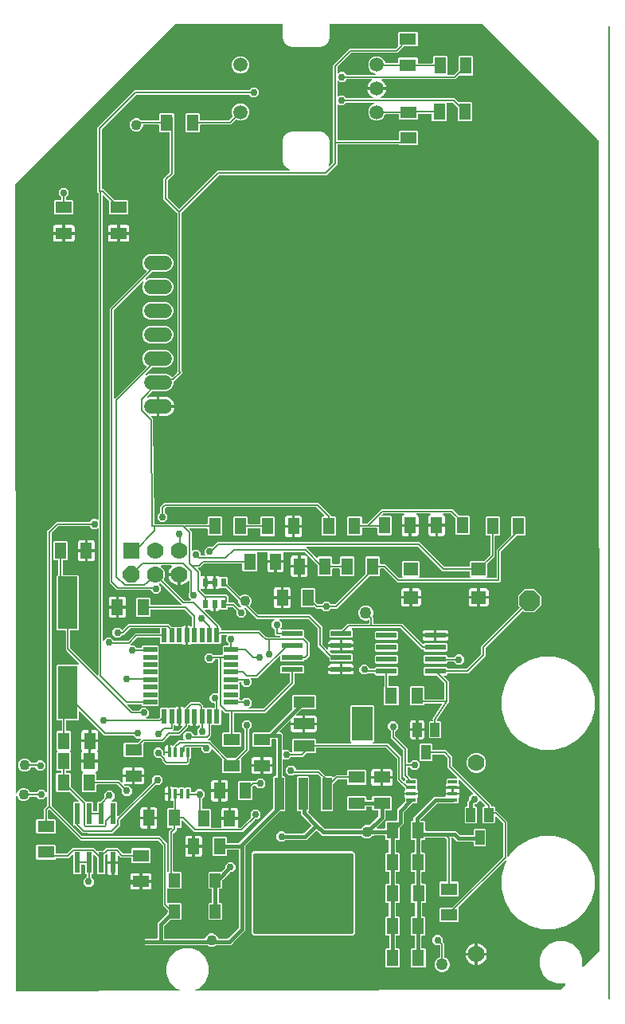
<source format=gbr>
G04 EAGLE Gerber X2 export*
%TF.Part,Single*%
%TF.FileFunction,Copper,L1,Top,Mixed*%
%TF.FilePolarity,Positive*%
%TF.GenerationSoftware,Autodesk,EAGLE,9.1.1*%
%TF.CreationDate,2018-07-18T17:05:30Z*%
G75*
%MOMM*%
%FSLAX34Y34*%
%LPD*%
%AMOC8*
5,1,8,0,0,1.08239X$1,22.5*%
G01*
%ADD10R,2.100000X5.000000*%
%ADD11R,2.000000X4.000000*%
%ADD12R,1.508000X1.508000*%
%ADD13R,4.000000X2.000000*%
%ADD14R,1.250000X1.750000*%
%ADD15R,1.750000X1.250000*%
%ADD16R,1.200000X1.520000*%
%ADD17R,0.600000X2.200000*%
%ADD18C,1.508000*%
%ADD19R,1.600000X1.400000*%
%ADD20C,1.100000*%
%ADD21P,2.336880X8X22.500000*%
%ADD22C,1.270000*%
%ADD23C,0.430000*%
%ADD24R,1.000000X3.400000*%
%ADD25C,1.508000*%
%ADD26R,1.000000X1.500000*%
%ADD27R,2.200000X0.600000*%
%ADD28P,1.924489X8X22.500000*%
%ADD29C,1.778000*%
%ADD30R,1.778000X1.778000*%
%ADD31R,0.400000X1.000000*%
%ADD32R,2.235200X1.219200*%
%ADD33R,2.200000X3.600000*%
%ADD34R,1.000000X0.400000*%
%ADD35R,0.550000X1.500000*%
%ADD36R,1.500000X0.550000*%
%ADD37R,0.600000X0.900000*%
%ADD38R,2.100000X5.600000*%
%ADD39C,0.406400*%
%ADD40C,0.756400*%
%ADD41C,0.152400*%
%ADD42C,0.152400*%

G36*
X183561Y10590D02*
X183561Y10590D01*
X183656Y10606D01*
X183752Y10615D01*
X183777Y10626D01*
X183804Y10631D01*
X183889Y10676D01*
X183977Y10715D01*
X183997Y10733D01*
X184021Y10746D01*
X184087Y10816D01*
X184158Y10882D01*
X184171Y10905D01*
X184190Y10925D01*
X184230Y11012D01*
X184277Y11097D01*
X184282Y11124D01*
X184293Y11148D01*
X184303Y11244D01*
X184321Y11339D01*
X184317Y11366D01*
X184320Y11393D01*
X184299Y11487D01*
X184285Y11582D01*
X184273Y11607D01*
X184267Y11633D01*
X184217Y11716D01*
X184173Y11802D01*
X184154Y11821D01*
X184140Y11844D01*
X184067Y11906D01*
X183998Y11974D01*
X183968Y11990D01*
X183953Y12003D01*
X183922Y12016D01*
X183851Y12055D01*
X179664Y13789D01*
X173289Y20164D01*
X169839Y28493D01*
X169839Y37507D01*
X173289Y45836D01*
X179664Y52211D01*
X187993Y55661D01*
X197007Y55661D01*
X205336Y52211D01*
X211711Y45836D01*
X215161Y37507D01*
X215161Y28493D01*
X211711Y20164D01*
X205336Y13789D01*
X201251Y12097D01*
X201167Y12045D01*
X201081Y11999D01*
X201063Y11981D01*
X201042Y11967D01*
X200979Y11892D01*
X200912Y11820D01*
X200901Y11797D01*
X200885Y11778D01*
X200850Y11686D01*
X200809Y11597D01*
X200806Y11572D01*
X200797Y11548D01*
X200793Y11450D01*
X200782Y11352D01*
X200787Y11328D01*
X200786Y11302D01*
X200814Y11208D01*
X200835Y11112D01*
X200848Y11090D01*
X200855Y11066D01*
X200911Y10986D01*
X200962Y10901D01*
X200981Y10885D01*
X200995Y10864D01*
X201074Y10805D01*
X201149Y10742D01*
X201172Y10732D01*
X201193Y10717D01*
X201286Y10687D01*
X201377Y10650D01*
X201408Y10647D01*
X201426Y10641D01*
X201459Y10642D01*
X201544Y10632D01*
X588300Y11537D01*
X588390Y11552D01*
X588480Y11559D01*
X588510Y11572D01*
X588543Y11578D01*
X588623Y11620D01*
X588706Y11656D01*
X588739Y11682D01*
X588760Y11693D01*
X588782Y11717D01*
X588837Y11760D01*
X594116Y17040D01*
X594158Y17098D01*
X594208Y17150D01*
X594230Y17197D01*
X594260Y17239D01*
X594281Y17308D01*
X594311Y17373D01*
X594317Y17425D01*
X594332Y17475D01*
X594330Y17546D01*
X594338Y17617D01*
X594327Y17668D01*
X594326Y17720D01*
X594301Y17788D01*
X594286Y17858D01*
X594259Y17902D01*
X594241Y17951D01*
X594197Y18007D01*
X594160Y18069D01*
X594120Y18103D01*
X594088Y18143D01*
X594027Y18182D01*
X593973Y18229D01*
X593925Y18248D01*
X593881Y18276D01*
X593811Y18294D01*
X593745Y18321D01*
X593673Y18329D01*
X593642Y18337D01*
X593619Y18335D01*
X593578Y18339D01*
X584993Y18339D01*
X576664Y21789D01*
X570289Y28164D01*
X566839Y36493D01*
X566839Y45507D01*
X570289Y53836D01*
X576664Y60211D01*
X584993Y63661D01*
X594007Y63661D01*
X602336Y60211D01*
X608711Y53836D01*
X612161Y45507D01*
X612161Y36922D01*
X612172Y36851D01*
X612174Y36780D01*
X612192Y36731D01*
X612200Y36679D01*
X612234Y36616D01*
X612259Y36549D01*
X612291Y36508D01*
X612316Y36462D01*
X612367Y36413D01*
X612412Y36357D01*
X612456Y36328D01*
X612494Y36292D01*
X612559Y36262D01*
X612619Y36224D01*
X612670Y36211D01*
X612717Y36189D01*
X612788Y36181D01*
X612858Y36163D01*
X612910Y36168D01*
X612961Y36162D01*
X613032Y36177D01*
X613103Y36183D01*
X613151Y36203D01*
X613202Y36214D01*
X613263Y36251D01*
X613329Y36279D01*
X613385Y36324D01*
X613413Y36340D01*
X613428Y36358D01*
X613460Y36384D01*
X630542Y53466D01*
X630596Y53540D01*
X630655Y53610D01*
X630667Y53640D01*
X630686Y53665D01*
X630713Y53753D01*
X630747Y53838D01*
X630751Y53878D01*
X630758Y53900D01*
X630757Y53933D01*
X630765Y54005D01*
X629552Y913710D01*
X629537Y913800D01*
X629530Y913890D01*
X629517Y913920D01*
X629512Y913953D01*
X629469Y914033D01*
X629434Y914117D01*
X629408Y914149D01*
X629397Y914170D01*
X629373Y914192D01*
X629329Y914247D01*
X506038Y1037538D01*
X505964Y1037591D01*
X505895Y1037651D01*
X505865Y1037663D01*
X505839Y1037682D01*
X505752Y1037709D01*
X505667Y1037743D01*
X505626Y1037747D01*
X505603Y1037754D01*
X505571Y1037753D01*
X505500Y1037761D01*
X344184Y1037761D01*
X344164Y1037758D01*
X344145Y1037760D01*
X344043Y1037738D01*
X343941Y1037722D01*
X343924Y1037712D01*
X343904Y1037708D01*
X343815Y1037655D01*
X343724Y1037606D01*
X343710Y1037592D01*
X343693Y1037582D01*
X343626Y1037503D01*
X343554Y1037428D01*
X343546Y1037410D01*
X343533Y1037395D01*
X343494Y1037299D01*
X343451Y1037205D01*
X343449Y1037185D01*
X343441Y1037167D01*
X343423Y1037000D01*
X343423Y1022327D01*
X341760Y1018313D01*
X338687Y1015240D01*
X334673Y1013577D01*
X302827Y1013577D01*
X298813Y1015240D01*
X295240Y1018813D01*
X293577Y1022827D01*
X293577Y1037000D01*
X293574Y1037020D01*
X293576Y1037039D01*
X293554Y1037141D01*
X293538Y1037243D01*
X293528Y1037260D01*
X293524Y1037280D01*
X293471Y1037369D01*
X293422Y1037460D01*
X293408Y1037474D01*
X293398Y1037491D01*
X293319Y1037558D01*
X293244Y1037630D01*
X293226Y1037638D01*
X293211Y1037651D01*
X293115Y1037690D01*
X293021Y1037733D01*
X293001Y1037735D01*
X292983Y1037743D01*
X292816Y1037761D01*
X179500Y1037761D01*
X179410Y1037747D01*
X179319Y1037739D01*
X179289Y1037727D01*
X179257Y1037722D01*
X179177Y1037679D01*
X179093Y1037643D01*
X179061Y1037617D01*
X179040Y1037606D01*
X179018Y1037583D01*
X178962Y1037538D01*
X9160Y867737D01*
X9107Y867662D01*
X9047Y867592D01*
X9035Y867563D01*
X9016Y867537D01*
X8990Y867449D01*
X8955Y867364D01*
X8951Y867324D01*
X8944Y867302D01*
X8945Y867269D01*
X8937Y867197D01*
X9849Y221121D01*
X9864Y221025D01*
X9874Y220929D01*
X9884Y220904D01*
X9889Y220878D01*
X9934Y220792D01*
X9974Y220704D01*
X9992Y220684D01*
X10004Y220661D01*
X10075Y220594D01*
X10140Y220523D01*
X10163Y220510D01*
X10183Y220492D01*
X10270Y220451D01*
X10355Y220404D01*
X10382Y220400D01*
X10406Y220388D01*
X10502Y220378D01*
X10598Y220361D01*
X10624Y220365D01*
X10650Y220362D01*
X10745Y220382D01*
X10841Y220396D01*
X10865Y220408D01*
X10891Y220414D01*
X10974Y220464D01*
X11060Y220508D01*
X11079Y220527D01*
X11102Y220541D01*
X11164Y220614D01*
X11232Y220683D01*
X11249Y220713D01*
X11261Y220728D01*
X11274Y220758D01*
X11313Y220830D01*
X12245Y223079D01*
X14221Y225055D01*
X16803Y226125D01*
X19597Y226125D01*
X22179Y225055D01*
X24155Y223079D01*
X24703Y221757D01*
X24765Y221657D01*
X24825Y221557D01*
X24829Y221553D01*
X24833Y221548D01*
X24923Y221473D01*
X25012Y221397D01*
X25017Y221395D01*
X25022Y221391D01*
X25131Y221349D01*
X25240Y221305D01*
X25247Y221304D01*
X25252Y221303D01*
X25270Y221302D01*
X25406Y221287D01*
X31467Y221287D01*
X31557Y221301D01*
X31648Y221309D01*
X31677Y221321D01*
X31709Y221326D01*
X31790Y221369D01*
X31874Y221405D01*
X31906Y221431D01*
X31927Y221442D01*
X31949Y221465D01*
X32005Y221510D01*
X34802Y224307D01*
X39198Y224307D01*
X41928Y221577D01*
X41986Y221535D01*
X42038Y221486D01*
X42085Y221464D01*
X42127Y221434D01*
X42196Y221412D01*
X42261Y221382D01*
X42313Y221377D01*
X42363Y221361D01*
X42434Y221363D01*
X42505Y221355D01*
X42556Y221366D01*
X42608Y221368D01*
X42676Y221392D01*
X42746Y221407D01*
X42791Y221434D01*
X42839Y221452D01*
X42895Y221497D01*
X42957Y221534D01*
X42991Y221573D01*
X43031Y221606D01*
X43070Y221666D01*
X43117Y221721D01*
X43136Y221769D01*
X43164Y221813D01*
X43182Y221882D01*
X43209Y221949D01*
X43217Y222020D01*
X43225Y222051D01*
X43223Y222074D01*
X43227Y222115D01*
X43227Y499044D01*
X44790Y500606D01*
X44790Y500607D01*
X51407Y507224D01*
X51408Y507224D01*
X52970Y508787D01*
X87967Y508787D01*
X88057Y508801D01*
X88148Y508809D01*
X88177Y508821D01*
X88209Y508826D01*
X88290Y508869D01*
X88374Y508905D01*
X88406Y508931D01*
X88427Y508942D01*
X88443Y508959D01*
X88445Y508960D01*
X88453Y508968D01*
X88505Y509010D01*
X91302Y511807D01*
X95698Y511807D01*
X96414Y511091D01*
X96472Y511049D01*
X96524Y511000D01*
X96571Y510978D01*
X96613Y510948D01*
X96682Y510926D01*
X96747Y510896D01*
X96799Y510891D01*
X96849Y510875D01*
X96920Y510877D01*
X96991Y510869D01*
X97042Y510880D01*
X97094Y510882D01*
X97162Y510906D01*
X97232Y510921D01*
X97277Y510948D01*
X97325Y510966D01*
X97381Y511011D01*
X97443Y511048D01*
X97477Y511087D01*
X97517Y511120D01*
X97556Y511180D01*
X97603Y511235D01*
X97622Y511283D01*
X97650Y511327D01*
X97668Y511396D01*
X97695Y511463D01*
X97703Y511534D01*
X97711Y511565D01*
X97709Y511588D01*
X97713Y511629D01*
X97713Y857737D01*
X97699Y857828D01*
X97691Y857918D01*
X97679Y857948D01*
X97674Y857980D01*
X97631Y858061D01*
X97595Y858145D01*
X97569Y858177D01*
X97558Y858198D01*
X97535Y858220D01*
X97490Y858276D01*
X96713Y859053D01*
X96713Y927947D01*
X136053Y967287D01*
X257467Y967287D01*
X257557Y967301D01*
X257648Y967309D01*
X257677Y967321D01*
X257709Y967326D01*
X257790Y967369D01*
X257874Y967405D01*
X257906Y967431D01*
X257927Y967442D01*
X257949Y967465D01*
X258005Y967510D01*
X260802Y970307D01*
X265198Y970307D01*
X268307Y967198D01*
X268307Y962802D01*
X265198Y959693D01*
X260802Y959693D01*
X258005Y962490D01*
X257931Y962543D01*
X257861Y962603D01*
X257831Y962615D01*
X257805Y962634D01*
X257718Y962661D01*
X257633Y962695D01*
X257592Y962699D01*
X257570Y962706D01*
X257538Y962705D01*
X257467Y962713D01*
X138263Y962713D01*
X138172Y962699D01*
X138082Y962691D01*
X138052Y962679D01*
X138020Y962674D01*
X137939Y962631D01*
X137855Y962595D01*
X137823Y962569D01*
X137802Y962558D01*
X137780Y962535D01*
X137724Y962490D01*
X101510Y926276D01*
X101457Y926202D01*
X101397Y926132D01*
X101385Y926102D01*
X101366Y926076D01*
X101339Y925989D01*
X101305Y925904D01*
X101301Y925863D01*
X101294Y925841D01*
X101295Y925809D01*
X101287Y925737D01*
X101287Y863048D01*
X101290Y863028D01*
X101288Y863009D01*
X101310Y862907D01*
X101326Y862805D01*
X101336Y862788D01*
X101340Y862768D01*
X101393Y862679D01*
X101442Y862588D01*
X101456Y862574D01*
X101466Y862557D01*
X101545Y862490D01*
X101620Y862418D01*
X101638Y862410D01*
X101653Y862397D01*
X101749Y862358D01*
X101843Y862315D01*
X101863Y862313D01*
X101881Y862305D01*
X102048Y862287D01*
X103197Y862287D01*
X104760Y860724D01*
X114536Y850948D01*
X114610Y850895D01*
X114680Y850835D01*
X114710Y850823D01*
X114736Y850804D01*
X114823Y850777D01*
X114908Y850743D01*
X114949Y850739D01*
X114971Y850732D01*
X115003Y850733D01*
X115074Y850725D01*
X128682Y850725D01*
X129575Y849832D01*
X129575Y836068D01*
X128682Y835175D01*
X109918Y835175D01*
X109025Y836068D01*
X109025Y849676D01*
X109011Y849766D01*
X109003Y849857D01*
X108991Y849886D01*
X108986Y849918D01*
X108943Y849999D01*
X108907Y850083D01*
X108881Y850115D01*
X108870Y850136D01*
X108847Y850158D01*
X108802Y850214D01*
X103586Y855430D01*
X103528Y855472D01*
X103476Y855521D01*
X103429Y855543D01*
X103387Y855573D01*
X103318Y855594D01*
X103253Y855625D01*
X103201Y855630D01*
X103151Y855646D01*
X103080Y855644D01*
X103009Y855652D01*
X102958Y855641D01*
X102906Y855639D01*
X102838Y855615D01*
X102768Y855600D01*
X102724Y855573D01*
X102675Y855555D01*
X102619Y855510D01*
X102557Y855473D01*
X102523Y855434D01*
X102483Y855401D01*
X102444Y855341D01*
X102397Y855286D01*
X102378Y855238D01*
X102350Y855194D01*
X102332Y855125D01*
X102305Y855058D01*
X102297Y854987D01*
X102289Y854956D01*
X102291Y854932D01*
X102287Y854892D01*
X102287Y383129D01*
X102298Y383059D01*
X102300Y382987D01*
X102318Y382938D01*
X102326Y382887D01*
X102360Y382823D01*
X102385Y382756D01*
X102417Y382715D01*
X102442Y382669D01*
X102494Y382620D01*
X102538Y382564D01*
X102582Y382536D01*
X102620Y382500D01*
X102685Y382470D01*
X102745Y382431D01*
X102796Y382418D01*
X102843Y382396D01*
X102914Y382388D01*
X102984Y382371D01*
X103036Y382375D01*
X103087Y382369D01*
X103158Y382384D01*
X103229Y382390D01*
X103277Y382410D01*
X103328Y382421D01*
X103389Y382458D01*
X103455Y382486D01*
X103511Y382531D01*
X103539Y382548D01*
X103554Y382565D01*
X103586Y382591D01*
X106802Y385807D01*
X111198Y385807D01*
X114063Y382942D01*
X114137Y382889D01*
X114207Y382829D01*
X114237Y382817D01*
X114263Y382798D01*
X114350Y382771D01*
X114435Y382737D01*
X114476Y382733D01*
X114498Y382726D01*
X114530Y382727D01*
X114601Y382719D01*
X128751Y382719D01*
X128841Y382733D01*
X128932Y382741D01*
X128962Y382753D01*
X128994Y382758D01*
X129074Y382801D01*
X129158Y382837D01*
X129190Y382863D01*
X129211Y382874D01*
X129233Y382897D01*
X129289Y382942D01*
X136834Y390487D01*
X162764Y390487D01*
X162784Y390490D01*
X162803Y390488D01*
X162905Y390510D01*
X163007Y390526D01*
X163024Y390536D01*
X163044Y390540D01*
X163133Y390593D01*
X163224Y390642D01*
X163238Y390656D01*
X163255Y390666D01*
X163322Y390745D01*
X163394Y390820D01*
X163402Y390838D01*
X163415Y390853D01*
X163454Y390949D01*
X163497Y391043D01*
X163499Y391063D01*
X163507Y391081D01*
X163525Y391248D01*
X163525Y394952D01*
X163522Y394972D01*
X163524Y394991D01*
X163502Y395093D01*
X163486Y395195D01*
X163476Y395212D01*
X163472Y395232D01*
X163419Y395321D01*
X163370Y395412D01*
X163356Y395426D01*
X163346Y395443D01*
X163267Y395510D01*
X163192Y395582D01*
X163174Y395590D01*
X163159Y395603D01*
X163063Y395642D01*
X162969Y395685D01*
X162949Y395687D01*
X162931Y395695D01*
X162764Y395713D01*
X131763Y395713D01*
X131672Y395699D01*
X131582Y395691D01*
X131552Y395679D01*
X131520Y395674D01*
X131439Y395631D01*
X131355Y395595D01*
X131323Y395569D01*
X131302Y395558D01*
X131280Y395535D01*
X131224Y395490D01*
X124447Y388713D01*
X123533Y388713D01*
X123443Y388699D01*
X123352Y388691D01*
X123323Y388679D01*
X123291Y388674D01*
X123210Y388631D01*
X123126Y388595D01*
X123094Y388569D01*
X123073Y388558D01*
X123051Y388535D01*
X122995Y388490D01*
X120198Y385693D01*
X115802Y385693D01*
X112693Y388802D01*
X112693Y393198D01*
X115802Y396307D01*
X120198Y396307D01*
X122347Y394158D01*
X122363Y394146D01*
X122376Y394130D01*
X122463Y394074D01*
X122547Y394014D01*
X122566Y394008D01*
X122583Y393997D01*
X122683Y393972D01*
X122782Y393942D01*
X122802Y393942D01*
X122821Y393937D01*
X122924Y393945D01*
X123028Y393948D01*
X123047Y393955D01*
X123066Y393957D01*
X123161Y393997D01*
X123259Y394033D01*
X123275Y394045D01*
X123293Y394053D01*
X123424Y394158D01*
X129553Y400287D01*
X172430Y400287D01*
X175269Y397448D01*
X175343Y397395D01*
X175413Y397335D01*
X175443Y397323D01*
X175469Y397304D01*
X175556Y397277D01*
X175641Y397243D01*
X175682Y397239D01*
X175704Y397232D01*
X175736Y397233D01*
X175807Y397225D01*
X179182Y397225D01*
X179262Y397145D01*
X179278Y397133D01*
X179290Y397117D01*
X179378Y397061D01*
X179461Y397001D01*
X179480Y396995D01*
X179497Y396984D01*
X179598Y396959D01*
X179697Y396929D01*
X179717Y396929D01*
X179736Y396924D01*
X179839Y396932D01*
X179942Y396935D01*
X179961Y396942D01*
X179981Y396943D01*
X180076Y396984D01*
X180173Y397019D01*
X180189Y397032D01*
X180207Y397040D01*
X180338Y397145D01*
X180418Y397225D01*
X186666Y397225D01*
X186756Y397239D01*
X186847Y397247D01*
X186877Y397259D01*
X186909Y397264D01*
X186990Y397307D01*
X187074Y397343D01*
X187106Y397369D01*
X187126Y397380D01*
X187149Y397403D01*
X187205Y397448D01*
X187490Y397733D01*
X188069Y398068D01*
X188716Y398241D01*
X190426Y398241D01*
X190426Y388813D01*
X190429Y388794D01*
X190427Y388774D01*
X190449Y388672D01*
X190465Y388570D01*
X190475Y388553D01*
X190479Y388533D01*
X190532Y388444D01*
X190581Y388353D01*
X190595Y388339D01*
X190605Y388322D01*
X190684Y388255D01*
X190741Y388201D01*
X190727Y388193D01*
X190713Y388179D01*
X190696Y388169D01*
X190629Y388090D01*
X190557Y388015D01*
X190549Y387997D01*
X190536Y387982D01*
X190497Y387885D01*
X190454Y387792D01*
X190452Y387772D01*
X190444Y387754D01*
X190426Y387587D01*
X190426Y378159D01*
X188716Y378159D01*
X188069Y378332D01*
X187490Y378667D01*
X187205Y378952D01*
X187131Y379005D01*
X187061Y379065D01*
X187031Y379077D01*
X187005Y379096D01*
X186918Y379123D01*
X186833Y379157D01*
X186792Y379161D01*
X186770Y379168D01*
X186738Y379167D01*
X186666Y379175D01*
X180418Y379175D01*
X180338Y379255D01*
X180322Y379267D01*
X180310Y379283D01*
X180223Y379339D01*
X180139Y379399D01*
X180120Y379405D01*
X180103Y379416D01*
X180002Y379441D01*
X179904Y379471D01*
X179884Y379471D01*
X179864Y379476D01*
X179761Y379468D01*
X179658Y379465D01*
X179639Y379458D01*
X179619Y379457D01*
X179524Y379416D01*
X179427Y379381D01*
X179411Y379368D01*
X179393Y379360D01*
X179262Y379255D01*
X179182Y379175D01*
X172418Y379175D01*
X172338Y379255D01*
X172322Y379267D01*
X172310Y379283D01*
X172223Y379339D01*
X172139Y379399D01*
X172120Y379405D01*
X172103Y379416D01*
X172002Y379441D01*
X171904Y379471D01*
X171884Y379471D01*
X171864Y379476D01*
X171761Y379468D01*
X171658Y379465D01*
X171639Y379458D01*
X171619Y379457D01*
X171524Y379416D01*
X171427Y379381D01*
X171411Y379368D01*
X171393Y379360D01*
X171262Y379255D01*
X171182Y379175D01*
X164418Y379175D01*
X163525Y380068D01*
X163525Y385152D01*
X163522Y385172D01*
X163524Y385191D01*
X163502Y385293D01*
X163486Y385395D01*
X163476Y385412D01*
X163472Y385432D01*
X163419Y385521D01*
X163370Y385612D01*
X163356Y385626D01*
X163346Y385643D01*
X163267Y385710D01*
X163192Y385782D01*
X163174Y385790D01*
X163159Y385803D01*
X163063Y385842D01*
X162969Y385885D01*
X162949Y385887D01*
X162931Y385895D01*
X162764Y385913D01*
X139044Y385913D01*
X138954Y385899D01*
X138863Y385891D01*
X138833Y385879D01*
X138801Y385874D01*
X138721Y385831D01*
X138637Y385795D01*
X138605Y385769D01*
X138584Y385758D01*
X138562Y385735D01*
X138506Y385690D01*
X132523Y379708D01*
X131922Y379106D01*
X131880Y379048D01*
X131830Y378996D01*
X131809Y378949D01*
X131778Y378907D01*
X131757Y378838D01*
X131727Y378773D01*
X131721Y378721D01*
X131706Y378671D01*
X131708Y378600D01*
X131700Y378529D01*
X131711Y378478D01*
X131712Y378426D01*
X131737Y378358D01*
X131752Y378288D01*
X131779Y378243D01*
X131797Y378195D01*
X131841Y378139D01*
X131878Y378077D01*
X131918Y378043D01*
X131950Y378003D01*
X132011Y377964D01*
X132065Y377917D01*
X132113Y377898D01*
X132157Y377870D01*
X132227Y377852D01*
X132293Y377825D01*
X132365Y377817D01*
X132396Y377809D01*
X132419Y377811D01*
X132460Y377807D01*
X135698Y377807D01*
X138495Y375010D01*
X138569Y374957D01*
X138639Y374897D01*
X138669Y374885D01*
X138695Y374866D01*
X138782Y374839D01*
X138867Y374805D01*
X138908Y374801D01*
X138930Y374794D01*
X138962Y374795D01*
X139033Y374787D01*
X143014Y374787D01*
X143034Y374790D01*
X143053Y374788D01*
X143155Y374810D01*
X143257Y374826D01*
X143274Y374836D01*
X143294Y374840D01*
X143383Y374893D01*
X143474Y374942D01*
X143488Y374956D01*
X143505Y374966D01*
X143572Y375045D01*
X143644Y375120D01*
X143652Y375138D01*
X143665Y375153D01*
X143704Y375249D01*
X143747Y375343D01*
X143749Y375363D01*
X143757Y375381D01*
X143775Y375548D01*
X143775Y376582D01*
X144668Y377475D01*
X160932Y377475D01*
X161825Y376582D01*
X161825Y369818D01*
X161745Y369738D01*
X161733Y369722D01*
X161717Y369710D01*
X161661Y369623D01*
X161601Y369539D01*
X161595Y369520D01*
X161584Y369503D01*
X161559Y369402D01*
X161529Y369304D01*
X161529Y369284D01*
X161524Y369264D01*
X161532Y369161D01*
X161535Y369058D01*
X161542Y369039D01*
X161543Y369019D01*
X161584Y368924D01*
X161619Y368827D01*
X161632Y368811D01*
X161640Y368793D01*
X161745Y368662D01*
X161825Y368582D01*
X161825Y361818D01*
X161745Y361738D01*
X161733Y361722D01*
X161717Y361710D01*
X161661Y361623D01*
X161601Y361539D01*
X161595Y361520D01*
X161584Y361503D01*
X161559Y361402D01*
X161529Y361304D01*
X161529Y361284D01*
X161524Y361264D01*
X161532Y361161D01*
X161535Y361058D01*
X161542Y361039D01*
X161543Y361019D01*
X161584Y360924D01*
X161619Y360827D01*
X161632Y360811D01*
X161640Y360793D01*
X161745Y360662D01*
X161825Y360582D01*
X161825Y353818D01*
X161745Y353738D01*
X161733Y353722D01*
X161717Y353710D01*
X161661Y353623D01*
X161601Y353539D01*
X161595Y353520D01*
X161584Y353503D01*
X161559Y353402D01*
X161529Y353304D01*
X161529Y353284D01*
X161524Y353264D01*
X161532Y353161D01*
X161535Y353058D01*
X161542Y353039D01*
X161543Y353019D01*
X161584Y352924D01*
X161619Y352827D01*
X161632Y352811D01*
X161640Y352793D01*
X161745Y352662D01*
X161825Y352582D01*
X161825Y345818D01*
X161745Y345738D01*
X161733Y345722D01*
X161717Y345710D01*
X161661Y345623D01*
X161601Y345539D01*
X161595Y345520D01*
X161584Y345503D01*
X161559Y345402D01*
X161529Y345304D01*
X161529Y345284D01*
X161524Y345264D01*
X161532Y345161D01*
X161535Y345058D01*
X161542Y345039D01*
X161543Y345019D01*
X161584Y344924D01*
X161619Y344827D01*
X161632Y344811D01*
X161640Y344793D01*
X161745Y344662D01*
X161825Y344582D01*
X161825Y337818D01*
X161745Y337738D01*
X161733Y337722D01*
X161717Y337710D01*
X161661Y337623D01*
X161601Y337539D01*
X161595Y337520D01*
X161584Y337503D01*
X161559Y337402D01*
X161529Y337304D01*
X161529Y337284D01*
X161524Y337264D01*
X161532Y337161D01*
X161535Y337058D01*
X161542Y337039D01*
X161543Y337019D01*
X161584Y336924D01*
X161619Y336827D01*
X161632Y336811D01*
X161640Y336793D01*
X161745Y336662D01*
X161825Y336582D01*
X161825Y329818D01*
X161745Y329738D01*
X161733Y329722D01*
X161717Y329710D01*
X161661Y329623D01*
X161601Y329539D01*
X161595Y329520D01*
X161584Y329503D01*
X161559Y329402D01*
X161529Y329304D01*
X161529Y329284D01*
X161524Y329264D01*
X161532Y329161D01*
X161535Y329058D01*
X161542Y329039D01*
X161543Y329019D01*
X161584Y328924D01*
X161619Y328827D01*
X161632Y328811D01*
X161640Y328793D01*
X161745Y328662D01*
X161825Y328582D01*
X161825Y321818D01*
X161745Y321738D01*
X161733Y321722D01*
X161717Y321710D01*
X161661Y321623D01*
X161601Y321539D01*
X161595Y321520D01*
X161584Y321503D01*
X161559Y321402D01*
X161529Y321304D01*
X161529Y321284D01*
X161524Y321264D01*
X161532Y321161D01*
X161535Y321058D01*
X161542Y321039D01*
X161543Y321019D01*
X161584Y320924D01*
X161619Y320827D01*
X161632Y320811D01*
X161640Y320793D01*
X161745Y320662D01*
X161825Y320582D01*
X161825Y313818D01*
X160932Y312925D01*
X144668Y312925D01*
X143775Y313818D01*
X143775Y314152D01*
X143772Y314172D01*
X143774Y314191D01*
X143752Y314293D01*
X143736Y314395D01*
X143726Y314412D01*
X143722Y314432D01*
X143669Y314521D01*
X143620Y314612D01*
X143606Y314626D01*
X143596Y314643D01*
X143517Y314710D01*
X143442Y314782D01*
X143424Y314790D01*
X143409Y314803D01*
X143313Y314842D01*
X143219Y314885D01*
X143199Y314887D01*
X143181Y314895D01*
X143014Y314913D01*
X129258Y314913D01*
X129188Y314902D01*
X129116Y314900D01*
X129067Y314882D01*
X129016Y314874D01*
X128952Y314840D01*
X128885Y314815D01*
X128844Y314783D01*
X128798Y314758D01*
X128749Y314706D01*
X128693Y314662D01*
X128665Y314618D01*
X128629Y314580D01*
X128599Y314515D01*
X128560Y314455D01*
X128547Y314404D01*
X128525Y314357D01*
X128517Y314286D01*
X128500Y314216D01*
X128504Y314164D01*
X128498Y314113D01*
X128513Y314042D01*
X128519Y313971D01*
X128539Y313923D01*
X128550Y313872D01*
X128587Y313811D01*
X128615Y313745D01*
X128660Y313689D01*
X128677Y313661D01*
X128694Y313646D01*
X128720Y313614D01*
X133824Y308510D01*
X133898Y308457D01*
X133968Y308397D01*
X133998Y308385D01*
X134024Y308366D01*
X134111Y308339D01*
X134196Y308305D01*
X134237Y308301D01*
X134259Y308294D01*
X134291Y308295D01*
X134363Y308287D01*
X140467Y308287D01*
X140557Y308301D01*
X140648Y308309D01*
X140677Y308321D01*
X140709Y308326D01*
X140790Y308369D01*
X140874Y308405D01*
X140906Y308431D01*
X140927Y308442D01*
X140949Y308465D01*
X141005Y308510D01*
X143802Y311307D01*
X148198Y311307D01*
X151307Y308198D01*
X151307Y303802D01*
X148591Y301086D01*
X148549Y301028D01*
X148500Y300976D01*
X148478Y300929D01*
X148448Y300887D01*
X148426Y300818D01*
X148396Y300753D01*
X148391Y300701D01*
X148375Y300651D01*
X148377Y300580D01*
X148369Y300509D01*
X148380Y300458D01*
X148382Y300406D01*
X148406Y300338D01*
X148421Y300268D01*
X148448Y300223D01*
X148466Y300175D01*
X148511Y300119D01*
X148548Y300057D01*
X148587Y300023D01*
X148620Y299983D01*
X148680Y299944D01*
X148735Y299897D01*
X148783Y299878D01*
X148827Y299850D01*
X148896Y299832D01*
X148963Y299805D01*
X149034Y299797D01*
X149065Y299789D01*
X149088Y299791D01*
X149129Y299787D01*
X161837Y299787D01*
X161928Y299801D01*
X162018Y299809D01*
X162048Y299821D01*
X162080Y299826D01*
X162161Y299869D01*
X162245Y299905D01*
X162277Y299931D01*
X162298Y299942D01*
X162320Y299965D01*
X162376Y300010D01*
X163302Y300936D01*
X163355Y301010D01*
X163415Y301080D01*
X163427Y301110D01*
X163446Y301136D01*
X163473Y301223D01*
X163507Y301308D01*
X163511Y301349D01*
X163518Y301371D01*
X163517Y301403D01*
X163525Y301475D01*
X163525Y310332D01*
X164418Y311225D01*
X171182Y311225D01*
X171262Y311145D01*
X171278Y311133D01*
X171290Y311117D01*
X171377Y311061D01*
X171461Y311001D01*
X171480Y310995D01*
X171497Y310984D01*
X171598Y310959D01*
X171696Y310929D01*
X171716Y310929D01*
X171736Y310924D01*
X171839Y310932D01*
X171942Y310935D01*
X171961Y310942D01*
X171981Y310943D01*
X172076Y310984D01*
X172173Y311019D01*
X172189Y311032D01*
X172207Y311040D01*
X172338Y311145D01*
X172418Y311225D01*
X178666Y311225D01*
X178756Y311239D01*
X178847Y311247D01*
X178877Y311259D01*
X178909Y311264D01*
X178990Y311307D01*
X179074Y311343D01*
X179106Y311369D01*
X179126Y311380D01*
X179149Y311403D01*
X179205Y311448D01*
X179490Y311733D01*
X180069Y312068D01*
X180716Y312241D01*
X182426Y312241D01*
X182426Y302813D01*
X182429Y302794D01*
X182427Y302774D01*
X182449Y302672D01*
X182465Y302570D01*
X182475Y302553D01*
X182479Y302533D01*
X182532Y302444D01*
X182581Y302353D01*
X182595Y302339D01*
X182605Y302322D01*
X182684Y302255D01*
X182741Y302201D01*
X182727Y302193D01*
X182713Y302179D01*
X182696Y302169D01*
X182629Y302090D01*
X182557Y302015D01*
X182549Y301997D01*
X182536Y301982D01*
X182497Y301885D01*
X182454Y301792D01*
X182452Y301772D01*
X182444Y301754D01*
X182426Y301587D01*
X182426Y292159D01*
X180716Y292159D01*
X180069Y292332D01*
X179490Y292667D01*
X179386Y292771D01*
X179328Y292812D01*
X179276Y292862D01*
X179229Y292884D01*
X179187Y292914D01*
X179118Y292935D01*
X179053Y292965D01*
X179001Y292971D01*
X178952Y292987D01*
X178880Y292985D01*
X178809Y292993D01*
X178758Y292981D01*
X178706Y292980D01*
X178638Y292956D01*
X178568Y292940D01*
X178523Y292914D01*
X178475Y292896D01*
X178419Y292851D01*
X178357Y292814D01*
X178323Y292775D01*
X178283Y292742D01*
X178244Y292682D01*
X178197Y292627D01*
X178178Y292579D01*
X178150Y292535D01*
X178132Y292466D01*
X178105Y292399D01*
X178097Y292328D01*
X178089Y292297D01*
X178091Y292273D01*
X178087Y292232D01*
X178087Y288753D01*
X177329Y287996D01*
X177288Y287937D01*
X177238Y287885D01*
X177216Y287838D01*
X177186Y287796D01*
X177165Y287727D01*
X177135Y287662D01*
X177129Y287610D01*
X177114Y287561D01*
X177115Y287489D01*
X177107Y287418D01*
X177119Y287367D01*
X177120Y287315D01*
X177145Y287247D01*
X177160Y287177D01*
X177186Y287133D01*
X177204Y287084D01*
X177249Y287028D01*
X177286Y286966D01*
X177325Y286932D01*
X177358Y286892D01*
X177418Y286853D01*
X177473Y286806D01*
X177521Y286787D01*
X177565Y286759D01*
X177634Y286741D01*
X177701Y286714D01*
X177772Y286707D01*
X177803Y286699D01*
X177827Y286701D01*
X177868Y286696D01*
X182328Y286696D01*
X182418Y286711D01*
X182509Y286718D01*
X182539Y286730D01*
X182571Y286736D01*
X182652Y286778D01*
X182736Y286814D01*
X182768Y286840D01*
X182788Y286851D01*
X182811Y286874D01*
X182867Y286919D01*
X186807Y290860D01*
X186849Y290918D01*
X186899Y290970D01*
X186920Y291017D01*
X186951Y291059D01*
X186972Y291128D01*
X187002Y291193D01*
X187008Y291245D01*
X187023Y291295D01*
X187021Y291366D01*
X187029Y291437D01*
X187018Y291488D01*
X187017Y291540D01*
X186992Y291608D01*
X186977Y291678D01*
X186950Y291723D01*
X186932Y291771D01*
X186888Y291827D01*
X186851Y291889D01*
X186811Y291923D01*
X186779Y291963D01*
X186718Y292002D01*
X186664Y292049D01*
X186616Y292068D01*
X186572Y292096D01*
X186502Y292114D01*
X186436Y292141D01*
X186364Y292149D01*
X186333Y292157D01*
X186310Y292155D01*
X186269Y292159D01*
X185174Y292159D01*
X185174Y301587D01*
X185171Y301606D01*
X185173Y301626D01*
X185151Y301728D01*
X185135Y301830D01*
X185125Y301847D01*
X185121Y301867D01*
X185068Y301956D01*
X185019Y302047D01*
X185005Y302061D01*
X184995Y302078D01*
X184916Y302145D01*
X184859Y302199D01*
X184873Y302207D01*
X184887Y302221D01*
X184904Y302231D01*
X184971Y302310D01*
X185043Y302385D01*
X185051Y302403D01*
X185064Y302418D01*
X185103Y302515D01*
X185146Y302608D01*
X185148Y302628D01*
X185156Y302646D01*
X185174Y302813D01*
X185174Y312241D01*
X186885Y312241D01*
X187531Y312068D01*
X188110Y311733D01*
X188395Y311448D01*
X188469Y311395D01*
X188539Y311335D01*
X188569Y311323D01*
X188595Y311304D01*
X188682Y311277D01*
X188767Y311243D01*
X188808Y311239D01*
X188830Y311232D01*
X188862Y311233D01*
X188934Y311225D01*
X189175Y311225D01*
X189266Y311239D01*
X189356Y311247D01*
X189386Y311259D01*
X189418Y311264D01*
X189499Y311307D01*
X189583Y311343D01*
X189615Y311369D01*
X189636Y311380D01*
X189658Y311403D01*
X189714Y311448D01*
X195553Y317287D01*
X205947Y317287D01*
X209287Y313947D01*
X209287Y311986D01*
X209290Y311966D01*
X209288Y311947D01*
X209310Y311845D01*
X209326Y311743D01*
X209336Y311726D01*
X209340Y311706D01*
X209393Y311617D01*
X209442Y311526D01*
X209456Y311512D01*
X209466Y311495D01*
X209545Y311428D01*
X209620Y311356D01*
X209638Y311348D01*
X209653Y311335D01*
X209749Y311296D01*
X209843Y311253D01*
X209863Y311251D01*
X209881Y311243D01*
X210048Y311225D01*
X211182Y311225D01*
X211262Y311145D01*
X211278Y311133D01*
X211290Y311117D01*
X211377Y311061D01*
X211461Y311001D01*
X211480Y310995D01*
X211497Y310984D01*
X211598Y310959D01*
X211696Y310929D01*
X211716Y310929D01*
X211736Y310924D01*
X211839Y310932D01*
X211942Y310935D01*
X211961Y310942D01*
X211981Y310943D01*
X212076Y310984D01*
X212173Y311019D01*
X212189Y311032D01*
X212207Y311040D01*
X212338Y311145D01*
X212418Y311225D01*
X219182Y311225D01*
X219262Y311145D01*
X219278Y311133D01*
X219290Y311117D01*
X219377Y311061D01*
X219461Y311001D01*
X219480Y310995D01*
X219497Y310984D01*
X219598Y310959D01*
X219696Y310929D01*
X219716Y310929D01*
X219736Y310924D01*
X219839Y310932D01*
X219942Y310935D01*
X219961Y310942D01*
X219981Y310943D01*
X220076Y310984D01*
X220173Y311019D01*
X220189Y311032D01*
X220207Y311040D01*
X220338Y311145D01*
X220418Y311225D01*
X220752Y311225D01*
X220772Y311228D01*
X220791Y311226D01*
X220893Y311248D01*
X220995Y311264D01*
X221012Y311274D01*
X221032Y311278D01*
X221121Y311331D01*
X221212Y311380D01*
X221226Y311394D01*
X221243Y311404D01*
X221310Y311483D01*
X221382Y311558D01*
X221390Y311576D01*
X221403Y311591D01*
X221442Y311687D01*
X221485Y311781D01*
X221487Y311801D01*
X221495Y311819D01*
X221513Y311986D01*
X221513Y315432D01*
X221510Y315452D01*
X221512Y315471D01*
X221490Y315573D01*
X221474Y315675D01*
X221464Y315692D01*
X221460Y315712D01*
X221407Y315801D01*
X221358Y315892D01*
X221344Y315906D01*
X221334Y315923D01*
X221255Y315990D01*
X221180Y316062D01*
X221162Y316070D01*
X221147Y316083D01*
X221051Y316122D01*
X220957Y316165D01*
X220937Y316167D01*
X220919Y316175D01*
X220752Y316193D01*
X219234Y316193D01*
X216125Y319302D01*
X216125Y323698D01*
X219234Y326807D01*
X223630Y326807D01*
X223914Y326523D01*
X223972Y326481D01*
X224024Y326432D01*
X224071Y326410D01*
X224113Y326380D01*
X224182Y326358D01*
X224247Y326328D01*
X224299Y326323D01*
X224349Y326307D01*
X224420Y326309D01*
X224491Y326301D01*
X224542Y326312D01*
X224594Y326314D01*
X224662Y326338D01*
X224732Y326353D01*
X224777Y326380D01*
X224825Y326398D01*
X224881Y326443D01*
X224943Y326480D01*
X224977Y326519D01*
X225017Y326552D01*
X225056Y326612D01*
X225103Y326667D01*
X225122Y326715D01*
X225150Y326759D01*
X225168Y326828D01*
X225195Y326895D01*
X225203Y326966D01*
X225211Y326997D01*
X225209Y327020D01*
X225213Y327061D01*
X225213Y362152D01*
X225210Y362172D01*
X225212Y362191D01*
X225190Y362293D01*
X225174Y362395D01*
X225164Y362412D01*
X225160Y362432D01*
X225107Y362521D01*
X225058Y362612D01*
X225044Y362626D01*
X225034Y362643D01*
X224955Y362710D01*
X224880Y362782D01*
X224862Y362790D01*
X224847Y362803D01*
X224751Y362842D01*
X224657Y362885D01*
X224637Y362887D01*
X224619Y362895D01*
X224452Y362913D01*
X222068Y362913D01*
X222048Y362910D01*
X222029Y362912D01*
X221927Y362890D01*
X221825Y362874D01*
X221808Y362864D01*
X221788Y362860D01*
X221699Y362807D01*
X221608Y362758D01*
X221594Y362744D01*
X221577Y362734D01*
X221510Y362655D01*
X221438Y362580D01*
X221430Y362562D01*
X221417Y362547D01*
X221378Y362451D01*
X221335Y362357D01*
X221333Y362337D01*
X221325Y362319D01*
X221307Y362152D01*
X221307Y361802D01*
X218198Y358693D01*
X213802Y358693D01*
X210693Y361802D01*
X210693Y366198D01*
X213802Y369307D01*
X218198Y369307D01*
X219795Y367710D01*
X219869Y367657D01*
X219939Y367597D01*
X219969Y367585D01*
X219995Y367566D01*
X220082Y367539D01*
X220167Y367505D01*
X220208Y367501D01*
X220230Y367494D01*
X220262Y367495D01*
X220333Y367487D01*
X229014Y367487D01*
X229034Y367490D01*
X229053Y367488D01*
X229155Y367510D01*
X229257Y367526D01*
X229274Y367536D01*
X229294Y367540D01*
X229383Y367593D01*
X229474Y367642D01*
X229488Y367656D01*
X229505Y367666D01*
X229572Y367745D01*
X229644Y367820D01*
X229652Y367838D01*
X229665Y367853D01*
X229704Y367949D01*
X229747Y368043D01*
X229749Y368063D01*
X229757Y368081D01*
X229775Y368248D01*
X229775Y368582D01*
X229855Y368662D01*
X229867Y368678D01*
X229883Y368690D01*
X229939Y368777D01*
X229999Y368861D01*
X230005Y368880D01*
X230016Y368897D01*
X230041Y368998D01*
X230071Y369096D01*
X230071Y369116D01*
X230076Y369136D01*
X230068Y369239D01*
X230065Y369342D01*
X230058Y369361D01*
X230057Y369381D01*
X230016Y369476D01*
X229981Y369573D01*
X229968Y369589D01*
X229960Y369607D01*
X229855Y369738D01*
X229775Y369818D01*
X229775Y376582D01*
X230668Y377475D01*
X235752Y377475D01*
X235772Y377478D01*
X235791Y377476D01*
X235893Y377498D01*
X235995Y377514D01*
X236012Y377524D01*
X236032Y377528D01*
X236121Y377581D01*
X236212Y377630D01*
X236226Y377644D01*
X236243Y377654D01*
X236310Y377733D01*
X236382Y377808D01*
X236390Y377826D01*
X236403Y377841D01*
X236442Y377937D01*
X236485Y378031D01*
X236487Y378051D01*
X236495Y378069D01*
X236513Y378236D01*
X236513Y379167D01*
X236499Y379257D01*
X236491Y379348D01*
X236479Y379377D01*
X236474Y379409D01*
X236431Y379490D01*
X236395Y379574D01*
X236369Y379606D01*
X236358Y379627D01*
X236335Y379649D01*
X236290Y379705D01*
X233693Y382302D01*
X233693Y386698D01*
X234409Y387414D01*
X234451Y387472D01*
X234500Y387524D01*
X234522Y387571D01*
X234552Y387613D01*
X234574Y387682D01*
X234604Y387747D01*
X234609Y387799D01*
X234625Y387849D01*
X234623Y387920D01*
X234631Y387991D01*
X234620Y388042D01*
X234618Y388094D01*
X234594Y388162D01*
X234579Y388232D01*
X234552Y388277D01*
X234534Y388325D01*
X234489Y388381D01*
X234452Y388443D01*
X234413Y388477D01*
X234380Y388517D01*
X234320Y388556D01*
X234265Y388603D01*
X234217Y388622D01*
X234173Y388650D01*
X234104Y388668D01*
X234037Y388695D01*
X233966Y388703D01*
X233935Y388711D01*
X233912Y388709D01*
X233871Y388713D01*
X228836Y388713D01*
X228816Y388710D01*
X228797Y388712D01*
X228695Y388690D01*
X228593Y388674D01*
X228576Y388664D01*
X228556Y388660D01*
X228467Y388607D01*
X228376Y388558D01*
X228362Y388544D01*
X228345Y388534D01*
X228278Y388455D01*
X228206Y388380D01*
X228198Y388362D01*
X228185Y388347D01*
X228146Y388251D01*
X228103Y388157D01*
X228101Y388137D01*
X228093Y388119D01*
X228075Y387952D01*
X228075Y380068D01*
X227182Y379175D01*
X220418Y379175D01*
X220338Y379255D01*
X220322Y379267D01*
X220310Y379283D01*
X220223Y379339D01*
X220139Y379399D01*
X220120Y379405D01*
X220103Y379416D01*
X220002Y379441D01*
X219904Y379471D01*
X219884Y379471D01*
X219864Y379476D01*
X219761Y379468D01*
X219658Y379465D01*
X219639Y379458D01*
X219619Y379457D01*
X219524Y379416D01*
X219427Y379381D01*
X219411Y379368D01*
X219393Y379360D01*
X219262Y379255D01*
X219182Y379175D01*
X212418Y379175D01*
X212338Y379255D01*
X212322Y379267D01*
X212310Y379283D01*
X212222Y379339D01*
X212139Y379399D01*
X212120Y379405D01*
X212103Y379416D01*
X212002Y379441D01*
X211903Y379471D01*
X211883Y379471D01*
X211864Y379476D01*
X211761Y379468D01*
X211658Y379465D01*
X211639Y379458D01*
X211619Y379457D01*
X211524Y379416D01*
X211427Y379381D01*
X211411Y379368D01*
X211393Y379360D01*
X211262Y379255D01*
X211182Y379175D01*
X204418Y379175D01*
X204338Y379255D01*
X204322Y379267D01*
X204310Y379283D01*
X204223Y379339D01*
X204139Y379399D01*
X204120Y379405D01*
X204103Y379416D01*
X204002Y379441D01*
X203904Y379471D01*
X203884Y379471D01*
X203864Y379476D01*
X203761Y379468D01*
X203658Y379465D01*
X203639Y379458D01*
X203619Y379457D01*
X203524Y379416D01*
X203427Y379381D01*
X203411Y379368D01*
X203393Y379360D01*
X203262Y379255D01*
X203182Y379175D01*
X196934Y379175D01*
X196844Y379161D01*
X196753Y379153D01*
X196723Y379141D01*
X196691Y379136D01*
X196610Y379093D01*
X196526Y379057D01*
X196494Y379031D01*
X196474Y379020D01*
X196451Y378997D01*
X196395Y378952D01*
X196110Y378667D01*
X195531Y378332D01*
X194884Y378159D01*
X193174Y378159D01*
X193174Y387587D01*
X193171Y387606D01*
X193173Y387626D01*
X193151Y387728D01*
X193135Y387830D01*
X193125Y387847D01*
X193121Y387867D01*
X193068Y387956D01*
X193019Y388047D01*
X193005Y388061D01*
X192995Y388078D01*
X192916Y388145D01*
X192859Y388199D01*
X192873Y388207D01*
X192887Y388221D01*
X192904Y388231D01*
X192971Y388310D01*
X193043Y388385D01*
X193051Y388403D01*
X193064Y388418D01*
X193103Y388515D01*
X193146Y388608D01*
X193148Y388628D01*
X193156Y388646D01*
X193174Y388813D01*
X193174Y398241D01*
X194885Y398241D01*
X195531Y398068D01*
X196110Y397733D01*
X196214Y397629D01*
X196272Y397588D01*
X196324Y397538D01*
X196371Y397516D01*
X196413Y397486D01*
X196482Y397465D01*
X196547Y397435D01*
X196599Y397429D01*
X196648Y397413D01*
X196720Y397415D01*
X196791Y397407D01*
X196842Y397419D01*
X196894Y397420D01*
X196962Y397444D01*
X197032Y397460D01*
X197077Y397486D01*
X197125Y397504D01*
X197181Y397549D01*
X197243Y397586D01*
X197277Y397625D01*
X197317Y397658D01*
X197356Y397718D01*
X197403Y397773D01*
X197422Y397821D01*
X197450Y397865D01*
X197468Y397934D01*
X197495Y398001D01*
X197503Y398072D01*
X197511Y398103D01*
X197509Y398127D01*
X197513Y398168D01*
X197513Y407437D01*
X197499Y407528D01*
X197491Y407618D01*
X197479Y407648D01*
X197474Y407680D01*
X197431Y407761D01*
X197395Y407845D01*
X197369Y407877D01*
X197358Y407898D01*
X197335Y407920D01*
X197290Y407976D01*
X189776Y415490D01*
X189702Y415543D01*
X189632Y415603D01*
X189602Y415615D01*
X189576Y415634D01*
X189489Y415661D01*
X189404Y415695D01*
X189363Y415699D01*
X189341Y415706D01*
X189309Y415705D01*
X189237Y415713D01*
X153986Y415713D01*
X153966Y415710D01*
X153947Y415712D01*
X153845Y415690D01*
X153743Y415674D01*
X153726Y415664D01*
X153706Y415660D01*
X153617Y415607D01*
X153526Y415558D01*
X153512Y415544D01*
X153495Y415534D01*
X153428Y415455D01*
X153356Y415380D01*
X153348Y415362D01*
X153335Y415347D01*
X153296Y415251D01*
X153253Y415157D01*
X153251Y415137D01*
X153243Y415119D01*
X153225Y414952D01*
X153225Y408818D01*
X152332Y407925D01*
X138568Y407925D01*
X137675Y408818D01*
X137675Y427582D01*
X138568Y428475D01*
X152332Y428475D01*
X153225Y427582D01*
X153225Y421048D01*
X153228Y421028D01*
X153226Y421009D01*
X153248Y420907D01*
X153264Y420805D01*
X153274Y420788D01*
X153278Y420768D01*
X153331Y420679D01*
X153380Y420588D01*
X153394Y420574D01*
X153404Y420557D01*
X153483Y420490D01*
X153558Y420418D01*
X153576Y420410D01*
X153591Y420397D01*
X153687Y420358D01*
X153781Y420315D01*
X153801Y420313D01*
X153819Y420305D01*
X153986Y420287D01*
X185742Y420287D01*
X185812Y420298D01*
X185884Y420300D01*
X185933Y420318D01*
X185984Y420326D01*
X186048Y420360D01*
X186115Y420385D01*
X186156Y420417D01*
X186202Y420442D01*
X186251Y420494D01*
X186307Y420538D01*
X186335Y420582D01*
X186371Y420620D01*
X186401Y420685D01*
X186440Y420745D01*
X186453Y420796D01*
X186475Y420843D01*
X186483Y420914D01*
X186500Y420984D01*
X186496Y421036D01*
X186502Y421087D01*
X186487Y421158D01*
X186481Y421229D01*
X186461Y421277D01*
X186450Y421328D01*
X186413Y421389D01*
X186385Y421455D01*
X186340Y421511D01*
X186323Y421539D01*
X186306Y421554D01*
X186280Y421586D01*
X185590Y422276D01*
X164244Y443622D01*
X164150Y443690D01*
X164055Y443760D01*
X164049Y443762D01*
X164044Y443766D01*
X163933Y443800D01*
X163822Y443836D01*
X163815Y443836D01*
X163809Y443838D01*
X163692Y443835D01*
X163576Y443834D01*
X163568Y443832D01*
X163563Y443832D01*
X163546Y443825D01*
X163414Y443787D01*
X162560Y443433D01*
X162521Y443409D01*
X162478Y443393D01*
X162417Y443345D01*
X162351Y443304D01*
X162322Y443268D01*
X162286Y443240D01*
X162244Y443174D01*
X162194Y443114D01*
X162178Y443071D01*
X162153Y443033D01*
X162134Y442957D01*
X162106Y442885D01*
X162104Y442839D01*
X162093Y442794D01*
X162099Y442717D01*
X162096Y442639D01*
X162109Y442595D01*
X162112Y442549D01*
X162143Y442477D01*
X162164Y442403D01*
X162190Y442365D01*
X162208Y442323D01*
X162294Y442216D01*
X162304Y442200D01*
X162309Y442197D01*
X162313Y442192D01*
X164307Y440198D01*
X164307Y435802D01*
X161198Y432693D01*
X156802Y432693D01*
X153659Y435836D01*
X153654Y435871D01*
X153644Y435888D01*
X153640Y435908D01*
X153587Y435997D01*
X153538Y436088D01*
X153524Y436102D01*
X153514Y436119D01*
X153435Y436186D01*
X153360Y436258D01*
X153342Y436266D01*
X153327Y436279D01*
X153231Y436318D01*
X153137Y436361D01*
X153117Y436363D01*
X153099Y436371D01*
X152932Y436389D01*
X117553Y436389D01*
X109713Y444229D01*
X109713Y735647D01*
X111276Y737210D01*
X148861Y774795D01*
X148888Y774833D01*
X148922Y774864D01*
X148960Y774932D01*
X149005Y774995D01*
X149018Y775039D01*
X149041Y775079D01*
X149054Y775156D01*
X149077Y775230D01*
X149076Y775276D01*
X149084Y775321D01*
X149073Y775398D01*
X149071Y775476D01*
X149055Y775519D01*
X149049Y775565D01*
X149013Y775634D01*
X148987Y775707D01*
X148958Y775743D01*
X148937Y775784D01*
X148881Y775838D01*
X148833Y775899D01*
X148794Y775924D01*
X148761Y775956D01*
X148642Y776022D01*
X148626Y776032D01*
X148621Y776033D01*
X148614Y776037D01*
X148425Y776115D01*
X145875Y778665D01*
X144495Y781997D01*
X144495Y785603D01*
X145875Y788935D01*
X148425Y791485D01*
X151757Y792865D01*
X170443Y792865D01*
X173775Y791485D01*
X176325Y788935D01*
X177705Y785603D01*
X177705Y781997D01*
X176325Y778665D01*
X173775Y776115D01*
X170443Y774735D01*
X155585Y774735D01*
X155494Y774721D01*
X155404Y774713D01*
X155374Y774701D01*
X155342Y774696D01*
X155261Y774653D01*
X155177Y774617D01*
X155145Y774591D01*
X155124Y774580D01*
X155102Y774557D01*
X155046Y774512D01*
X148047Y767513D01*
X147990Y767434D01*
X147928Y767359D01*
X147919Y767335D01*
X147904Y767314D01*
X147875Y767221D01*
X147840Y767130D01*
X147839Y767104D01*
X147831Y767079D01*
X147834Y766981D01*
X147830Y766884D01*
X147837Y766859D01*
X147838Y766833D01*
X147871Y766741D01*
X147898Y766648D01*
X147913Y766626D01*
X147922Y766602D01*
X147983Y766526D01*
X148039Y766446D01*
X148060Y766430D01*
X148076Y766410D01*
X148158Y766357D01*
X148236Y766299D01*
X148261Y766291D01*
X148283Y766277D01*
X148377Y766253D01*
X148470Y766223D01*
X148496Y766223D01*
X148521Y766217D01*
X148618Y766224D01*
X148716Y766225D01*
X148747Y766234D01*
X148767Y766236D01*
X148797Y766249D01*
X148877Y766272D01*
X151757Y767465D01*
X170443Y767465D01*
X173775Y766085D01*
X176325Y763535D01*
X177705Y760203D01*
X177705Y756597D01*
X176325Y753265D01*
X173775Y750715D01*
X170443Y749335D01*
X151757Y749335D01*
X148425Y750715D01*
X145875Y753265D01*
X144495Y756597D01*
X144495Y760203D01*
X145688Y763083D01*
X145710Y763178D01*
X145739Y763271D01*
X145738Y763297D01*
X145744Y763323D01*
X145735Y763419D01*
X145733Y763517D01*
X145724Y763541D01*
X145721Y763567D01*
X145682Y763657D01*
X145648Y763748D01*
X145632Y763768D01*
X145621Y763792D01*
X145555Y763864D01*
X145495Y763940D01*
X145473Y763954D01*
X145455Y763973D01*
X145370Y764020D01*
X145288Y764073D01*
X145262Y764079D01*
X145239Y764092D01*
X145143Y764109D01*
X145049Y764133D01*
X145023Y764131D01*
X144997Y764136D01*
X144901Y764121D01*
X144804Y764114D01*
X144780Y764104D01*
X144754Y764100D01*
X144667Y764056D01*
X144578Y764018D01*
X144552Y763997D01*
X144535Y763988D01*
X144511Y763965D01*
X144447Y763913D01*
X114510Y733976D01*
X114457Y733902D01*
X114397Y733832D01*
X114385Y733802D01*
X114366Y733776D01*
X114339Y733689D01*
X114305Y733604D01*
X114301Y733563D01*
X114294Y733541D01*
X114295Y733509D01*
X114287Y733437D01*
X114287Y640458D01*
X114298Y640388D01*
X114300Y640316D01*
X114318Y640267D01*
X114326Y640216D01*
X114360Y640152D01*
X114385Y640085D01*
X114417Y640044D01*
X114442Y639998D01*
X114494Y639949D01*
X114538Y639893D01*
X114582Y639865D01*
X114620Y639829D01*
X114685Y639799D01*
X114745Y639760D01*
X114796Y639747D01*
X114843Y639725D01*
X114914Y639717D01*
X114984Y639700D01*
X115036Y639704D01*
X115087Y639698D01*
X115158Y639713D01*
X115229Y639719D01*
X115277Y639739D01*
X115328Y639750D01*
X115389Y639787D01*
X115455Y639815D01*
X115511Y639860D01*
X115539Y639877D01*
X115554Y639894D01*
X115586Y639920D01*
X116400Y640734D01*
X148861Y673195D01*
X148888Y673233D01*
X148922Y673264D01*
X148960Y673332D01*
X149005Y673395D01*
X149018Y673439D01*
X149041Y673479D01*
X149054Y673556D01*
X149077Y673630D01*
X149076Y673676D01*
X149084Y673721D01*
X149073Y673798D01*
X149071Y673876D01*
X149055Y673919D01*
X149049Y673965D01*
X149013Y674034D01*
X148987Y674107D01*
X148958Y674143D01*
X148937Y674184D01*
X148881Y674238D01*
X148833Y674299D01*
X148794Y674324D01*
X148761Y674356D01*
X148642Y674422D01*
X148626Y674432D01*
X148621Y674433D01*
X148614Y674437D01*
X148425Y674515D01*
X145875Y677065D01*
X144495Y680397D01*
X144495Y684003D01*
X145875Y687335D01*
X148425Y689885D01*
X151757Y691265D01*
X170443Y691265D01*
X173775Y689885D01*
X176325Y687335D01*
X177705Y684003D01*
X177705Y680397D01*
X176325Y677065D01*
X173775Y674515D01*
X170443Y673135D01*
X155585Y673135D01*
X155494Y673121D01*
X155404Y673113D01*
X155374Y673101D01*
X155342Y673096D01*
X155261Y673053D01*
X155177Y673017D01*
X155145Y672991D01*
X155124Y672980D01*
X155102Y672957D01*
X155046Y672912D01*
X148047Y665913D01*
X147990Y665834D01*
X147928Y665759D01*
X147919Y665735D01*
X147904Y665714D01*
X147875Y665621D01*
X147840Y665530D01*
X147839Y665504D01*
X147831Y665479D01*
X147834Y665381D01*
X147830Y665284D01*
X147837Y665259D01*
X147838Y665233D01*
X147871Y665141D01*
X147898Y665048D01*
X147913Y665026D01*
X147922Y665002D01*
X147983Y664926D01*
X148039Y664846D01*
X148060Y664830D01*
X148076Y664810D01*
X148158Y664757D01*
X148236Y664699D01*
X148261Y664691D01*
X148283Y664677D01*
X148377Y664653D01*
X148470Y664623D01*
X148496Y664623D01*
X148521Y664617D01*
X148618Y664624D01*
X148716Y664625D01*
X148747Y664634D01*
X148767Y664636D01*
X148797Y664649D01*
X148877Y664672D01*
X151757Y665865D01*
X170443Y665865D01*
X173775Y664485D01*
X175599Y662660D01*
X175616Y662648D01*
X175628Y662633D01*
X175715Y662577D01*
X175799Y662516D01*
X175818Y662511D01*
X175835Y662500D01*
X175935Y662475D01*
X176034Y662444D01*
X176054Y662445D01*
X176074Y662440D01*
X176177Y662448D01*
X176280Y662450D01*
X176299Y662457D01*
X176319Y662459D01*
X176414Y662499D01*
X176511Y662535D01*
X176527Y662547D01*
X176545Y662555D01*
X176676Y662660D01*
X181340Y667324D01*
X181393Y667398D01*
X181453Y667468D01*
X181465Y667498D01*
X181484Y667524D01*
X181511Y667611D01*
X181545Y667696D01*
X181549Y667737D01*
X181556Y667759D01*
X181555Y667791D01*
X181563Y667863D01*
X181563Y836737D01*
X181549Y836828D01*
X181541Y836918D01*
X181529Y836948D01*
X181524Y836980D01*
X181481Y837061D01*
X181445Y837145D01*
X181419Y837177D01*
X181408Y837198D01*
X181385Y837220D01*
X181340Y837276D01*
X167063Y851553D01*
X167063Y873447D01*
X173340Y879724D01*
X173393Y879798D01*
X173453Y879868D01*
X173465Y879898D01*
X173484Y879924D01*
X173511Y880011D01*
X173545Y880096D01*
X173549Y880137D01*
X173556Y880159D01*
X173555Y880191D01*
X173563Y880263D01*
X173563Y922064D01*
X173560Y922084D01*
X173562Y922103D01*
X173540Y922205D01*
X173524Y922307D01*
X173514Y922324D01*
X173510Y922344D01*
X173457Y922433D01*
X173408Y922524D01*
X173394Y922538D01*
X173384Y922555D01*
X173305Y922622D01*
X173230Y922694D01*
X173212Y922702D01*
X173197Y922715D01*
X173101Y922754D01*
X173007Y922797D01*
X172987Y922799D01*
X172969Y922807D01*
X172802Y922825D01*
X163468Y922825D01*
X162575Y923718D01*
X162575Y930052D01*
X162572Y930072D01*
X162574Y930091D01*
X162552Y930193D01*
X162536Y930295D01*
X162526Y930312D01*
X162522Y930332D01*
X162469Y930421D01*
X162420Y930512D01*
X162406Y930526D01*
X162396Y930543D01*
X162317Y930610D01*
X162242Y930682D01*
X162224Y930690D01*
X162209Y930703D01*
X162113Y930742D01*
X162019Y930785D01*
X161999Y930787D01*
X161981Y930795D01*
X161814Y930813D01*
X145886Y930813D01*
X145866Y930810D01*
X145847Y930812D01*
X145745Y930790D01*
X145643Y930774D01*
X145626Y930764D01*
X145606Y930760D01*
X145517Y930707D01*
X145426Y930658D01*
X145412Y930644D01*
X145395Y930634D01*
X145328Y930555D01*
X145256Y930480D01*
X145248Y930462D01*
X145235Y930447D01*
X145196Y930351D01*
X145153Y930257D01*
X145151Y930237D01*
X145143Y930219D01*
X145125Y930052D01*
X145125Y929203D01*
X144055Y926621D01*
X142079Y924645D01*
X139497Y923575D01*
X136703Y923575D01*
X134121Y924645D01*
X132145Y926621D01*
X131075Y929203D01*
X131075Y931997D01*
X132145Y934579D01*
X134121Y936555D01*
X136703Y937625D01*
X139497Y937625D01*
X142079Y936555D01*
X143025Y935610D01*
X143099Y935557D01*
X143168Y935497D01*
X143198Y935485D01*
X143225Y935466D01*
X143311Y935439D01*
X143396Y935405D01*
X143437Y935401D01*
X143460Y935394D01*
X143492Y935395D01*
X143563Y935387D01*
X161814Y935387D01*
X161834Y935390D01*
X161853Y935388D01*
X161955Y935410D01*
X162057Y935426D01*
X162074Y935436D01*
X162094Y935440D01*
X162183Y935493D01*
X162274Y935542D01*
X162288Y935556D01*
X162305Y935566D01*
X162372Y935645D01*
X162444Y935720D01*
X162452Y935738D01*
X162465Y935753D01*
X162504Y935849D01*
X162547Y935943D01*
X162549Y935963D01*
X162557Y935981D01*
X162575Y936148D01*
X162575Y942482D01*
X163468Y943375D01*
X177232Y943375D01*
X178125Y942482D01*
X178125Y939875D01*
X178137Y939801D01*
X178137Y878053D01*
X171860Y871776D01*
X171807Y871702D01*
X171747Y871632D01*
X171735Y871602D01*
X171716Y871576D01*
X171689Y871489D01*
X171655Y871404D01*
X171651Y871363D01*
X171644Y871341D01*
X171645Y871309D01*
X171637Y871237D01*
X171637Y853763D01*
X171651Y853672D01*
X171659Y853582D01*
X171671Y853552D01*
X171676Y853520D01*
X171719Y853439D01*
X171755Y853355D01*
X171781Y853323D01*
X171792Y853302D01*
X171815Y853280D01*
X171860Y853224D01*
X183312Y841772D01*
X183328Y841761D01*
X183340Y841745D01*
X183428Y841689D01*
X183511Y841629D01*
X183530Y841623D01*
X183547Y841612D01*
X183648Y841587D01*
X183747Y841556D01*
X183766Y841557D01*
X183786Y841552D01*
X183889Y841560D01*
X183992Y841563D01*
X184011Y841570D01*
X184031Y841571D01*
X184126Y841611D01*
X184223Y841647D01*
X184239Y841660D01*
X184257Y841667D01*
X184388Y841772D01*
X224403Y881787D01*
X300909Y881787D01*
X301005Y881802D01*
X301102Y881812D01*
X301126Y881822D01*
X301152Y881826D01*
X301238Y881872D01*
X301327Y881912D01*
X301346Y881929D01*
X301369Y881942D01*
X301436Y882012D01*
X301508Y882078D01*
X301520Y882101D01*
X301538Y882120D01*
X301579Y882208D01*
X301626Y882294D01*
X301631Y882319D01*
X301642Y882343D01*
X301653Y882440D01*
X301670Y882536D01*
X301666Y882562D01*
X301669Y882587D01*
X301648Y882683D01*
X301634Y882779D01*
X301622Y882802D01*
X301617Y882828D01*
X301567Y882911D01*
X301523Y882998D01*
X301504Y883017D01*
X301491Y883039D01*
X301417Y883102D01*
X301347Y883170D01*
X301319Y883186D01*
X301304Y883199D01*
X301273Y883211D01*
X301200Y883251D01*
X298813Y884240D01*
X295740Y887313D01*
X294077Y891327D01*
X294077Y915173D01*
X295740Y919187D01*
X298813Y922260D01*
X302827Y923923D01*
X334673Y923923D01*
X338687Y922260D01*
X342260Y918687D01*
X343923Y914673D01*
X343923Y891327D01*
X342438Y887743D01*
X342416Y887649D01*
X342387Y887555D01*
X342388Y887529D01*
X342382Y887504D01*
X342391Y887407D01*
X342394Y887309D01*
X342403Y887285D01*
X342405Y887259D01*
X342445Y887170D01*
X342478Y887078D01*
X342494Y887058D01*
X342505Y887034D01*
X342571Y886962D01*
X342632Y886886D01*
X342654Y886872D01*
X342671Y886853D01*
X342757Y886806D01*
X342839Y886753D01*
X342864Y886747D01*
X342887Y886734D01*
X342983Y886717D01*
X343077Y886693D01*
X343103Y886695D01*
X343129Y886691D01*
X343226Y886705D01*
X343322Y886713D01*
X343346Y886723D01*
X343372Y886727D01*
X343459Y886771D01*
X343549Y886809D01*
X343574Y886829D01*
X343592Y886838D01*
X343615Y886862D01*
X343680Y886914D01*
X346990Y890224D01*
X347043Y890298D01*
X347103Y890368D01*
X347115Y890398D01*
X347134Y890424D01*
X347161Y890511D01*
X347195Y890596D01*
X347199Y890637D01*
X347206Y890659D01*
X347205Y890691D01*
X347213Y890763D01*
X347213Y993947D01*
X348776Y995510D01*
X363490Y1010224D01*
X365053Y1011787D01*
X413487Y1011787D01*
X413578Y1011801D01*
X413668Y1011809D01*
X413698Y1011821D01*
X413730Y1011826D01*
X413811Y1011869D01*
X413895Y1011905D01*
X413927Y1011931D01*
X413948Y1011942D01*
X413970Y1011965D01*
X414026Y1012010D01*
X416502Y1014486D01*
X416555Y1014560D01*
X416615Y1014630D01*
X416627Y1014660D01*
X416646Y1014686D01*
X416673Y1014773D01*
X416689Y1014815D01*
X416697Y1014831D01*
X416698Y1014835D01*
X416707Y1014858D01*
X416711Y1014899D01*
X416718Y1014921D01*
X416717Y1014953D01*
X416725Y1015024D01*
X416725Y1028632D01*
X417618Y1029525D01*
X436382Y1029525D01*
X437275Y1028632D01*
X437275Y1014868D01*
X436382Y1013975D01*
X422774Y1013975D01*
X422684Y1013961D01*
X422593Y1013953D01*
X422564Y1013941D01*
X422532Y1013936D01*
X422451Y1013893D01*
X422367Y1013857D01*
X422335Y1013831D01*
X422314Y1013820D01*
X422292Y1013797D01*
X422236Y1013752D01*
X415697Y1007213D01*
X367262Y1007213D01*
X367172Y1007199D01*
X367081Y1007191D01*
X367052Y1007179D01*
X367020Y1007174D01*
X366939Y1007131D01*
X366855Y1007095D01*
X366823Y1007069D01*
X366802Y1007058D01*
X366780Y1007035D01*
X366724Y1006990D01*
X352010Y992276D01*
X351957Y992202D01*
X351897Y992132D01*
X351885Y992102D01*
X351866Y992076D01*
X351839Y991989D01*
X351805Y991904D01*
X351801Y991863D01*
X351794Y991841D01*
X351795Y991809D01*
X351787Y991738D01*
X351787Y986129D01*
X351798Y986059D01*
X351800Y985987D01*
X351818Y985938D01*
X351826Y985887D01*
X351860Y985823D01*
X351885Y985756D01*
X351917Y985715D01*
X351942Y985669D01*
X351994Y985620D01*
X352038Y985564D01*
X352082Y985536D01*
X352120Y985500D01*
X352185Y985470D01*
X352245Y985431D01*
X352296Y985418D01*
X352343Y985396D01*
X352414Y985388D01*
X352484Y985371D01*
X352536Y985375D01*
X352587Y985369D01*
X352658Y985384D01*
X352729Y985390D01*
X352777Y985410D01*
X352828Y985421D01*
X352889Y985458D01*
X352955Y985486D01*
X353011Y985531D01*
X353039Y985548D01*
X353054Y985565D01*
X353086Y985591D01*
X354302Y986807D01*
X358698Y986807D01*
X361495Y984010D01*
X361569Y983957D01*
X361639Y983897D01*
X361669Y983885D01*
X361695Y983866D01*
X361782Y983839D01*
X361867Y983805D01*
X361908Y983801D01*
X361930Y983794D01*
X361962Y983795D01*
X362033Y983787D01*
X391667Y983787D01*
X391763Y983802D01*
X391860Y983812D01*
X391884Y983822D01*
X391910Y983826D01*
X391996Y983872D01*
X392085Y983912D01*
X392104Y983929D01*
X392127Y983942D01*
X392194Y984012D01*
X392266Y984078D01*
X392278Y984101D01*
X392296Y984120D01*
X392337Y984208D01*
X392384Y984294D01*
X392389Y984319D01*
X392400Y984343D01*
X392411Y984440D01*
X392428Y984536D01*
X392424Y984562D01*
X392427Y984587D01*
X392406Y984683D01*
X392392Y984779D01*
X392380Y984802D01*
X392375Y984828D01*
X392325Y984911D01*
X392281Y984998D01*
X392262Y985017D01*
X392249Y985039D01*
X392175Y985102D01*
X392105Y985170D01*
X392077Y985186D01*
X392062Y985199D01*
X392031Y985211D01*
X391958Y985251D01*
X388665Y986615D01*
X386115Y989165D01*
X384735Y992497D01*
X384735Y996103D01*
X386115Y999435D01*
X388665Y1001985D01*
X391997Y1003365D01*
X395603Y1003365D01*
X398935Y1001985D01*
X401485Y999435D01*
X402490Y997007D01*
X402552Y996907D01*
X402612Y996807D01*
X402617Y996803D01*
X402620Y996798D01*
X402710Y996723D01*
X402799Y996647D01*
X402805Y996645D01*
X402810Y996641D01*
X402918Y996599D01*
X403027Y996555D01*
X403035Y996554D01*
X403039Y996553D01*
X403057Y996552D01*
X403194Y996537D01*
X415964Y996537D01*
X415984Y996540D01*
X416003Y996538D01*
X416105Y996560D01*
X416207Y996576D01*
X416224Y996586D01*
X416244Y996590D01*
X416333Y996643D01*
X416424Y996692D01*
X416438Y996706D01*
X416455Y996716D01*
X416522Y996795D01*
X416594Y996870D01*
X416602Y996888D01*
X416615Y996903D01*
X416654Y996999D01*
X416697Y997093D01*
X416699Y997113D01*
X416707Y997131D01*
X416725Y997298D01*
X416725Y1001132D01*
X417618Y1002025D01*
X436382Y1002025D01*
X437275Y1001132D01*
X437275Y996548D01*
X437278Y996528D01*
X437276Y996509D01*
X437298Y996407D01*
X437314Y996305D01*
X437324Y996288D01*
X437328Y996268D01*
X437381Y996179D01*
X437430Y996088D01*
X437444Y996074D01*
X437454Y996057D01*
X437533Y995990D01*
X437608Y995918D01*
X437626Y995910D01*
X437641Y995897D01*
X437737Y995858D01*
X437831Y995815D01*
X437851Y995813D01*
X437869Y995805D01*
X438036Y995787D01*
X452514Y995787D01*
X452534Y995790D01*
X452553Y995788D01*
X452655Y995810D01*
X452757Y995826D01*
X452774Y995836D01*
X452794Y995840D01*
X452883Y995893D01*
X452974Y995942D01*
X452988Y995956D01*
X453005Y995966D01*
X453072Y996045D01*
X453144Y996120D01*
X453152Y996138D01*
X453165Y996153D01*
X453204Y996249D01*
X453247Y996343D01*
X453249Y996363D01*
X453257Y996381D01*
X453275Y996548D01*
X453275Y1002882D01*
X454168Y1003775D01*
X467932Y1003775D01*
X468825Y1002882D01*
X468825Y984548D01*
X468828Y984528D01*
X468826Y984509D01*
X468848Y984407D01*
X468864Y984305D01*
X468874Y984288D01*
X468878Y984268D01*
X468931Y984179D01*
X468980Y984088D01*
X468994Y984074D01*
X469004Y984057D01*
X469083Y983990D01*
X469158Y983918D01*
X469176Y983910D01*
X469191Y983897D01*
X469287Y983858D01*
X469381Y983815D01*
X469401Y983813D01*
X469419Y983805D01*
X469586Y983787D01*
X475287Y983787D01*
X475378Y983801D01*
X475468Y983809D01*
X475498Y983821D01*
X475530Y983826D01*
X475611Y983869D01*
X475695Y983905D01*
X475727Y983931D01*
X475748Y983942D01*
X475770Y983965D01*
X475826Y984010D01*
X480552Y988736D01*
X480605Y988810D01*
X480665Y988880D01*
X480677Y988910D01*
X480696Y988936D01*
X480723Y989023D01*
X480757Y989108D01*
X480761Y989149D01*
X480768Y989171D01*
X480767Y989203D01*
X480775Y989275D01*
X480775Y1002882D01*
X481668Y1003775D01*
X495432Y1003775D01*
X496325Y1002882D01*
X496325Y984118D01*
X495432Y983225D01*
X481825Y983225D01*
X481734Y983211D01*
X481644Y983203D01*
X481614Y983191D01*
X481582Y983186D01*
X481501Y983143D01*
X481417Y983107D01*
X481385Y983081D01*
X481364Y983070D01*
X481342Y983047D01*
X481286Y983002D01*
X477497Y979213D01*
X399649Y979213D01*
X399641Y979212D01*
X399633Y979213D01*
X399520Y979192D01*
X399406Y979174D01*
X399399Y979170D01*
X399391Y979168D01*
X399290Y979112D01*
X399189Y979058D01*
X399183Y979053D01*
X399176Y979049D01*
X399098Y978963D01*
X399019Y978880D01*
X399016Y978873D01*
X399011Y978867D01*
X398964Y978761D01*
X398916Y978657D01*
X398915Y978649D01*
X398912Y978642D01*
X398901Y978527D01*
X398889Y978413D01*
X398890Y978405D01*
X398890Y978397D01*
X398916Y978285D01*
X398941Y978172D01*
X398945Y978165D01*
X398947Y978158D01*
X399008Y978060D01*
X399067Y977961D01*
X399073Y977956D01*
X399077Y977949D01*
X399201Y977836D01*
X400367Y976989D01*
X401489Y975867D01*
X402422Y974583D01*
X403142Y973170D01*
X403633Y971661D01*
X403765Y970823D01*
X394562Y970823D01*
X394542Y970820D01*
X394523Y970822D01*
X394421Y970800D01*
X394319Y970783D01*
X394302Y970774D01*
X394282Y970770D01*
X394193Y970717D01*
X394102Y970668D01*
X394088Y970654D01*
X394071Y970644D01*
X394004Y970565D01*
X393933Y970490D01*
X393924Y970472D01*
X393911Y970457D01*
X393873Y970361D01*
X393829Y970267D01*
X393827Y970247D01*
X393819Y970229D01*
X393801Y970062D01*
X393801Y968538D01*
X393804Y968518D01*
X393802Y968499D01*
X393824Y968397D01*
X393841Y968295D01*
X393850Y968278D01*
X393854Y968258D01*
X393907Y968169D01*
X393956Y968078D01*
X393970Y968064D01*
X393980Y968047D01*
X394059Y967980D01*
X394134Y967909D01*
X394152Y967900D01*
X394167Y967887D01*
X394263Y967848D01*
X394357Y967805D01*
X394377Y967803D01*
X394395Y967795D01*
X394562Y967777D01*
X403765Y967777D01*
X403633Y966939D01*
X403142Y965430D01*
X402422Y964017D01*
X401489Y962733D01*
X400367Y961611D01*
X399083Y960678D01*
X398196Y960226D01*
X398142Y960186D01*
X398082Y960154D01*
X398043Y960114D01*
X397998Y960081D01*
X397959Y960025D01*
X397913Y959976D01*
X397889Y959925D01*
X397857Y959879D01*
X397838Y959815D01*
X397809Y959753D01*
X397803Y959697D01*
X397787Y959644D01*
X397789Y959576D01*
X397782Y959509D01*
X397794Y959454D01*
X397796Y959398D01*
X397820Y959334D01*
X397834Y959268D01*
X397863Y959220D01*
X397883Y959168D01*
X397926Y959115D01*
X397960Y959057D01*
X398003Y959021D01*
X398038Y958977D01*
X398096Y958941D01*
X398147Y958897D01*
X398199Y958876D01*
X398247Y958846D01*
X398312Y958831D01*
X398375Y958805D01*
X398454Y958797D01*
X398486Y958789D01*
X398507Y958791D01*
X398542Y958787D01*
X476597Y958787D01*
X478160Y957224D01*
X480386Y954998D01*
X480460Y954945D01*
X480530Y954885D01*
X480560Y954873D01*
X480586Y954854D01*
X480673Y954827D01*
X480758Y954793D01*
X480799Y954789D01*
X480821Y954782D01*
X480853Y954783D01*
X480924Y954775D01*
X494532Y954775D01*
X495425Y953882D01*
X495425Y935118D01*
X494532Y934225D01*
X480768Y934225D01*
X479875Y935118D01*
X479875Y948726D01*
X479861Y948816D01*
X479853Y948907D01*
X479841Y948936D01*
X479836Y948968D01*
X479793Y949049D01*
X479757Y949133D01*
X479731Y949165D01*
X479720Y949186D01*
X479697Y949208D01*
X479652Y949264D01*
X474926Y953990D01*
X474852Y954043D01*
X474782Y954103D01*
X474752Y954115D01*
X474726Y954134D01*
X474639Y954161D01*
X474554Y954195D01*
X474513Y954199D01*
X474491Y954206D01*
X474459Y954205D01*
X474388Y954213D01*
X468686Y954213D01*
X468666Y954210D01*
X468647Y954212D01*
X468545Y954190D01*
X468443Y954174D01*
X468426Y954164D01*
X468406Y954160D01*
X468317Y954107D01*
X468226Y954058D01*
X468212Y954044D01*
X468195Y954034D01*
X468128Y953955D01*
X468056Y953880D01*
X468048Y953862D01*
X468035Y953847D01*
X467996Y953751D01*
X467953Y953657D01*
X467951Y953637D01*
X467943Y953619D01*
X467925Y953452D01*
X467925Y935118D01*
X467032Y934225D01*
X453268Y934225D01*
X452375Y935118D01*
X452375Y941452D01*
X452372Y941472D01*
X452374Y941491D01*
X452352Y941593D01*
X452336Y941695D01*
X452326Y941712D01*
X452322Y941732D01*
X452269Y941821D01*
X452220Y941912D01*
X452206Y941926D01*
X452196Y941943D01*
X452117Y942010D01*
X452042Y942082D01*
X452024Y942090D01*
X452009Y942103D01*
X451913Y942142D01*
X451819Y942185D01*
X451799Y942187D01*
X451781Y942195D01*
X451614Y942213D01*
X438636Y942213D01*
X438616Y942210D01*
X438597Y942212D01*
X438495Y942190D01*
X438393Y942174D01*
X438376Y942164D01*
X438356Y942160D01*
X438267Y942107D01*
X438176Y942058D01*
X438162Y942044D01*
X438145Y942034D01*
X438078Y941955D01*
X438006Y941880D01*
X437998Y941862D01*
X437985Y941847D01*
X437946Y941751D01*
X437903Y941657D01*
X437901Y941637D01*
X437893Y941619D01*
X437875Y941452D01*
X437875Y937368D01*
X436982Y936475D01*
X418218Y936475D01*
X417325Y937368D01*
X417325Y941202D01*
X417323Y941219D01*
X417324Y941234D01*
X417324Y941237D01*
X417324Y941241D01*
X417302Y941343D01*
X417286Y941445D01*
X417276Y941462D01*
X417272Y941482D01*
X417219Y941571D01*
X417170Y941662D01*
X417156Y941676D01*
X417146Y941693D01*
X417067Y941760D01*
X416992Y941832D01*
X416974Y941840D01*
X416959Y941853D01*
X416863Y941892D01*
X416769Y941935D01*
X416749Y941937D01*
X416731Y941945D01*
X416564Y941963D01*
X403152Y941963D01*
X403038Y941944D01*
X402921Y941927D01*
X402916Y941925D01*
X402910Y941924D01*
X402807Y941869D01*
X402702Y941816D01*
X402698Y941811D01*
X402692Y941808D01*
X402612Y941724D01*
X402530Y941640D01*
X402526Y941634D01*
X402523Y941630D01*
X402515Y941613D01*
X402449Y941493D01*
X401485Y939165D01*
X398935Y936615D01*
X395603Y935235D01*
X391997Y935235D01*
X388665Y936615D01*
X386115Y939165D01*
X384735Y942497D01*
X384735Y946103D01*
X386115Y949435D01*
X388665Y951985D01*
X390510Y952749D01*
X390593Y952800D01*
X390679Y952846D01*
X390696Y952864D01*
X390719Y952878D01*
X390781Y952954D01*
X390848Y953024D01*
X390859Y953048D01*
X390876Y953068D01*
X390911Y953159D01*
X390952Y953247D01*
X390954Y953273D01*
X390964Y953297D01*
X390968Y953395D01*
X390979Y953491D01*
X390973Y953517D01*
X390974Y953543D01*
X390947Y953637D01*
X390926Y953732D01*
X390913Y953754D01*
X390906Y953779D01*
X390850Y953859D01*
X390800Y953943D01*
X390780Y953960D01*
X390765Y953981D01*
X390687Y954040D01*
X390613Y954103D01*
X390589Y954113D01*
X390568Y954128D01*
X390476Y954158D01*
X390385Y954195D01*
X390353Y954198D01*
X390334Y954204D01*
X390301Y954204D01*
X390218Y954213D01*
X361533Y954213D01*
X361443Y954199D01*
X361352Y954191D01*
X361323Y954179D01*
X361291Y954174D01*
X361210Y954131D01*
X361126Y954095D01*
X361094Y954069D01*
X361073Y954058D01*
X361051Y954035D01*
X360995Y953990D01*
X358198Y951193D01*
X353802Y951193D01*
X353086Y951909D01*
X353028Y951951D01*
X352976Y952000D01*
X352929Y952022D01*
X352887Y952052D01*
X352818Y952074D01*
X352753Y952104D01*
X352701Y952109D01*
X352651Y952125D01*
X352580Y952123D01*
X352509Y952131D01*
X352458Y952120D01*
X352406Y952118D01*
X352338Y952094D01*
X352268Y952079D01*
X352223Y952052D01*
X352175Y952034D01*
X352119Y951989D01*
X352057Y951952D01*
X352023Y951913D01*
X351983Y951880D01*
X351944Y951820D01*
X351897Y951765D01*
X351878Y951717D01*
X351850Y951673D01*
X351832Y951604D01*
X351805Y951537D01*
X351797Y951466D01*
X351789Y951435D01*
X351791Y951412D01*
X351787Y951371D01*
X351787Y915048D01*
X351790Y915028D01*
X351788Y915009D01*
X351810Y914907D01*
X351826Y914805D01*
X351836Y914788D01*
X351840Y914768D01*
X351893Y914679D01*
X351942Y914588D01*
X351956Y914574D01*
X351966Y914557D01*
X352045Y914490D01*
X352120Y914418D01*
X352138Y914410D01*
X352153Y914397D01*
X352249Y914358D01*
X352343Y914315D01*
X352363Y914313D01*
X352381Y914305D01*
X352548Y914287D01*
X416564Y914287D01*
X416584Y914290D01*
X416603Y914288D01*
X416705Y914310D01*
X416807Y914326D01*
X416824Y914336D01*
X416844Y914340D01*
X416933Y914393D01*
X417024Y914442D01*
X417038Y914456D01*
X417055Y914466D01*
X417122Y914545D01*
X417194Y914620D01*
X417202Y914638D01*
X417215Y914653D01*
X417254Y914749D01*
X417297Y914843D01*
X417299Y914863D01*
X417307Y914881D01*
X417325Y915048D01*
X417325Y923632D01*
X418218Y924525D01*
X436982Y924525D01*
X437875Y923632D01*
X437875Y909868D01*
X436982Y908975D01*
X418218Y908975D01*
X417703Y909490D01*
X417629Y909543D01*
X417560Y909603D01*
X417530Y909615D01*
X417504Y909634D01*
X417417Y909661D01*
X417332Y909695D01*
X417291Y909699D01*
X417269Y909706D01*
X417236Y909705D01*
X417165Y909713D01*
X352548Y909713D01*
X352528Y909710D01*
X352509Y909712D01*
X352407Y909690D01*
X352305Y909674D01*
X352288Y909664D01*
X352268Y909660D01*
X352179Y909607D01*
X352088Y909558D01*
X352074Y909544D01*
X352057Y909534D01*
X351990Y909455D01*
X351918Y909380D01*
X351910Y909362D01*
X351897Y909347D01*
X351858Y909251D01*
X351815Y909157D01*
X351813Y909137D01*
X351805Y909119D01*
X351787Y908952D01*
X351787Y888553D01*
X340447Y877213D01*
X226613Y877213D01*
X226522Y877199D01*
X226432Y877191D01*
X226402Y877179D01*
X226370Y877174D01*
X226289Y877131D01*
X226205Y877095D01*
X226173Y877069D01*
X226152Y877058D01*
X226130Y877035D01*
X226074Y876990D01*
X186360Y837276D01*
X186307Y837202D01*
X186247Y837132D01*
X186235Y837102D01*
X186216Y837076D01*
X186189Y836989D01*
X186155Y836904D01*
X186151Y836863D01*
X186144Y836841D01*
X186145Y836809D01*
X186137Y836737D01*
X186137Y670313D01*
X186151Y670222D01*
X186159Y670132D01*
X186171Y670102D01*
X186176Y670070D01*
X186219Y669989D01*
X186255Y669905D01*
X186281Y669873D01*
X186292Y669852D01*
X186315Y669830D01*
X186360Y669774D01*
X187362Y668772D01*
X187362Y666878D01*
X177928Y657444D01*
X177875Y657370D01*
X177815Y657300D01*
X177803Y657270D01*
X177784Y657244D01*
X177757Y657157D01*
X177723Y657072D01*
X177719Y657031D01*
X177712Y657009D01*
X177713Y656977D01*
X177705Y656905D01*
X177705Y654997D01*
X176325Y651665D01*
X173775Y649115D01*
X170443Y647735D01*
X155585Y647735D01*
X155494Y647721D01*
X155404Y647713D01*
X155374Y647701D01*
X155342Y647696D01*
X155261Y647653D01*
X155177Y647617D01*
X155145Y647591D01*
X155124Y647580D01*
X155102Y647557D01*
X155046Y647512D01*
X149838Y642304D01*
X149798Y642249D01*
X149751Y642200D01*
X149727Y642149D01*
X149694Y642104D01*
X149674Y642039D01*
X149645Y641978D01*
X149638Y641922D01*
X149622Y641869D01*
X149623Y641801D01*
X149615Y641734D01*
X149627Y641679D01*
X149628Y641623D01*
X149651Y641559D01*
X149665Y641493D01*
X149693Y641445D01*
X149712Y641392D01*
X149755Y641339D01*
X149789Y641280D01*
X149831Y641244D01*
X149866Y641200D01*
X149923Y641163D01*
X149974Y641119D01*
X150026Y641097D01*
X150073Y641067D01*
X150139Y641050D01*
X150201Y641024D01*
X150257Y641020D01*
X150312Y641007D01*
X150379Y641012D01*
X150447Y641007D01*
X150524Y641023D01*
X150557Y641026D01*
X150576Y641034D01*
X150611Y641041D01*
X151199Y641233D01*
X152767Y641481D01*
X159577Y641481D01*
X159577Y632162D01*
X159580Y632142D01*
X159578Y632123D01*
X159600Y632021D01*
X159617Y631919D01*
X159626Y631902D01*
X159630Y631882D01*
X159683Y631793D01*
X159732Y631702D01*
X159746Y631688D01*
X159756Y631671D01*
X159835Y631604D01*
X159910Y631533D01*
X159928Y631524D01*
X159943Y631511D01*
X160039Y631473D01*
X160133Y631429D01*
X160153Y631427D01*
X160171Y631419D01*
X160338Y631401D01*
X161101Y631401D01*
X161101Y631399D01*
X160338Y631399D01*
X160318Y631396D01*
X160299Y631398D01*
X160197Y631376D01*
X160095Y631359D01*
X160078Y631350D01*
X160058Y631346D01*
X159969Y631293D01*
X159878Y631244D01*
X159864Y631230D01*
X159847Y631220D01*
X159780Y631141D01*
X159709Y631066D01*
X159700Y631048D01*
X159687Y631033D01*
X159648Y630937D01*
X159605Y630843D01*
X159603Y630823D01*
X159595Y630805D01*
X159577Y630638D01*
X159577Y621319D01*
X154816Y621319D01*
X154746Y621308D01*
X154674Y621306D01*
X154625Y621288D01*
X154574Y621280D01*
X154510Y621246D01*
X154443Y621221D01*
X154402Y621189D01*
X154356Y621164D01*
X154307Y621113D01*
X154251Y621068D01*
X154223Y621024D01*
X154187Y620986D01*
X154157Y620921D01*
X154118Y620861D01*
X154105Y620810D01*
X154083Y620763D01*
X154075Y620692D01*
X154058Y620622D01*
X154062Y620570D01*
X154056Y620519D01*
X154071Y620448D01*
X154077Y620377D01*
X154097Y620329D01*
X154108Y620278D01*
X154145Y620217D01*
X154173Y620151D01*
X154218Y620095D01*
X154235Y620067D01*
X154252Y620052D01*
X154278Y620020D01*
X155258Y619040D01*
X155260Y619039D01*
X155263Y619035D01*
X155938Y618372D01*
X155938Y617428D01*
X155938Y617425D01*
X155938Y617421D01*
X156946Y507109D01*
X156949Y507093D01*
X156947Y507077D01*
X156970Y506972D01*
X156988Y506867D01*
X156996Y506852D01*
X156999Y506836D01*
X157054Y506744D01*
X157105Y506650D01*
X157117Y506639D01*
X157125Y506625D01*
X157206Y506556D01*
X157285Y506483D01*
X157300Y506476D01*
X157312Y506465D01*
X157412Y506425D01*
X157509Y506381D01*
X157525Y506379D01*
X157540Y506373D01*
X157707Y506355D01*
X188306Y506355D01*
X188396Y506369D01*
X188487Y506377D01*
X188516Y506389D01*
X188548Y506394D01*
X188629Y506437D01*
X188713Y506473D01*
X188730Y506487D01*
X212914Y506487D01*
X212934Y506490D01*
X212953Y506488D01*
X213055Y506510D01*
X213157Y506526D01*
X213174Y506536D01*
X213194Y506540D01*
X213283Y506593D01*
X213374Y506642D01*
X213388Y506656D01*
X213405Y506666D01*
X213472Y506745D01*
X213544Y506820D01*
X213552Y506838D01*
X213565Y506853D01*
X213604Y506949D01*
X213647Y507043D01*
X213649Y507063D01*
X213657Y507081D01*
X213675Y507248D01*
X213675Y513582D01*
X214568Y514475D01*
X228332Y514475D01*
X229225Y513582D01*
X229225Y494818D01*
X228332Y493925D01*
X214568Y493925D01*
X213675Y494818D01*
X213675Y501152D01*
X213672Y501172D01*
X213674Y501191D01*
X213652Y501293D01*
X213636Y501395D01*
X213626Y501412D01*
X213622Y501432D01*
X213569Y501521D01*
X213520Y501612D01*
X213506Y501626D01*
X213496Y501643D01*
X213417Y501710D01*
X213342Y501782D01*
X213324Y501790D01*
X213309Y501803D01*
X213213Y501842D01*
X213119Y501885D01*
X213099Y501887D01*
X213081Y501895D01*
X212914Y501913D01*
X195240Y501913D01*
X195169Y501902D01*
X195098Y501900D01*
X195049Y501882D01*
X194997Y501874D01*
X194934Y501840D01*
X194867Y501815D01*
X194826Y501783D01*
X194780Y501758D01*
X194730Y501706D01*
X194674Y501662D01*
X194646Y501618D01*
X194610Y501580D01*
X194580Y501515D01*
X194541Y501455D01*
X194529Y501404D01*
X194507Y501357D01*
X194499Y501286D01*
X194481Y501216D01*
X194485Y501164D01*
X194480Y501113D01*
X194495Y501042D01*
X194501Y500971D01*
X194521Y500923D01*
X194532Y500872D01*
X194569Y500811D01*
X194597Y500745D01*
X194642Y500689D01*
X194658Y500661D01*
X194676Y500646D01*
X194702Y500614D01*
X197063Y498253D01*
X197063Y478905D01*
X197074Y478835D01*
X197076Y478763D01*
X197094Y478714D01*
X197102Y478663D01*
X197136Y478599D01*
X197161Y478532D01*
X197193Y478491D01*
X197218Y478445D01*
X197270Y478396D01*
X197314Y478340D01*
X197358Y478312D01*
X197396Y478276D01*
X197461Y478246D01*
X197521Y478207D01*
X197572Y478194D01*
X197619Y478172D01*
X197690Y478164D01*
X197760Y478147D01*
X197812Y478151D01*
X197863Y478145D01*
X197934Y478160D01*
X198005Y478166D01*
X198053Y478186D01*
X198104Y478197D01*
X198165Y478234D01*
X198231Y478262D01*
X198287Y478307D01*
X198315Y478324D01*
X198330Y478341D01*
X198362Y478367D01*
X199302Y479307D01*
X203698Y479307D01*
X206807Y476198D01*
X206807Y473548D01*
X206810Y473528D01*
X206808Y473509D01*
X206830Y473407D01*
X206846Y473305D01*
X206856Y473288D01*
X206860Y473268D01*
X206913Y473179D01*
X206962Y473088D01*
X206976Y473074D01*
X206986Y473057D01*
X207065Y472990D01*
X207140Y472918D01*
X207158Y472910D01*
X207173Y472897D01*
X207269Y472858D01*
X207363Y472815D01*
X207383Y472813D01*
X207401Y472805D01*
X207568Y472787D01*
X210871Y472787D01*
X210941Y472798D01*
X211013Y472800D01*
X211062Y472818D01*
X211113Y472826D01*
X211177Y472860D01*
X211244Y472885D01*
X211285Y472917D01*
X211331Y472942D01*
X211380Y472994D01*
X211436Y473038D01*
X211464Y473082D01*
X211500Y473120D01*
X211530Y473185D01*
X211569Y473245D01*
X211582Y473296D01*
X211604Y473343D01*
X211612Y473414D01*
X211629Y473484D01*
X211625Y473536D01*
X211631Y473587D01*
X211616Y473658D01*
X211610Y473729D01*
X211590Y473777D01*
X211579Y473828D01*
X211542Y473889D01*
X211514Y473955D01*
X211469Y474011D01*
X211452Y474039D01*
X211435Y474054D01*
X211409Y474086D01*
X210693Y474802D01*
X210693Y479198D01*
X213802Y482307D01*
X218213Y482307D01*
X218254Y482280D01*
X218264Y482272D01*
X218270Y482269D01*
X218347Y482214D01*
X218366Y482208D01*
X218383Y482197D01*
X218483Y482172D01*
X218582Y482142D01*
X218602Y482142D01*
X218621Y482137D01*
X218724Y482145D01*
X218828Y482148D01*
X218847Y482155D01*
X218866Y482157D01*
X218961Y482197D01*
X219059Y482233D01*
X219074Y482245D01*
X219093Y482253D01*
X219171Y482315D01*
X219172Y482316D01*
X219173Y482317D01*
X219224Y482358D01*
X224053Y487187D01*
X439047Y487187D01*
X465124Y461110D01*
X465198Y461057D01*
X465268Y460997D01*
X465298Y460985D01*
X465324Y460966D01*
X465411Y460939D01*
X465496Y460905D01*
X465537Y460901D01*
X465559Y460894D01*
X465591Y460895D01*
X465663Y460887D01*
X491814Y460887D01*
X491834Y460890D01*
X491853Y460888D01*
X491955Y460910D01*
X492057Y460926D01*
X492074Y460936D01*
X492094Y460940D01*
X492183Y460993D01*
X492274Y461042D01*
X492288Y461056D01*
X492305Y461066D01*
X492372Y461145D01*
X492444Y461220D01*
X492452Y461238D01*
X492465Y461253D01*
X492504Y461349D01*
X492547Y461443D01*
X492549Y461463D01*
X492557Y461481D01*
X492575Y461648D01*
X492575Y466232D01*
X493468Y467125D01*
X507075Y467125D01*
X507166Y467139D01*
X507256Y467147D01*
X507286Y467159D01*
X507318Y467164D01*
X507399Y467207D01*
X507483Y467243D01*
X507515Y467269D01*
X507536Y467280D01*
X507558Y467303D01*
X507614Y467348D01*
X514440Y474174D01*
X514493Y474248D01*
X514553Y474318D01*
X514565Y474348D01*
X514584Y474374D01*
X514611Y474461D01*
X514645Y474546D01*
X514649Y474587D01*
X514656Y474609D01*
X514655Y474641D01*
X514663Y474713D01*
X514663Y493464D01*
X514660Y493484D01*
X514662Y493503D01*
X514640Y493605D01*
X514624Y493707D01*
X514614Y493724D01*
X514610Y493744D01*
X514557Y493833D01*
X514508Y493924D01*
X514494Y493938D01*
X514484Y493955D01*
X514405Y494022D01*
X514330Y494094D01*
X514312Y494102D01*
X514297Y494115D01*
X514201Y494154D01*
X514107Y494197D01*
X514087Y494199D01*
X514069Y494207D01*
X513902Y494225D01*
X510068Y494225D01*
X509175Y495118D01*
X509175Y513882D01*
X510068Y514775D01*
X523832Y514775D01*
X524725Y513882D01*
X524725Y495118D01*
X523832Y494225D01*
X519998Y494225D01*
X519978Y494222D01*
X519959Y494224D01*
X519857Y494202D01*
X519755Y494186D01*
X519738Y494176D01*
X519718Y494172D01*
X519629Y494119D01*
X519538Y494070D01*
X519524Y494056D01*
X519507Y494046D01*
X519440Y493967D01*
X519368Y493892D01*
X519360Y493874D01*
X519347Y493859D01*
X519308Y493763D01*
X519265Y493669D01*
X519263Y493649D01*
X519255Y493631D01*
X519237Y493464D01*
X519237Y472503D01*
X511848Y465114D01*
X511795Y465040D01*
X511735Y464970D01*
X511723Y464940D01*
X511704Y464914D01*
X511677Y464827D01*
X511643Y464742D01*
X511639Y464701D01*
X511632Y464679D01*
X511633Y464647D01*
X511625Y464575D01*
X511625Y450968D01*
X511057Y450400D01*
X511015Y450342D01*
X510965Y450290D01*
X510943Y450243D01*
X510913Y450201D01*
X510892Y450132D01*
X510862Y450067D01*
X510856Y450015D01*
X510841Y449965D01*
X510843Y449894D01*
X510835Y449823D01*
X510846Y449772D01*
X510847Y449720D01*
X510872Y449652D01*
X510887Y449582D01*
X510914Y449537D01*
X510931Y449489D01*
X510976Y449433D01*
X511013Y449371D01*
X511053Y449337D01*
X511085Y449297D01*
X511145Y449258D01*
X511200Y449211D01*
X511248Y449192D01*
X511292Y449164D01*
X511362Y449146D01*
X511428Y449119D01*
X511499Y449111D01*
X511531Y449103D01*
X511554Y449105D01*
X511595Y449101D01*
X520402Y449101D01*
X520422Y449104D01*
X520441Y449102D01*
X520543Y449124D01*
X520645Y449140D01*
X520662Y449150D01*
X520682Y449154D01*
X520771Y449207D01*
X520862Y449256D01*
X520876Y449270D01*
X520893Y449280D01*
X520960Y449359D01*
X521032Y449434D01*
X521040Y449452D01*
X521053Y449467D01*
X521092Y449563D01*
X521135Y449657D01*
X521137Y449677D01*
X521145Y449695D01*
X521163Y449862D01*
X521163Y478947D01*
X522726Y480510D01*
X536467Y494251D01*
X536478Y494267D01*
X536494Y494279D01*
X536550Y494367D01*
X536610Y494450D01*
X536616Y494469D01*
X536627Y494486D01*
X536652Y494587D01*
X536683Y494685D01*
X536682Y494705D01*
X536687Y494725D01*
X536679Y494828D01*
X536676Y494931D01*
X536675Y494934D01*
X536675Y513882D01*
X537568Y514775D01*
X551332Y514775D01*
X552225Y513882D01*
X552225Y495118D01*
X551332Y494225D01*
X543224Y494225D01*
X543134Y494211D01*
X543043Y494203D01*
X543014Y494191D01*
X542982Y494186D01*
X542901Y494143D01*
X542817Y494107D01*
X542785Y494081D01*
X542764Y494070D01*
X542742Y494047D01*
X542686Y494002D01*
X525960Y477276D01*
X525907Y477202D01*
X525847Y477132D01*
X525835Y477102D01*
X525816Y477076D01*
X525789Y476989D01*
X525755Y476904D01*
X525751Y476863D01*
X525744Y476841D01*
X525745Y476809D01*
X525737Y476738D01*
X525737Y445867D01*
X524397Y444527D01*
X415706Y444527D01*
X401043Y459190D01*
X400969Y459243D01*
X400899Y459303D01*
X400869Y459315D01*
X400843Y459334D01*
X400756Y459361D01*
X400671Y459395D01*
X400630Y459399D01*
X400608Y459406D01*
X400576Y459405D01*
X400505Y459413D01*
X398086Y459413D01*
X398066Y459410D01*
X398047Y459412D01*
X397945Y459390D01*
X397843Y459374D01*
X397826Y459364D01*
X397806Y459360D01*
X397717Y459307D01*
X397626Y459258D01*
X397612Y459244D01*
X397595Y459234D01*
X397528Y459155D01*
X397456Y459080D01*
X397448Y459062D01*
X397435Y459047D01*
X397396Y458951D01*
X397353Y458857D01*
X397351Y458837D01*
X397343Y458819D01*
X397325Y458652D01*
X397325Y452318D01*
X396432Y451425D01*
X386474Y451425D01*
X386384Y451411D01*
X386293Y451403D01*
X386264Y451391D01*
X386232Y451386D01*
X386151Y451343D01*
X386067Y451307D01*
X386035Y451281D01*
X386014Y451270D01*
X385992Y451247D01*
X385936Y451202D01*
X351447Y416713D01*
X345533Y416713D01*
X345443Y416699D01*
X345352Y416691D01*
X345323Y416679D01*
X345291Y416674D01*
X345210Y416631D01*
X345126Y416595D01*
X345094Y416569D01*
X345073Y416558D01*
X345056Y416540D01*
X345054Y416539D01*
X345047Y416532D01*
X344995Y416490D01*
X342198Y413693D01*
X337802Y413693D01*
X335005Y416490D01*
X334931Y416543D01*
X334861Y416603D01*
X334831Y416615D01*
X334805Y416634D01*
X334718Y416661D01*
X334633Y416695D01*
X334592Y416699D01*
X334570Y416706D01*
X334538Y416705D01*
X334467Y416713D01*
X329103Y416713D01*
X328114Y417702D01*
X328040Y417755D01*
X327970Y417815D01*
X327940Y417827D01*
X327914Y417846D01*
X327827Y417873D01*
X327742Y417907D01*
X327701Y417911D01*
X327679Y417918D01*
X327647Y417917D01*
X327575Y417925D01*
X313968Y417925D01*
X313075Y418818D01*
X313075Y437582D01*
X313968Y438475D01*
X327732Y438475D01*
X328625Y437582D01*
X328625Y423975D01*
X328639Y423884D01*
X328647Y423794D01*
X328659Y423764D01*
X328664Y423732D01*
X328707Y423651D01*
X328743Y423567D01*
X328769Y423535D01*
X328780Y423514D01*
X328803Y423492D01*
X328848Y423436D01*
X330774Y421510D01*
X330848Y421457D01*
X330918Y421397D01*
X330948Y421385D01*
X330974Y421366D01*
X331061Y421339D01*
X331146Y421305D01*
X331187Y421301D01*
X331209Y421294D01*
X331241Y421295D01*
X331313Y421287D01*
X334467Y421287D01*
X334557Y421301D01*
X334648Y421309D01*
X334677Y421321D01*
X334709Y421326D01*
X334790Y421369D01*
X334874Y421405D01*
X334906Y421431D01*
X334927Y421442D01*
X334949Y421465D01*
X335005Y421510D01*
X337802Y424307D01*
X342198Y424307D01*
X344995Y421510D01*
X345069Y421457D01*
X345139Y421397D01*
X345169Y421385D01*
X345195Y421366D01*
X345282Y421339D01*
X345367Y421305D01*
X345408Y421301D01*
X345430Y421294D01*
X345462Y421295D01*
X345533Y421287D01*
X349237Y421287D01*
X349328Y421301D01*
X349418Y421309D01*
X349448Y421321D01*
X349480Y421326D01*
X349561Y421369D01*
X349645Y421405D01*
X349677Y421431D01*
X349698Y421442D01*
X349720Y421465D01*
X349776Y421510D01*
X381552Y453286D01*
X381605Y453360D01*
X381665Y453430D01*
X381677Y453460D01*
X381696Y453486D01*
X381723Y453573D01*
X381757Y453658D01*
X381761Y453699D01*
X381768Y453721D01*
X381767Y453753D01*
X381775Y453824D01*
X381775Y471082D01*
X382668Y471975D01*
X396432Y471975D01*
X397325Y471082D01*
X397325Y464748D01*
X397328Y464728D01*
X397326Y464709D01*
X397348Y464607D01*
X397364Y464505D01*
X397374Y464488D01*
X397378Y464468D01*
X397431Y464379D01*
X397480Y464288D01*
X397494Y464274D01*
X397504Y464257D01*
X397583Y464190D01*
X397658Y464118D01*
X397676Y464110D01*
X397691Y464097D01*
X397787Y464058D01*
X397881Y464015D01*
X397901Y464013D01*
X397919Y464005D01*
X398086Y463987D01*
X402714Y463987D01*
X417377Y449324D01*
X417451Y449271D01*
X417521Y449211D01*
X417551Y449199D01*
X417577Y449180D01*
X417664Y449153D01*
X417749Y449119D01*
X417790Y449115D01*
X417812Y449108D01*
X417844Y449109D01*
X417916Y449101D01*
X420605Y449101D01*
X420676Y449112D01*
X420748Y449114D01*
X420797Y449132D01*
X420848Y449140D01*
X420911Y449174D01*
X420979Y449199D01*
X421019Y449231D01*
X421065Y449256D01*
X421115Y449308D01*
X421171Y449352D01*
X421199Y449396D01*
X421235Y449434D01*
X421265Y449499D01*
X421304Y449559D01*
X421316Y449610D01*
X421338Y449657D01*
X421346Y449728D01*
X421364Y449798D01*
X421360Y449850D01*
X421365Y449901D01*
X421350Y449972D01*
X421345Y450043D01*
X421324Y450091D01*
X421313Y450142D01*
X421276Y450203D01*
X421248Y450269D01*
X421203Y450325D01*
X421187Y450353D01*
X421169Y450368D01*
X421143Y450400D01*
X420575Y450968D01*
X420575Y466232D01*
X421468Y467125D01*
X438732Y467125D01*
X439625Y466232D01*
X439625Y450968D01*
X439057Y450400D01*
X439015Y450342D01*
X438965Y450290D01*
X438943Y450243D01*
X438913Y450201D01*
X438892Y450132D01*
X438862Y450067D01*
X438856Y450015D01*
X438841Y449965D01*
X438843Y449894D01*
X438835Y449823D01*
X438846Y449772D01*
X438847Y449720D01*
X438872Y449652D01*
X438887Y449582D01*
X438914Y449537D01*
X438931Y449489D01*
X438976Y449433D01*
X439013Y449371D01*
X439053Y449337D01*
X439085Y449297D01*
X439145Y449258D01*
X439200Y449211D01*
X439248Y449192D01*
X439292Y449164D01*
X439362Y449146D01*
X439428Y449119D01*
X439499Y449111D01*
X439531Y449103D01*
X439554Y449105D01*
X439595Y449101D01*
X492605Y449101D01*
X492676Y449112D01*
X492748Y449114D01*
X492797Y449132D01*
X492848Y449140D01*
X492911Y449174D01*
X492979Y449199D01*
X493019Y449231D01*
X493065Y449256D01*
X493115Y449308D01*
X493171Y449352D01*
X493199Y449396D01*
X493235Y449434D01*
X493265Y449499D01*
X493304Y449559D01*
X493316Y449610D01*
X493338Y449657D01*
X493346Y449728D01*
X493364Y449798D01*
X493360Y449850D01*
X493365Y449901D01*
X493350Y449972D01*
X493345Y450043D01*
X493324Y450091D01*
X493313Y450142D01*
X493276Y450203D01*
X493248Y450269D01*
X493203Y450325D01*
X493187Y450353D01*
X493169Y450368D01*
X493143Y450400D01*
X492575Y450968D01*
X492575Y455552D01*
X492572Y455572D01*
X492574Y455591D01*
X492552Y455693D01*
X492536Y455795D01*
X492526Y455812D01*
X492522Y455832D01*
X492469Y455921D01*
X492420Y456012D01*
X492406Y456026D01*
X492396Y456043D01*
X492317Y456110D01*
X492242Y456182D01*
X492224Y456190D01*
X492209Y456203D01*
X492113Y456242D01*
X492019Y456285D01*
X491999Y456287D01*
X491981Y456295D01*
X491814Y456313D01*
X463453Y456313D01*
X437376Y482390D01*
X437302Y482443D01*
X437232Y482503D01*
X437202Y482515D01*
X437176Y482534D01*
X437089Y482561D01*
X437004Y482595D01*
X436963Y482599D01*
X436941Y482606D01*
X436909Y482605D01*
X436837Y482613D01*
X319641Y482613D01*
X319571Y482602D01*
X319499Y482600D01*
X319450Y482582D01*
X319399Y482574D01*
X319335Y482540D01*
X319268Y482515D01*
X319227Y482483D01*
X319181Y482458D01*
X319132Y482406D01*
X319076Y482362D01*
X319048Y482318D01*
X319012Y482280D01*
X318982Y482215D01*
X318943Y482155D01*
X318930Y482104D01*
X318908Y482057D01*
X318900Y481986D01*
X318883Y481916D01*
X318887Y481864D01*
X318881Y481813D01*
X318896Y481742D01*
X318902Y481671D01*
X318922Y481623D01*
X318933Y481572D01*
X318970Y481511D01*
X318998Y481445D01*
X319043Y481389D01*
X319060Y481361D01*
X319077Y481346D01*
X319103Y481314D01*
X320456Y479960D01*
X320457Y479960D01*
X329676Y470741D01*
X329734Y470699D01*
X329786Y470650D01*
X329833Y470628D01*
X329875Y470598D01*
X329944Y470576D01*
X330009Y470546D01*
X330061Y470540D01*
X330111Y470525D01*
X330182Y470527D01*
X330253Y470519D01*
X330304Y470530D01*
X330356Y470532D01*
X330424Y470556D01*
X330494Y470571D01*
X330538Y470598D01*
X330587Y470616D01*
X330643Y470661D01*
X330705Y470698D01*
X330739Y470737D01*
X330779Y470770D01*
X330818Y470830D01*
X330865Y470884D01*
X330884Y470933D01*
X330912Y470977D01*
X330927Y471033D01*
X331868Y471975D01*
X345632Y471975D01*
X346525Y471082D01*
X346525Y464748D01*
X346528Y464728D01*
X346526Y464709D01*
X346548Y464607D01*
X346564Y464505D01*
X346574Y464488D01*
X346578Y464468D01*
X346631Y464379D01*
X346680Y464288D01*
X346694Y464274D01*
X346704Y464257D01*
X346783Y464190D01*
X346858Y464118D01*
X346876Y464110D01*
X346891Y464097D01*
X346987Y464058D01*
X347081Y464015D01*
X347101Y464013D01*
X347119Y464005D01*
X347286Y463987D01*
X353514Y463987D01*
X353534Y463990D01*
X353553Y463988D01*
X353655Y464010D01*
X353757Y464026D01*
X353774Y464036D01*
X353794Y464040D01*
X353883Y464093D01*
X353974Y464142D01*
X353988Y464156D01*
X354005Y464166D01*
X354072Y464245D01*
X354144Y464320D01*
X354152Y464338D01*
X354165Y464353D01*
X354204Y464449D01*
X354247Y464543D01*
X354249Y464563D01*
X354257Y464581D01*
X354275Y464748D01*
X354275Y471082D01*
X355168Y471975D01*
X368932Y471975D01*
X369825Y471082D01*
X369825Y452318D01*
X368932Y451425D01*
X355168Y451425D01*
X354275Y452318D01*
X354275Y458652D01*
X354272Y458672D01*
X354274Y458691D01*
X354252Y458793D01*
X354236Y458895D01*
X354226Y458912D01*
X354222Y458932D01*
X354169Y459021D01*
X354120Y459112D01*
X354106Y459126D01*
X354096Y459143D01*
X354017Y459210D01*
X353942Y459282D01*
X353924Y459290D01*
X353909Y459303D01*
X353813Y459342D01*
X353719Y459385D01*
X353699Y459387D01*
X353681Y459395D01*
X353514Y459413D01*
X347286Y459413D01*
X347266Y459410D01*
X347247Y459412D01*
X347145Y459390D01*
X347043Y459374D01*
X347026Y459364D01*
X347006Y459360D01*
X346917Y459307D01*
X346826Y459258D01*
X346812Y459244D01*
X346795Y459234D01*
X346728Y459155D01*
X346656Y459080D01*
X346648Y459062D01*
X346635Y459047D01*
X346596Y458951D01*
X346553Y458857D01*
X346551Y458837D01*
X346543Y458819D01*
X346525Y458652D01*
X346525Y452318D01*
X345632Y451425D01*
X331868Y451425D01*
X330975Y452318D01*
X330975Y462658D01*
X330961Y462748D01*
X330953Y462839D01*
X330941Y462869D01*
X330936Y462901D01*
X330893Y462982D01*
X330857Y463066D01*
X330831Y463098D01*
X330820Y463119D01*
X330797Y463141D01*
X330752Y463197D01*
X317223Y476726D01*
X317149Y476779D01*
X317079Y476839D01*
X317049Y476851D01*
X317023Y476870D01*
X316936Y476897D01*
X316851Y476931D01*
X316810Y476935D01*
X316788Y476942D01*
X316756Y476941D01*
X316684Y476949D01*
X295621Y476949D01*
X295504Y476930D01*
X295386Y476912D01*
X295382Y476910D01*
X295378Y476910D01*
X295272Y476854D01*
X295167Y476799D01*
X295164Y476796D01*
X295161Y476794D01*
X295078Y476707D01*
X294996Y476623D01*
X294994Y476619D01*
X294991Y476616D01*
X294941Y476508D01*
X294890Y476401D01*
X294889Y476397D01*
X294888Y476393D01*
X294874Y476275D01*
X294860Y476157D01*
X294861Y476152D01*
X294860Y476149D01*
X294863Y476135D01*
X294885Y475991D01*
X294941Y475784D01*
X294941Y468223D01*
X286912Y468223D01*
X286892Y468220D01*
X286873Y468222D01*
X286771Y468200D01*
X286669Y468183D01*
X286652Y468174D01*
X286632Y468170D01*
X286543Y468117D01*
X286452Y468068D01*
X286438Y468054D01*
X286421Y468044D01*
X286354Y467965D01*
X286283Y467890D01*
X286274Y467872D01*
X286261Y467857D01*
X286222Y467761D01*
X286179Y467667D01*
X286177Y467647D01*
X286169Y467629D01*
X286151Y467462D01*
X286151Y466699D01*
X286149Y466699D01*
X286149Y467462D01*
X286146Y467482D01*
X286148Y467501D01*
X286126Y467603D01*
X286109Y467705D01*
X286100Y467722D01*
X286096Y467742D01*
X286043Y467831D01*
X285994Y467922D01*
X285980Y467936D01*
X285970Y467953D01*
X285891Y468020D01*
X285816Y468091D01*
X285798Y468100D01*
X285783Y468113D01*
X285687Y468152D01*
X285593Y468195D01*
X285573Y468197D01*
X285555Y468205D01*
X285388Y468223D01*
X277359Y468223D01*
X277359Y475784D01*
X277415Y475991D01*
X277427Y476110D01*
X277440Y476227D01*
X277439Y476232D01*
X277439Y476236D01*
X277412Y476352D01*
X277387Y476468D01*
X277385Y476471D01*
X277384Y476475D01*
X277322Y476578D01*
X277261Y476679D01*
X277258Y476682D01*
X277256Y476685D01*
X277164Y476762D01*
X277074Y476839D01*
X277070Y476840D01*
X277067Y476843D01*
X276957Y476886D01*
X276846Y476931D01*
X276841Y476931D01*
X276838Y476933D01*
X276824Y476933D01*
X276679Y476949D01*
X267186Y476949D01*
X267166Y476946D01*
X267147Y476948D01*
X267045Y476926D01*
X266943Y476910D01*
X266926Y476900D01*
X266906Y476896D01*
X266817Y476843D01*
X266726Y476794D01*
X266712Y476780D01*
X266695Y476770D01*
X266628Y476691D01*
X266556Y476616D01*
X266548Y476598D01*
X266535Y476583D01*
X266496Y476487D01*
X266453Y476393D01*
X266451Y476373D01*
X266443Y476355D01*
X266425Y476188D01*
X266425Y457318D01*
X265532Y456425D01*
X251768Y456425D01*
X250875Y457318D01*
X250875Y463652D01*
X250872Y463672D01*
X250874Y463691D01*
X250852Y463793D01*
X250836Y463895D01*
X250826Y463912D01*
X250822Y463932D01*
X250769Y464021D01*
X250720Y464112D01*
X250706Y464126D01*
X250696Y464143D01*
X250617Y464210D01*
X250542Y464282D01*
X250524Y464290D01*
X250509Y464303D01*
X250413Y464342D01*
X250319Y464385D01*
X250299Y464387D01*
X250281Y464395D01*
X250114Y464413D01*
X235639Y464413D01*
X235632Y464415D01*
X235600Y464415D01*
X235528Y464423D01*
X210053Y464423D01*
X209963Y464408D01*
X209872Y464401D01*
X209842Y464388D01*
X209811Y464383D01*
X209730Y464340D01*
X209646Y464304D01*
X209614Y464279D01*
X209593Y464268D01*
X209571Y464244D01*
X209515Y464200D01*
X205429Y460113D01*
X204258Y460113D01*
X204188Y460102D01*
X204116Y460100D01*
X204067Y460082D01*
X204016Y460074D01*
X203952Y460040D01*
X203885Y460015D01*
X203844Y459983D01*
X203798Y459958D01*
X203749Y459907D01*
X203693Y459862D01*
X203665Y459818D01*
X203629Y459780D01*
X203599Y459715D01*
X203560Y459655D01*
X203547Y459604D01*
X203525Y459557D01*
X203517Y459486D01*
X203500Y459416D01*
X203504Y459364D01*
X203498Y459313D01*
X203513Y459242D01*
X203519Y459171D01*
X203539Y459123D01*
X203550Y459072D01*
X203587Y459011D01*
X203615Y458945D01*
X203660Y458889D01*
X203677Y458861D01*
X203694Y458846D01*
X203720Y458814D01*
X205024Y457510D01*
X206587Y455947D01*
X206587Y451774D01*
X206602Y451680D01*
X206611Y451585D01*
X206622Y451559D01*
X206626Y451532D01*
X206671Y451448D01*
X206709Y451360D01*
X206728Y451339D01*
X206742Y451314D01*
X206811Y451249D01*
X206875Y451178D01*
X206899Y451164D01*
X206920Y451145D01*
X207006Y451105D01*
X207090Y451058D01*
X207117Y451053D01*
X207143Y451041D01*
X207238Y451031D01*
X207332Y451013D01*
X207359Y451017D01*
X207387Y451014D01*
X207481Y451035D01*
X207575Y451048D01*
X207607Y451062D01*
X207628Y451066D01*
X207656Y451083D01*
X207729Y451115D01*
X207819Y451168D01*
X208466Y451341D01*
X210301Y451341D01*
X210301Y445038D01*
X210304Y445019D01*
X210302Y444999D01*
X210324Y444897D01*
X210340Y444795D01*
X210350Y444778D01*
X210354Y444758D01*
X210407Y444669D01*
X210456Y444578D01*
X210470Y444564D01*
X210480Y444547D01*
X210559Y444480D01*
X210634Y444409D01*
X210652Y444400D01*
X210667Y444387D01*
X210763Y444349D01*
X210857Y444305D01*
X210877Y444303D01*
X210895Y444296D01*
X210819Y444283D01*
X210802Y444274D01*
X210782Y444270D01*
X210693Y444217D01*
X210602Y444168D01*
X210588Y444154D01*
X210571Y444144D01*
X210504Y444065D01*
X210432Y443990D01*
X210424Y443972D01*
X210411Y443957D01*
X210372Y443860D01*
X210329Y443767D01*
X210327Y443747D01*
X210319Y443729D01*
X210301Y443562D01*
X210301Y437259D01*
X208466Y437259D01*
X207819Y437432D01*
X207729Y437485D01*
X207639Y437518D01*
X207553Y437559D01*
X207525Y437562D01*
X207499Y437572D01*
X207403Y437575D01*
X207309Y437586D01*
X207281Y437580D01*
X207253Y437581D01*
X207161Y437554D01*
X207068Y437534D01*
X207044Y437519D01*
X207017Y437511D01*
X206939Y437456D01*
X206857Y437407D01*
X206839Y437386D01*
X206816Y437370D01*
X206759Y437293D01*
X206697Y437220D01*
X206687Y437194D01*
X206670Y437172D01*
X206641Y437081D01*
X206605Y436992D01*
X206601Y436957D01*
X206595Y436937D01*
X206595Y436904D01*
X206587Y436826D01*
X206587Y436763D01*
X206601Y436672D01*
X206609Y436582D01*
X206621Y436552D01*
X206626Y436520D01*
X206669Y436439D01*
X206705Y436355D01*
X206731Y436323D01*
X206742Y436302D01*
X206765Y436280D01*
X206810Y436224D01*
X211524Y431510D01*
X211598Y431457D01*
X211668Y431397D01*
X211698Y431385D01*
X211724Y431366D01*
X211811Y431339D01*
X211896Y431305D01*
X211937Y431301D01*
X211959Y431294D01*
X211991Y431295D01*
X212063Y431287D01*
X234447Y431287D01*
X235787Y429947D01*
X235787Y423548D01*
X235790Y423528D01*
X235788Y423509D01*
X235810Y423407D01*
X235826Y423305D01*
X235836Y423288D01*
X235840Y423268D01*
X235893Y423179D01*
X235942Y423088D01*
X235956Y423074D01*
X235966Y423057D01*
X236045Y422990D01*
X236120Y422918D01*
X236138Y422910D01*
X236153Y422897D01*
X236249Y422858D01*
X236343Y422815D01*
X236363Y422813D01*
X236381Y422805D01*
X236548Y422787D01*
X242447Y422787D01*
X247204Y418030D01*
X247278Y417977D01*
X247348Y417917D01*
X247378Y417905D01*
X247404Y417886D01*
X247491Y417859D01*
X247576Y417825D01*
X247617Y417821D01*
X247639Y417814D01*
X247671Y417815D01*
X247743Y417807D01*
X248521Y417807D01*
X248592Y417818D01*
X248663Y417820D01*
X248712Y417838D01*
X248764Y417846D01*
X248827Y417880D01*
X248894Y417905D01*
X248935Y417937D01*
X248981Y417962D01*
X249030Y418014D01*
X249086Y418058D01*
X249115Y418102D01*
X249150Y418140D01*
X249181Y418205D01*
X249219Y418265D01*
X249232Y418316D01*
X249254Y418363D01*
X249262Y418434D01*
X249280Y418504D01*
X249275Y418556D01*
X249281Y418607D01*
X249266Y418678D01*
X249260Y418749D01*
X249240Y418797D01*
X249229Y418848D01*
X249192Y418909D01*
X249164Y418975D01*
X249119Y419031D01*
X249103Y419059D01*
X249085Y419074D01*
X249059Y419106D01*
X247545Y420621D01*
X246475Y423203D01*
X246475Y425075D01*
X246473Y425092D01*
X246474Y425107D01*
X246460Y425173D01*
X246453Y425256D01*
X246441Y425286D01*
X246436Y425318D01*
X246423Y425341D01*
X246422Y425347D01*
X246406Y425375D01*
X246393Y425399D01*
X246357Y425483D01*
X246331Y425515D01*
X246320Y425536D01*
X246297Y425558D01*
X246252Y425614D01*
X245290Y426576D01*
X233814Y438052D01*
X233740Y438105D01*
X233670Y438165D01*
X233640Y438177D01*
X233614Y438196D01*
X233527Y438223D01*
X233442Y438257D01*
X233401Y438261D01*
X233379Y438268D01*
X233347Y438267D01*
X233276Y438275D01*
X227114Y438275D01*
X227107Y438280D01*
X227088Y438286D01*
X227071Y438297D01*
X226971Y438323D01*
X226872Y438353D01*
X226852Y438352D01*
X226833Y438357D01*
X226730Y438349D01*
X226626Y438347D01*
X226607Y438340D01*
X226587Y438338D01*
X226492Y438298D01*
X226395Y438262D01*
X226379Y438250D01*
X226361Y438242D01*
X226230Y438137D01*
X225860Y437767D01*
X225281Y437432D01*
X224634Y437259D01*
X222799Y437259D01*
X222799Y443562D01*
X222796Y443581D01*
X222798Y443601D01*
X222776Y443703D01*
X222760Y443805D01*
X222750Y443822D01*
X222746Y443842D01*
X222693Y443931D01*
X222644Y444022D01*
X222630Y444036D01*
X222620Y444053D01*
X222541Y444120D01*
X222466Y444191D01*
X222448Y444200D01*
X222433Y444213D01*
X222337Y444251D01*
X222243Y444295D01*
X222223Y444297D01*
X222205Y444304D01*
X222281Y444317D01*
X222298Y444326D01*
X222318Y444330D01*
X222407Y444383D01*
X222498Y444432D01*
X222512Y444446D01*
X222529Y444456D01*
X222596Y444535D01*
X222668Y444610D01*
X222676Y444628D01*
X222689Y444643D01*
X222728Y444740D01*
X222771Y444833D01*
X222773Y444853D01*
X222781Y444871D01*
X222799Y445038D01*
X222799Y451341D01*
X224635Y451341D01*
X225281Y451168D01*
X225860Y450833D01*
X226230Y450463D01*
X226246Y450451D01*
X226259Y450436D01*
X226346Y450380D01*
X226430Y450319D01*
X226449Y450314D01*
X226466Y450303D01*
X226566Y450277D01*
X226665Y450247D01*
X226685Y450248D01*
X226704Y450243D01*
X226807Y450251D01*
X226911Y450253D01*
X226930Y450260D01*
X226950Y450262D01*
X227045Y450302D01*
X227106Y450325D01*
X234432Y450325D01*
X235325Y449432D01*
X235325Y443324D01*
X235327Y443310D01*
X235326Y443298D01*
X235339Y443237D01*
X235339Y443234D01*
X235347Y443143D01*
X235359Y443114D01*
X235364Y443082D01*
X235407Y443001D01*
X235443Y442917D01*
X235469Y442885D01*
X235480Y442864D01*
X235503Y442842D01*
X235548Y442786D01*
X248111Y430222D01*
X248128Y430211D01*
X248140Y430195D01*
X248227Y430139D01*
X248311Y430079D01*
X248330Y430073D01*
X248347Y430062D01*
X248447Y430037D01*
X248546Y430007D01*
X248566Y430007D01*
X248586Y430002D01*
X248689Y430010D01*
X248792Y430013D01*
X248811Y430020D01*
X248831Y430021D01*
X248926Y430062D01*
X249023Y430097D01*
X249039Y430110D01*
X249057Y430118D01*
X249188Y430222D01*
X249521Y430555D01*
X252103Y431625D01*
X254897Y431625D01*
X257479Y430555D01*
X259455Y428579D01*
X260525Y425997D01*
X260525Y423203D01*
X259455Y420621D01*
X259122Y420288D01*
X259111Y420272D01*
X259095Y420259D01*
X259039Y420172D01*
X258979Y420088D01*
X258973Y420069D01*
X258962Y420052D01*
X258937Y419952D01*
X258907Y419853D01*
X258907Y419833D01*
X258902Y419814D01*
X258910Y419711D01*
X258913Y419607D01*
X258920Y419589D01*
X258921Y419569D01*
X258959Y419480D01*
X258964Y419459D01*
X258973Y419444D01*
X258997Y419376D01*
X259010Y419361D01*
X259018Y419342D01*
X259080Y419265D01*
X259090Y419248D01*
X259101Y419239D01*
X259122Y419211D01*
X267824Y410510D01*
X267898Y410457D01*
X267968Y410397D01*
X267998Y410385D01*
X268024Y410366D01*
X268111Y410339D01*
X268196Y410305D01*
X268237Y410301D01*
X268259Y410294D01*
X268291Y410295D01*
X268363Y410287D01*
X322947Y410287D01*
X335787Y397447D01*
X335787Y379263D01*
X335801Y379172D01*
X335809Y379082D01*
X335821Y379052D01*
X335826Y379020D01*
X335869Y378939D01*
X335905Y378855D01*
X335931Y378823D01*
X335942Y378802D01*
X335965Y378780D01*
X336010Y378724D01*
X341060Y373674D01*
X341118Y373632D01*
X341170Y373583D01*
X341217Y373561D01*
X341259Y373531D01*
X341328Y373510D01*
X341393Y373479D01*
X341445Y373474D01*
X341495Y373458D01*
X341566Y373460D01*
X341637Y373452D01*
X341688Y373463D01*
X341740Y373465D01*
X341808Y373489D01*
X341878Y373504D01*
X341923Y373531D01*
X341971Y373549D01*
X342027Y373594D01*
X342089Y373631D01*
X342123Y373670D01*
X342163Y373703D01*
X342202Y373763D01*
X342249Y373818D01*
X342268Y373866D01*
X342296Y373910D01*
X342314Y373979D01*
X342341Y374046D01*
X342349Y374117D01*
X342357Y374148D01*
X342355Y374172D01*
X342359Y374212D01*
X342359Y376051D01*
X354401Y376051D01*
X354401Y372009D01*
X344562Y372009D01*
X344492Y371998D01*
X344420Y371996D01*
X344371Y371978D01*
X344320Y371970D01*
X344256Y371936D01*
X344189Y371911D01*
X344148Y371879D01*
X344102Y371854D01*
X344053Y371802D01*
X343997Y371758D01*
X343969Y371714D01*
X343933Y371676D01*
X343903Y371611D01*
X343864Y371551D01*
X343851Y371500D01*
X343829Y371453D01*
X343821Y371382D01*
X343804Y371312D01*
X343808Y371260D01*
X343802Y371209D01*
X343817Y371138D01*
X343823Y371067D01*
X343843Y371019D01*
X343854Y370968D01*
X343891Y370907D01*
X343919Y370841D01*
X343964Y370785D01*
X343981Y370757D01*
X343998Y370742D01*
X344024Y370710D01*
X345136Y369598D01*
X345210Y369545D01*
X345280Y369485D01*
X345310Y369473D01*
X345336Y369454D01*
X345423Y369427D01*
X345508Y369393D01*
X345549Y369389D01*
X345571Y369382D01*
X345603Y369383D01*
X345675Y369375D01*
X367532Y369375D01*
X368425Y368482D01*
X368425Y361218D01*
X367532Y360325D01*
X344268Y360325D01*
X343375Y361218D01*
X343375Y364575D01*
X343361Y364666D01*
X343353Y364756D01*
X343341Y364786D01*
X343336Y364818D01*
X343293Y364899D01*
X343257Y364983D01*
X343231Y365015D01*
X343220Y365036D01*
X343197Y365058D01*
X343152Y365114D01*
X331213Y377053D01*
X331213Y395237D01*
X331199Y395328D01*
X331191Y395418D01*
X331179Y395448D01*
X331174Y395480D01*
X331131Y395561D01*
X331095Y395645D01*
X331069Y395677D01*
X331058Y395698D01*
X331035Y395720D01*
X330990Y395776D01*
X321276Y405490D01*
X321202Y405543D01*
X321132Y405603D01*
X321102Y405615D01*
X321076Y405634D01*
X320989Y405661D01*
X320904Y405695D01*
X320863Y405699D01*
X320841Y405706D01*
X320809Y405705D01*
X320737Y405713D01*
X290629Y405713D01*
X290559Y405702D01*
X290487Y405700D01*
X290438Y405682D01*
X290387Y405674D01*
X290323Y405640D01*
X290256Y405615D01*
X290215Y405583D01*
X290169Y405558D01*
X290120Y405506D01*
X290064Y405462D01*
X290036Y405418D01*
X290000Y405380D01*
X289970Y405315D01*
X289931Y405255D01*
X289918Y405204D01*
X289896Y405157D01*
X289888Y405086D01*
X289871Y405016D01*
X289875Y404964D01*
X289869Y404913D01*
X289884Y404842D01*
X289890Y404771D01*
X289910Y404723D01*
X289921Y404672D01*
X289958Y404611D01*
X289986Y404545D01*
X290031Y404489D01*
X290048Y404461D01*
X290065Y404446D01*
X290091Y404414D01*
X292807Y401698D01*
X292807Y397302D01*
X291579Y396074D01*
X291537Y396016D01*
X291488Y395964D01*
X291466Y395917D01*
X291436Y395875D01*
X291414Y395806D01*
X291384Y395741D01*
X291379Y395689D01*
X291363Y395639D01*
X291365Y395568D01*
X291357Y395497D01*
X291368Y395446D01*
X291370Y395394D01*
X291394Y395326D01*
X291409Y395256D01*
X291436Y395211D01*
X291454Y395163D01*
X291499Y395107D01*
X291536Y395045D01*
X291575Y395011D01*
X291608Y394971D01*
X291668Y394932D01*
X291723Y394885D01*
X291771Y394866D01*
X291815Y394838D01*
X291884Y394820D01*
X291951Y394793D01*
X292022Y394785D01*
X292053Y394777D01*
X292076Y394779D01*
X292117Y394775D01*
X315532Y394775D01*
X316425Y393882D01*
X316425Y387048D01*
X316428Y387028D01*
X316426Y387009D01*
X316448Y386907D01*
X316464Y386805D01*
X316474Y386788D01*
X316478Y386768D01*
X316531Y386679D01*
X316580Y386588D01*
X316594Y386574D01*
X316604Y386557D01*
X316683Y386490D01*
X316758Y386418D01*
X316776Y386410D01*
X316791Y386397D01*
X316868Y386366D01*
X318510Y384724D01*
X320724Y382510D01*
X322287Y380947D01*
X322287Y366553D01*
X320724Y364990D01*
X319860Y364126D01*
X318297Y362563D01*
X317186Y362563D01*
X317166Y362560D01*
X317147Y362562D01*
X317045Y362540D01*
X316943Y362524D01*
X316926Y362514D01*
X316906Y362510D01*
X316817Y362457D01*
X316726Y362408D01*
X316712Y362394D01*
X316695Y362384D01*
X316628Y362305D01*
X316556Y362230D01*
X316548Y362212D01*
X316535Y362197D01*
X316496Y362101D01*
X316453Y362007D01*
X316451Y361987D01*
X316443Y361969D01*
X316425Y361802D01*
X316425Y361218D01*
X315532Y360325D01*
X292268Y360325D01*
X291375Y361218D01*
X291375Y365454D01*
X291364Y365524D01*
X291362Y365596D01*
X291344Y365645D01*
X291336Y365696D01*
X291302Y365760D01*
X291277Y365827D01*
X291245Y365868D01*
X291220Y365914D01*
X291168Y365963D01*
X291124Y366019D01*
X291080Y366047D01*
X291042Y366083D01*
X290977Y366113D01*
X290917Y366152D01*
X290866Y366165D01*
X290819Y366187D01*
X290748Y366195D01*
X290678Y366212D01*
X290626Y366208D01*
X290575Y366214D01*
X290504Y366199D01*
X290433Y366193D01*
X290385Y366173D01*
X290334Y366162D01*
X290273Y366125D01*
X290207Y366097D01*
X290151Y366052D01*
X290123Y366035D01*
X290108Y366018D01*
X290076Y365992D01*
X266847Y342763D01*
X260261Y342763D01*
X260191Y342752D01*
X260119Y342750D01*
X260070Y342732D01*
X260019Y342724D01*
X259955Y342690D01*
X259888Y342665D01*
X259847Y342633D01*
X259801Y342608D01*
X259752Y342556D01*
X259696Y342512D01*
X259668Y342468D01*
X259632Y342430D01*
X259602Y342365D01*
X259563Y342305D01*
X259550Y342254D01*
X259528Y342207D01*
X259520Y342136D01*
X259503Y342066D01*
X259507Y342014D01*
X259501Y341963D01*
X259516Y341892D01*
X259522Y341821D01*
X259542Y341773D01*
X259553Y341722D01*
X259590Y341661D01*
X259618Y341595D01*
X259663Y341539D01*
X259680Y341511D01*
X259697Y341496D01*
X259723Y341464D01*
X260489Y340698D01*
X260489Y336302D01*
X257380Y333193D01*
X252984Y333193D01*
X249875Y336302D01*
X249875Y338152D01*
X249872Y338172D01*
X249874Y338191D01*
X249852Y338293D01*
X249836Y338395D01*
X249826Y338412D01*
X249822Y338432D01*
X249769Y338521D01*
X249720Y338612D01*
X249706Y338626D01*
X249696Y338643D01*
X249617Y338710D01*
X249542Y338782D01*
X249524Y338790D01*
X249509Y338803D01*
X249413Y338842D01*
X249319Y338885D01*
X249299Y338887D01*
X249281Y338895D01*
X249114Y338913D01*
X248586Y338913D01*
X248566Y338910D01*
X248547Y338912D01*
X248445Y338890D01*
X248343Y338874D01*
X248326Y338864D01*
X248306Y338860D01*
X248217Y338807D01*
X248126Y338758D01*
X248112Y338744D01*
X248095Y338734D01*
X248028Y338655D01*
X247956Y338580D01*
X247948Y338562D01*
X247935Y338547D01*
X247896Y338451D01*
X247853Y338357D01*
X247851Y338337D01*
X247843Y338319D01*
X247825Y338152D01*
X247825Y337818D01*
X247745Y337738D01*
X247733Y337722D01*
X247717Y337710D01*
X247661Y337622D01*
X247601Y337539D01*
X247595Y337520D01*
X247584Y337503D01*
X247559Y337402D01*
X247529Y337303D01*
X247529Y337283D01*
X247524Y337264D01*
X247532Y337161D01*
X247535Y337058D01*
X247542Y337039D01*
X247543Y337019D01*
X247584Y336924D01*
X247619Y336827D01*
X247632Y336811D01*
X247640Y336793D01*
X247745Y336662D01*
X247825Y336582D01*
X247825Y329818D01*
X247745Y329738D01*
X247733Y329722D01*
X247717Y329710D01*
X247661Y329622D01*
X247601Y329539D01*
X247595Y329520D01*
X247584Y329503D01*
X247559Y329402D01*
X247529Y329303D01*
X247529Y329283D01*
X247524Y329264D01*
X247532Y329161D01*
X247535Y329058D01*
X247542Y329039D01*
X247543Y329019D01*
X247584Y328924D01*
X247619Y328827D01*
X247632Y328811D01*
X247640Y328793D01*
X247745Y328662D01*
X247825Y328582D01*
X247825Y321818D01*
X247745Y321738D01*
X247733Y321722D01*
X247717Y321710D01*
X247661Y321622D01*
X247601Y321539D01*
X247595Y321520D01*
X247584Y321503D01*
X247559Y321402D01*
X247529Y321303D01*
X247529Y321283D01*
X247524Y321264D01*
X247532Y321161D01*
X247535Y321058D01*
X247542Y321039D01*
X247543Y321019D01*
X247584Y320924D01*
X247619Y320827D01*
X247632Y320811D01*
X247640Y320793D01*
X247745Y320662D01*
X247825Y320582D01*
X247825Y320248D01*
X247828Y320228D01*
X247826Y320209D01*
X247848Y320107D01*
X247864Y320005D01*
X247874Y319988D01*
X247878Y319968D01*
X247931Y319879D01*
X247980Y319788D01*
X247994Y319774D01*
X248004Y319757D01*
X248083Y319690D01*
X248158Y319618D01*
X248176Y319610D01*
X248191Y319597D01*
X248287Y319558D01*
X248381Y319515D01*
X248401Y319513D01*
X248419Y319505D01*
X248586Y319487D01*
X250349Y319487D01*
X250439Y319501D01*
X250530Y319509D01*
X250559Y319521D01*
X250591Y319526D01*
X250672Y319569D01*
X250756Y319605D01*
X250788Y319631D01*
X250809Y319642D01*
X250831Y319665D01*
X250887Y319710D01*
X252984Y321807D01*
X257380Y321807D01*
X260489Y318698D01*
X260489Y314302D01*
X257773Y311586D01*
X257731Y311528D01*
X257682Y311476D01*
X257660Y311429D01*
X257630Y311387D01*
X257608Y311318D01*
X257578Y311253D01*
X257573Y311201D01*
X257557Y311151D01*
X257559Y311080D01*
X257551Y311009D01*
X257562Y310958D01*
X257564Y310906D01*
X257588Y310838D01*
X257603Y310768D01*
X257630Y310723D01*
X257648Y310675D01*
X257693Y310619D01*
X257730Y310557D01*
X257769Y310523D01*
X257802Y310483D01*
X257862Y310444D01*
X257917Y310397D01*
X257965Y310378D01*
X258009Y310350D01*
X258078Y310332D01*
X258145Y310305D01*
X258216Y310297D01*
X258247Y310289D01*
X258270Y310291D01*
X258311Y310287D01*
X273237Y310287D01*
X273328Y310301D01*
X273418Y310309D01*
X273448Y310321D01*
X273480Y310326D01*
X273561Y310369D01*
X273645Y310405D01*
X273677Y310431D01*
X273698Y310442D01*
X273720Y310465D01*
X273776Y310510D01*
X301390Y338124D01*
X301443Y338198D01*
X301503Y338268D01*
X301515Y338298D01*
X301534Y338324D01*
X301561Y338411D01*
X301595Y338496D01*
X301599Y338537D01*
X301606Y338559D01*
X301605Y338591D01*
X301613Y338663D01*
X301613Y346864D01*
X301610Y346884D01*
X301612Y346903D01*
X301590Y347005D01*
X301574Y347107D01*
X301564Y347124D01*
X301560Y347144D01*
X301507Y347233D01*
X301458Y347324D01*
X301444Y347338D01*
X301434Y347355D01*
X301355Y347422D01*
X301280Y347494D01*
X301262Y347502D01*
X301247Y347515D01*
X301151Y347554D01*
X301057Y347597D01*
X301037Y347599D01*
X301019Y347607D01*
X300852Y347625D01*
X292268Y347625D01*
X291375Y348518D01*
X291375Y355782D01*
X292268Y356675D01*
X315532Y356675D01*
X316425Y355782D01*
X316425Y348518D01*
X315532Y347625D01*
X306948Y347625D01*
X306928Y347622D01*
X306909Y347624D01*
X306807Y347602D01*
X306705Y347586D01*
X306688Y347576D01*
X306668Y347572D01*
X306579Y347519D01*
X306488Y347470D01*
X306474Y347456D01*
X306457Y347446D01*
X306390Y347367D01*
X306318Y347292D01*
X306310Y347274D01*
X306297Y347259D01*
X306258Y347163D01*
X306215Y347069D01*
X306213Y347049D01*
X306205Y347031D01*
X306187Y346864D01*
X306187Y336453D01*
X275447Y305713D01*
X242548Y305713D01*
X242528Y305710D01*
X242509Y305712D01*
X242407Y305690D01*
X242305Y305674D01*
X242288Y305664D01*
X242268Y305660D01*
X242179Y305607D01*
X242088Y305558D01*
X242074Y305544D01*
X242057Y305534D01*
X241990Y305455D01*
X241918Y305380D01*
X241910Y305362D01*
X241897Y305347D01*
X241858Y305251D01*
X241815Y305157D01*
X241813Y305137D01*
X241805Y305119D01*
X241787Y304952D01*
X241787Y286086D01*
X241790Y286066D01*
X241788Y286047D01*
X241810Y285945D01*
X241826Y285843D01*
X241836Y285826D01*
X241840Y285806D01*
X241893Y285717D01*
X241942Y285626D01*
X241956Y285612D01*
X241966Y285595D01*
X242045Y285528D01*
X242120Y285456D01*
X242138Y285448D01*
X242153Y285435D01*
X242249Y285396D01*
X242343Y285353D01*
X242363Y285351D01*
X242381Y285343D01*
X242548Y285325D01*
X248882Y285325D01*
X249775Y284432D01*
X249775Y270668D01*
X248882Y269775D01*
X230118Y269775D01*
X229225Y270668D01*
X229225Y284432D01*
X230118Y285325D01*
X236452Y285325D01*
X236472Y285328D01*
X236491Y285326D01*
X236593Y285348D01*
X236695Y285364D01*
X236712Y285374D01*
X236732Y285378D01*
X236821Y285431D01*
X236912Y285480D01*
X236926Y285494D01*
X236943Y285504D01*
X237010Y285583D01*
X237082Y285658D01*
X237090Y285676D01*
X237103Y285691D01*
X237142Y285787D01*
X237185Y285881D01*
X237187Y285901D01*
X237195Y285919D01*
X237213Y286086D01*
X237213Y304952D01*
X237210Y304972D01*
X237212Y304991D01*
X237190Y305093D01*
X237174Y305195D01*
X237164Y305212D01*
X237160Y305232D01*
X237107Y305321D01*
X237058Y305412D01*
X237044Y305426D01*
X237034Y305443D01*
X236955Y305510D01*
X236880Y305582D01*
X236862Y305590D01*
X236847Y305603D01*
X236751Y305642D01*
X236657Y305685D01*
X236637Y305687D01*
X236619Y305695D01*
X236452Y305713D01*
X232553Y305713D01*
X230990Y307276D01*
X229374Y308892D01*
X229316Y308934D01*
X229264Y308983D01*
X229217Y309005D01*
X229175Y309035D01*
X229106Y309056D01*
X229041Y309087D01*
X228989Y309092D01*
X228939Y309108D01*
X228868Y309106D01*
X228797Y309114D01*
X228746Y309103D01*
X228694Y309101D01*
X228626Y309077D01*
X228556Y309062D01*
X228511Y309035D01*
X228463Y309017D01*
X228407Y308972D01*
X228345Y308935D01*
X228311Y308896D01*
X228271Y308863D01*
X228232Y308803D01*
X228185Y308748D01*
X228166Y308700D01*
X228138Y308656D01*
X228120Y308587D01*
X228093Y308520D01*
X228085Y308449D01*
X228077Y308418D01*
X228079Y308394D01*
X228075Y308354D01*
X228075Y294068D01*
X227182Y293175D01*
X220418Y293175D01*
X220338Y293255D01*
X220322Y293267D01*
X220310Y293283D01*
X220222Y293339D01*
X220139Y293399D01*
X220120Y293405D01*
X220103Y293416D01*
X220002Y293441D01*
X219903Y293471D01*
X219883Y293471D01*
X219864Y293476D01*
X219761Y293468D01*
X219658Y293465D01*
X219639Y293458D01*
X219619Y293457D01*
X219524Y293416D01*
X219427Y293381D01*
X219411Y293368D01*
X219393Y293360D01*
X219262Y293255D01*
X219182Y293175D01*
X218548Y293175D01*
X218528Y293172D01*
X218509Y293174D01*
X218407Y293152D01*
X218305Y293136D01*
X218288Y293126D01*
X218268Y293122D01*
X218179Y293069D01*
X218088Y293020D01*
X218074Y293006D01*
X218057Y292996D01*
X217990Y292917D01*
X217918Y292842D01*
X217910Y292824D01*
X217897Y292809D01*
X217858Y292713D01*
X217815Y292619D01*
X217813Y292599D01*
X217805Y292581D01*
X217787Y292414D01*
X217787Y281553D01*
X216224Y279990D01*
X214220Y277986D01*
X214178Y277928D01*
X214129Y277876D01*
X214107Y277829D01*
X214077Y277787D01*
X214056Y277718D01*
X214025Y277653D01*
X214020Y277601D01*
X214004Y277551D01*
X214006Y277480D01*
X213998Y277409D01*
X214009Y277358D01*
X214011Y277306D01*
X214035Y277238D01*
X214050Y277168D01*
X214077Y277123D01*
X214095Y277075D01*
X214140Y277019D01*
X214177Y276957D01*
X214216Y276923D01*
X214249Y276883D01*
X214309Y276844D01*
X214364Y276797D01*
X214412Y276778D01*
X214456Y276750D01*
X214525Y276732D01*
X214592Y276705D01*
X214663Y276697D01*
X214694Y276689D01*
X214718Y276691D01*
X214758Y276687D01*
X215971Y276687D01*
X216041Y276617D01*
X216115Y276563D01*
X216184Y276504D01*
X216214Y276492D01*
X216241Y276473D01*
X216328Y276446D01*
X216344Y276440D01*
X216582Y276201D01*
X216649Y276154D01*
X216710Y276099D01*
X216759Y276075D01*
X216782Y276058D01*
X216810Y276049D01*
X216860Y276024D01*
X217116Y275931D01*
X217289Y275560D01*
X217316Y275520D01*
X217335Y275475D01*
X217411Y275380D01*
X217416Y275372D01*
X217419Y275369D01*
X217427Y275357D01*
X217433Y275353D01*
X217440Y275344D01*
X234736Y258048D01*
X234810Y257995D01*
X234880Y257935D01*
X234910Y257923D01*
X234936Y257904D01*
X235023Y257877D01*
X235108Y257843D01*
X235149Y257839D01*
X235171Y257832D01*
X235203Y257833D01*
X235275Y257825D01*
X243225Y257825D01*
X243316Y257839D01*
X243406Y257847D01*
X243436Y257859D01*
X243468Y257864D01*
X243549Y257907D01*
X243633Y257943D01*
X243665Y257969D01*
X243686Y257980D01*
X243708Y258003D01*
X243764Y258048D01*
X252990Y267274D01*
X253043Y267348D01*
X253103Y267418D01*
X253115Y267448D01*
X253134Y267474D01*
X253161Y267561D01*
X253195Y267646D01*
X253199Y267687D01*
X253206Y267709D01*
X253205Y267741D01*
X253213Y267813D01*
X253213Y287467D01*
X253199Y287557D01*
X253191Y287648D01*
X253179Y287677D01*
X253174Y287709D01*
X253131Y287790D01*
X253095Y287874D01*
X253069Y287906D01*
X253058Y287927D01*
X253035Y287949D01*
X252990Y288005D01*
X250193Y290802D01*
X250193Y295198D01*
X253302Y298307D01*
X257698Y298307D01*
X260807Y295198D01*
X260807Y290802D01*
X258010Y288005D01*
X257957Y287931D01*
X257897Y287861D01*
X257885Y287831D01*
X257866Y287805D01*
X257839Y287718D01*
X257805Y287633D01*
X257801Y287592D01*
X257794Y287570D01*
X257795Y287538D01*
X257787Y287467D01*
X257787Y265603D01*
X249983Y257799D01*
X249972Y257783D01*
X249956Y257770D01*
X249900Y257683D01*
X249840Y257600D01*
X249834Y257580D01*
X249823Y257563D01*
X249798Y257463D01*
X249767Y257365D01*
X249768Y257344D01*
X249763Y257325D01*
X249771Y257222D01*
X249774Y257119D01*
X249775Y257116D01*
X249775Y243168D01*
X248882Y242275D01*
X230118Y242275D01*
X229225Y243168D01*
X229225Y256775D01*
X229211Y256866D01*
X229203Y256956D01*
X229191Y256986D01*
X229186Y257018D01*
X229143Y257099D01*
X229107Y257183D01*
X229081Y257215D01*
X229070Y257236D01*
X229047Y257258D01*
X229002Y257314D01*
X219116Y267200D01*
X219058Y267241D01*
X219006Y267291D01*
X218959Y267313D01*
X218917Y267343D01*
X218848Y267364D01*
X218783Y267394D01*
X218731Y267400D01*
X218682Y267416D01*
X218610Y267414D01*
X218539Y267422D01*
X218488Y267411D01*
X218436Y267409D01*
X218368Y267385D01*
X218298Y267369D01*
X218254Y267343D01*
X218205Y267325D01*
X218149Y267280D01*
X218087Y267243D01*
X218053Y267204D01*
X218013Y267171D01*
X217974Y267111D01*
X217927Y267056D01*
X217908Y267008D01*
X217880Y266964D01*
X217862Y266895D01*
X217835Y266828D01*
X217827Y266757D01*
X217820Y266726D01*
X217821Y266702D01*
X217817Y266661D01*
X217817Y266134D01*
X214708Y263025D01*
X210312Y263025D01*
X207203Y266134D01*
X207203Y268138D01*
X207200Y268158D01*
X207202Y268177D01*
X207180Y268279D01*
X207164Y268381D01*
X207154Y268398D01*
X207150Y268418D01*
X207097Y268507D01*
X207049Y268598D01*
X207034Y268612D01*
X207024Y268629D01*
X206945Y268696D01*
X206870Y268768D01*
X206852Y268776D01*
X206837Y268789D01*
X206741Y268828D01*
X206647Y268871D01*
X206627Y268873D01*
X206609Y268881D01*
X206442Y268899D01*
X196936Y268899D01*
X196916Y268896D01*
X196897Y268898D01*
X196795Y268876D01*
X196693Y268860D01*
X196676Y268850D01*
X196656Y268846D01*
X196567Y268793D01*
X196476Y268744D01*
X196462Y268730D01*
X196445Y268720D01*
X196378Y268641D01*
X196306Y268566D01*
X196298Y268548D01*
X196285Y268533D01*
X196246Y268437D01*
X196203Y268343D01*
X196201Y268323D01*
X196193Y268305D01*
X196175Y268138D01*
X196175Y258268D01*
X195160Y257253D01*
X195107Y257179D01*
X195047Y257110D01*
X195035Y257080D01*
X195016Y257054D01*
X194989Y256967D01*
X194955Y256882D01*
X194951Y256841D01*
X194944Y256819D01*
X194945Y256786D01*
X194937Y256715D01*
X194937Y253203D01*
X192197Y250463D01*
X169467Y250463D01*
X165545Y254385D01*
X165545Y255905D01*
X165531Y255996D01*
X165523Y256086D01*
X165511Y256116D01*
X165506Y256148D01*
X165463Y256229D01*
X165427Y256313D01*
X165401Y256345D01*
X165390Y256366D01*
X165367Y256388D01*
X165322Y256444D01*
X163796Y257970D01*
X163722Y258023D01*
X163652Y258083D01*
X163622Y258095D01*
X163596Y258114D01*
X163509Y258141D01*
X163424Y258175D01*
X163383Y258179D01*
X163361Y258186D01*
X163329Y258185D01*
X163257Y258193D01*
X159302Y258193D01*
X156193Y261302D01*
X156193Y265698D01*
X159302Y268807D01*
X163698Y268807D01*
X166807Y265698D01*
X166807Y261743D01*
X166821Y261653D01*
X166829Y261562D01*
X166841Y261532D01*
X166846Y261500D01*
X166889Y261419D01*
X166925Y261335D01*
X166951Y261303D01*
X166962Y261282D01*
X166985Y261260D01*
X167030Y261204D01*
X167310Y260924D01*
X167368Y260882D01*
X167420Y260833D01*
X167467Y260811D01*
X167509Y260781D01*
X167578Y260760D01*
X167643Y260729D01*
X167695Y260724D01*
X167745Y260708D01*
X167816Y260710D01*
X167887Y260702D01*
X167938Y260713D01*
X167990Y260715D01*
X168058Y260739D01*
X168128Y260754D01*
X168173Y260781D01*
X168221Y260799D01*
X168277Y260844D01*
X168339Y260881D01*
X168373Y260920D01*
X168413Y260953D01*
X168452Y261013D01*
X168499Y261068D01*
X168518Y261116D01*
X168546Y261160D01*
X168564Y261229D01*
X168591Y261296D01*
X168599Y261367D01*
X168607Y261398D01*
X168605Y261422D01*
X168609Y261462D01*
X168609Y262901D01*
X172912Y262901D01*
X172931Y262904D01*
X172951Y262902D01*
X173053Y262924D01*
X173155Y262940D01*
X173172Y262950D01*
X173192Y262954D01*
X173281Y263007D01*
X173372Y263056D01*
X173386Y263070D01*
X173403Y263080D01*
X173470Y263159D01*
X173541Y263234D01*
X173550Y263252D01*
X173563Y263267D01*
X173601Y263363D01*
X173626Y263416D01*
X173631Y263417D01*
X173648Y263426D01*
X173668Y263430D01*
X173757Y263483D01*
X173848Y263532D01*
X173862Y263546D01*
X173879Y263556D01*
X173946Y263635D01*
X174018Y263710D01*
X174026Y263728D01*
X174039Y263743D01*
X174078Y263840D01*
X174121Y263933D01*
X174123Y263953D01*
X174131Y263971D01*
X174149Y264138D01*
X174149Y271441D01*
X175484Y271441D01*
X176131Y271268D01*
X176673Y270955D01*
X176714Y270939D01*
X176751Y270915D01*
X176828Y270896D01*
X176903Y270868D01*
X176947Y270866D01*
X176989Y270855D01*
X177069Y270862D01*
X177149Y270859D01*
X177191Y270871D01*
X177234Y270874D01*
X177308Y270906D01*
X177384Y270928D01*
X177420Y270954D01*
X177461Y270971D01*
X177574Y271062D01*
X177586Y271070D01*
X177588Y271073D01*
X177592Y271076D01*
X178926Y272410D01*
X183203Y276687D01*
X188471Y276687D01*
X188541Y276698D01*
X188613Y276700D01*
X188662Y276718D01*
X188713Y276726D01*
X188777Y276760D01*
X188844Y276785D01*
X188885Y276817D01*
X188931Y276842D01*
X188980Y276894D01*
X189036Y276938D01*
X189064Y276982D01*
X189100Y277020D01*
X189130Y277085D01*
X189169Y277145D01*
X189182Y277196D01*
X189204Y277243D01*
X189212Y277314D01*
X189229Y277384D01*
X189225Y277436D01*
X189231Y277487D01*
X189216Y277558D01*
X189210Y277629D01*
X189190Y277677D01*
X189179Y277728D01*
X189142Y277789D01*
X189114Y277855D01*
X189069Y277911D01*
X189052Y277939D01*
X189035Y277954D01*
X189009Y277986D01*
X188193Y278802D01*
X188193Y283198D01*
X191302Y286307D01*
X195698Y286307D01*
X198807Y283198D01*
X198807Y282980D01*
X198810Y282960D01*
X198808Y282941D01*
X198830Y282839D01*
X198846Y282737D01*
X198856Y282720D01*
X198860Y282700D01*
X198913Y282611D01*
X198962Y282520D01*
X198976Y282506D01*
X198986Y282489D01*
X199065Y282422D01*
X199140Y282350D01*
X199158Y282342D01*
X199173Y282329D01*
X199269Y282290D01*
X199363Y282247D01*
X199383Y282245D01*
X199401Y282237D01*
X199568Y282219D01*
X202439Y282219D01*
X202509Y282230D01*
X202581Y282232D01*
X202630Y282250D01*
X202681Y282258D01*
X202745Y282292D01*
X202812Y282317D01*
X202853Y282349D01*
X202899Y282374D01*
X202948Y282426D01*
X203004Y282470D01*
X203032Y282514D01*
X203068Y282552D01*
X203098Y282617D01*
X203137Y282677D01*
X203150Y282728D01*
X203172Y282775D01*
X203180Y282846D01*
X203197Y282916D01*
X203193Y282968D01*
X203199Y283019D01*
X203184Y283090D01*
X203178Y283161D01*
X203158Y283209D01*
X203147Y283260D01*
X203110Y283321D01*
X203082Y283387D01*
X203037Y283443D01*
X203020Y283471D01*
X203003Y283486D01*
X202977Y283518D01*
X202693Y283802D01*
X202693Y288198D01*
X205290Y290795D01*
X205343Y290869D01*
X205403Y290939D01*
X205415Y290969D01*
X205434Y290995D01*
X205461Y291082D01*
X205495Y291167D01*
X205499Y291208D01*
X205506Y291230D01*
X205505Y291262D01*
X205513Y291333D01*
X205513Y292232D01*
X205502Y292303D01*
X205500Y292375D01*
X205482Y292424D01*
X205474Y292475D01*
X205440Y292538D01*
X205415Y292606D01*
X205383Y292646D01*
X205358Y292692D01*
X205306Y292742D01*
X205262Y292798D01*
X205218Y292826D01*
X205180Y292862D01*
X205115Y292892D01*
X205055Y292931D01*
X205004Y292944D01*
X204957Y292965D01*
X204886Y292973D01*
X204816Y292991D01*
X204764Y292987D01*
X204713Y292993D01*
X204642Y292977D01*
X204571Y292972D01*
X204523Y292951D01*
X204472Y292940D01*
X204411Y292903D01*
X204345Y292875D01*
X204289Y292831D01*
X204261Y292814D01*
X204246Y292796D01*
X204214Y292771D01*
X204110Y292667D01*
X203531Y292332D01*
X202884Y292159D01*
X201174Y292159D01*
X201174Y301587D01*
X201171Y301606D01*
X201173Y301626D01*
X201151Y301728D01*
X201135Y301830D01*
X201125Y301847D01*
X201121Y301867D01*
X201068Y301956D01*
X201019Y302047D01*
X201005Y302061D01*
X200995Y302078D01*
X200916Y302145D01*
X200841Y302216D01*
X200823Y302225D01*
X200808Y302238D01*
X200712Y302276D01*
X200618Y302320D01*
X200598Y302322D01*
X200580Y302330D01*
X200413Y302348D01*
X199187Y302348D01*
X199167Y302345D01*
X199147Y302347D01*
X199046Y302325D01*
X198944Y302308D01*
X198927Y302299D01*
X198907Y302295D01*
X198818Y302242D01*
X198727Y302193D01*
X198713Y302179D01*
X198696Y302169D01*
X198629Y302090D01*
X198557Y302015D01*
X198549Y301997D01*
X198536Y301982D01*
X198497Y301885D01*
X198454Y301792D01*
X198452Y301772D01*
X198444Y301754D01*
X198426Y301587D01*
X198426Y292159D01*
X196716Y292159D01*
X196069Y292332D01*
X195490Y292667D01*
X195205Y292952D01*
X195131Y293005D01*
X195061Y293065D01*
X195031Y293077D01*
X195005Y293096D01*
X194918Y293123D01*
X194833Y293157D01*
X194792Y293161D01*
X194770Y293168D01*
X194738Y293167D01*
X194666Y293175D01*
X193884Y293175D01*
X193864Y293172D01*
X193845Y293174D01*
X193743Y293152D01*
X193641Y293136D01*
X193624Y293126D01*
X193604Y293122D01*
X193515Y293069D01*
X193424Y293020D01*
X193410Y293006D01*
X193393Y292996D01*
X193326Y292917D01*
X193254Y292842D01*
X193246Y292824D01*
X193233Y292809D01*
X193194Y292713D01*
X193151Y292619D01*
X193149Y292599D01*
X193141Y292581D01*
X193123Y292414D01*
X193123Y290707D01*
X184538Y282123D01*
X174224Y282123D01*
X174134Y282108D01*
X174043Y282101D01*
X174014Y282088D01*
X173982Y282083D01*
X173901Y282040D01*
X173817Y282004D01*
X173785Y281979D01*
X173764Y281968D01*
X173742Y281944D01*
X173686Y281900D01*
X168010Y276223D01*
X166447Y274661D01*
X146760Y274661D01*
X146670Y274646D01*
X146579Y274639D01*
X146549Y274626D01*
X146517Y274621D01*
X146436Y274578D01*
X146353Y274542D01*
X146320Y274517D01*
X146300Y274506D01*
X146278Y274482D01*
X146222Y274438D01*
X145498Y273714D01*
X145445Y273640D01*
X145385Y273570D01*
X145373Y273540D01*
X145354Y273514D01*
X145327Y273427D01*
X145293Y273342D01*
X145289Y273301D01*
X145282Y273279D01*
X145283Y273247D01*
X145275Y273175D01*
X145275Y259568D01*
X144382Y258675D01*
X125618Y258675D01*
X124725Y259568D01*
X124725Y273332D01*
X125618Y274225D01*
X139225Y274225D01*
X139316Y274239D01*
X139406Y274247D01*
X139436Y274259D01*
X139468Y274264D01*
X139549Y274307D01*
X139633Y274343D01*
X139665Y274369D01*
X139686Y274380D01*
X139708Y274403D01*
X139764Y274448D01*
X142710Y277394D01*
X142752Y277452D01*
X142801Y277504D01*
X142823Y277551D01*
X142853Y277593D01*
X142874Y277662D01*
X142905Y277727D01*
X142910Y277779D01*
X142926Y277829D01*
X142924Y277900D01*
X142932Y277971D01*
X142921Y278022D01*
X142919Y278074D01*
X142895Y278142D01*
X142880Y278212D01*
X142853Y278257D01*
X142835Y278305D01*
X142790Y278361D01*
X142753Y278423D01*
X142714Y278457D01*
X142681Y278497D01*
X142621Y278536D01*
X142566Y278583D01*
X142518Y278602D01*
X142474Y278630D01*
X142405Y278648D01*
X142338Y278675D01*
X142267Y278683D01*
X142236Y278691D01*
X142212Y278689D01*
X142172Y278693D01*
X137802Y278693D01*
X135005Y281490D01*
X134931Y281543D01*
X134861Y281603D01*
X134831Y281615D01*
X134805Y281634D01*
X134718Y281661D01*
X134633Y281695D01*
X134592Y281699D01*
X134570Y281706D01*
X134538Y281705D01*
X134467Y281713D01*
X104153Y281713D01*
X102590Y283276D01*
X78624Y307242D01*
X78566Y307284D01*
X78514Y307333D01*
X78467Y307355D01*
X78425Y307385D01*
X78356Y307406D01*
X78291Y307437D01*
X78239Y307442D01*
X78189Y307458D01*
X78118Y307456D01*
X78047Y307464D01*
X77996Y307453D01*
X77944Y307451D01*
X77876Y307427D01*
X77806Y307412D01*
X77761Y307385D01*
X77713Y307367D01*
X77657Y307322D01*
X77595Y307285D01*
X77561Y307246D01*
X77521Y307213D01*
X77482Y307153D01*
X77435Y307098D01*
X77416Y307050D01*
X77388Y307006D01*
X77370Y306937D01*
X77343Y306870D01*
X77335Y306799D01*
X77327Y306768D01*
X77329Y306744D01*
X77325Y306704D01*
X77325Y299168D01*
X76432Y298275D01*
X64098Y298275D01*
X64078Y298272D01*
X64059Y298274D01*
X63957Y298252D01*
X63855Y298236D01*
X63838Y298226D01*
X63818Y298222D01*
X63729Y298169D01*
X63638Y298120D01*
X63624Y298106D01*
X63607Y298096D01*
X63540Y298017D01*
X63468Y297942D01*
X63460Y297924D01*
X63447Y297909D01*
X63408Y297813D01*
X63365Y297719D01*
X63363Y297699D01*
X63355Y297681D01*
X63337Y297514D01*
X63337Y287236D01*
X63340Y287216D01*
X63338Y287197D01*
X63360Y287095D01*
X63376Y286993D01*
X63386Y286976D01*
X63390Y286956D01*
X63443Y286867D01*
X63492Y286776D01*
X63506Y286762D01*
X63516Y286745D01*
X63595Y286678D01*
X63670Y286606D01*
X63688Y286598D01*
X63703Y286585D01*
X63799Y286546D01*
X63893Y286503D01*
X63913Y286501D01*
X63931Y286493D01*
X64098Y286475D01*
X67932Y286475D01*
X68825Y285582D01*
X68825Y266818D01*
X67795Y265788D01*
X67783Y265772D01*
X67767Y265760D01*
X67711Y265672D01*
X67651Y265589D01*
X67645Y265570D01*
X67634Y265553D01*
X67609Y265452D01*
X67579Y265353D01*
X67579Y265334D01*
X67574Y265314D01*
X67582Y265211D01*
X67585Y265108D01*
X67592Y265089D01*
X67593Y265069D01*
X67634Y264974D01*
X67669Y264877D01*
X67682Y264861D01*
X67690Y264843D01*
X67795Y264712D01*
X68525Y263982D01*
X68525Y245218D01*
X67632Y244325D01*
X63798Y244325D01*
X63778Y244322D01*
X63759Y244324D01*
X63657Y244302D01*
X63555Y244286D01*
X63538Y244276D01*
X63518Y244272D01*
X63429Y244219D01*
X63338Y244170D01*
X63324Y244156D01*
X63307Y244146D01*
X63240Y244067D01*
X63168Y243992D01*
X63160Y243974D01*
X63147Y243959D01*
X63108Y243863D01*
X63065Y243769D01*
X63063Y243749D01*
X63055Y243731D01*
X63037Y243564D01*
X63037Y243136D01*
X63040Y243116D01*
X63038Y243097D01*
X63060Y242995D01*
X63076Y242893D01*
X63086Y242876D01*
X63090Y242856D01*
X63143Y242767D01*
X63192Y242676D01*
X63206Y242662D01*
X63216Y242645D01*
X63295Y242578D01*
X63370Y242506D01*
X63388Y242498D01*
X63403Y242485D01*
X63499Y242446D01*
X63593Y242403D01*
X63613Y242401D01*
X63631Y242393D01*
X63798Y242375D01*
X67432Y242375D01*
X68325Y241482D01*
X68325Y227874D01*
X68326Y227867D01*
X68326Y227864D01*
X68328Y227852D01*
X68339Y227784D01*
X68347Y227693D01*
X68359Y227664D01*
X68364Y227632D01*
X68407Y227551D01*
X68443Y227467D01*
X68469Y227435D01*
X68480Y227414D01*
X68503Y227392D01*
X68548Y227336D01*
X83288Y212596D01*
X84336Y211548D01*
X84410Y211495D01*
X84480Y211435D01*
X84510Y211423D01*
X84536Y211404D01*
X84623Y211377D01*
X84708Y211343D01*
X84749Y211339D01*
X84771Y211332D01*
X84803Y211333D01*
X84874Y211325D01*
X91482Y211325D01*
X92375Y210432D01*
X92375Y201848D01*
X92378Y201828D01*
X92376Y201809D01*
X92398Y201707D01*
X92414Y201605D01*
X92424Y201588D01*
X92428Y201568D01*
X92481Y201479D01*
X92530Y201388D01*
X92544Y201374D01*
X92554Y201357D01*
X92633Y201290D01*
X92708Y201218D01*
X92726Y201210D01*
X92741Y201197D01*
X92837Y201158D01*
X92931Y201115D01*
X92951Y201113D01*
X92969Y201105D01*
X93136Y201087D01*
X95264Y201087D01*
X95284Y201090D01*
X95303Y201088D01*
X95405Y201110D01*
X95507Y201126D01*
X95524Y201136D01*
X95544Y201140D01*
X95633Y201193D01*
X95724Y201242D01*
X95738Y201256D01*
X95755Y201266D01*
X95822Y201345D01*
X95894Y201420D01*
X95902Y201438D01*
X95915Y201453D01*
X95954Y201549D01*
X95997Y201643D01*
X95999Y201663D01*
X96007Y201681D01*
X96025Y201848D01*
X96025Y210432D01*
X96918Y211325D01*
X99276Y211325D01*
X99366Y211339D01*
X99457Y211347D01*
X99486Y211359D01*
X99518Y211364D01*
X99599Y211407D01*
X99683Y211443D01*
X99715Y211469D01*
X99736Y211480D01*
X99758Y211503D01*
X99814Y211548D01*
X103970Y215704D01*
X104023Y215778D01*
X104083Y215848D01*
X104095Y215878D01*
X104114Y215904D01*
X104141Y215991D01*
X104175Y216076D01*
X104179Y216117D01*
X104186Y216139D01*
X104185Y216171D01*
X104193Y216243D01*
X104193Y220198D01*
X107302Y223307D01*
X111698Y223307D01*
X114807Y220198D01*
X114807Y215802D01*
X111629Y212624D01*
X111587Y212566D01*
X111538Y212514D01*
X111516Y212467D01*
X111486Y212425D01*
X111464Y212356D01*
X111434Y212291D01*
X111429Y212239D01*
X111413Y212189D01*
X111415Y212118D01*
X111407Y212047D01*
X111418Y211996D01*
X111420Y211944D01*
X111444Y211876D01*
X111459Y211806D01*
X111486Y211761D01*
X111504Y211713D01*
X111549Y211657D01*
X111586Y211595D01*
X111625Y211561D01*
X111658Y211521D01*
X111718Y211482D01*
X111773Y211435D01*
X111821Y211416D01*
X111865Y211388D01*
X111934Y211370D01*
X112001Y211343D01*
X112072Y211335D01*
X112103Y211327D01*
X112126Y211329D01*
X112167Y211325D01*
X116882Y211325D01*
X117775Y210432D01*
X117775Y196846D01*
X117786Y196776D01*
X117788Y196704D01*
X117806Y196655D01*
X117814Y196604D01*
X117848Y196540D01*
X117873Y196473D01*
X117905Y196432D01*
X117930Y196386D01*
X117982Y196337D01*
X118026Y196281D01*
X118070Y196253D01*
X118108Y196217D01*
X118173Y196187D01*
X118233Y196148D01*
X118284Y196135D01*
X118331Y196113D01*
X118402Y196105D01*
X118472Y196088D01*
X118524Y196092D01*
X118575Y196086D01*
X118646Y196101D01*
X118717Y196107D01*
X118765Y196127D01*
X118816Y196138D01*
X118877Y196175D01*
X118943Y196203D01*
X118999Y196248D01*
X119027Y196265D01*
X119042Y196282D01*
X119074Y196308D01*
X154970Y232204D01*
X155023Y232278D01*
X155083Y232348D01*
X155095Y232378D01*
X155114Y232404D01*
X155141Y232491D01*
X155175Y232576D01*
X155179Y232617D01*
X155186Y232639D01*
X155185Y232671D01*
X155193Y232743D01*
X155193Y236698D01*
X158302Y239807D01*
X162698Y239807D01*
X165807Y236698D01*
X165807Y232302D01*
X162698Y229193D01*
X158743Y229193D01*
X158652Y229179D01*
X158562Y229171D01*
X158532Y229159D01*
X158500Y229154D01*
X158419Y229111D01*
X158335Y229075D01*
X158303Y229049D01*
X158282Y229038D01*
X158260Y229015D01*
X158204Y228970D01*
X121046Y191812D01*
X120993Y191738D01*
X120933Y191668D01*
X120921Y191638D01*
X120902Y191612D01*
X120875Y191525D01*
X120841Y191440D01*
X120837Y191399D01*
X120830Y191377D01*
X120831Y191345D01*
X120823Y191273D01*
X120823Y185906D01*
X112630Y177713D01*
X87053Y177713D01*
X86776Y177990D01*
X86702Y178043D01*
X86632Y178103D01*
X86602Y178115D01*
X86576Y178134D01*
X86489Y178161D01*
X86404Y178195D01*
X86363Y178199D01*
X86341Y178206D01*
X86309Y178205D01*
X86237Y178213D01*
X81053Y178213D01*
X79490Y179776D01*
X73214Y186052D01*
X73140Y186105D01*
X73070Y186165D01*
X73040Y186177D01*
X73014Y186196D01*
X72927Y186223D01*
X72842Y186257D01*
X72801Y186261D01*
X72779Y186268D01*
X72747Y186267D01*
X72676Y186275D01*
X71518Y186275D01*
X70625Y187168D01*
X70625Y210432D01*
X71518Y211325D01*
X76254Y211325D01*
X76324Y211336D01*
X76396Y211338D01*
X76445Y211356D01*
X76496Y211364D01*
X76560Y211398D01*
X76627Y211423D01*
X76668Y211455D01*
X76714Y211480D01*
X76763Y211531D01*
X76819Y211576D01*
X76847Y211620D01*
X76883Y211658D01*
X76913Y211723D01*
X76952Y211783D01*
X76965Y211834D01*
X76987Y211881D01*
X76995Y211952D01*
X77012Y212022D01*
X77008Y212074D01*
X77014Y212125D01*
X76999Y212196D01*
X76993Y212267D01*
X76973Y212315D01*
X76962Y212366D01*
X76925Y212427D01*
X76897Y212493D01*
X76852Y212549D01*
X76835Y212577D01*
X76818Y212592D01*
X76792Y212624D01*
X67814Y221602D01*
X67740Y221655D01*
X67670Y221715D01*
X67640Y221727D01*
X67614Y221746D01*
X67527Y221773D01*
X67442Y221807D01*
X67401Y221811D01*
X67379Y221818D01*
X67347Y221817D01*
X67276Y221825D01*
X53668Y221825D01*
X52775Y222718D01*
X52775Y241482D01*
X53668Y242375D01*
X57702Y242375D01*
X57722Y242378D01*
X57741Y242376D01*
X57843Y242398D01*
X57945Y242414D01*
X57962Y242424D01*
X57982Y242428D01*
X58071Y242481D01*
X58162Y242530D01*
X58176Y242544D01*
X58193Y242554D01*
X58260Y242633D01*
X58332Y242708D01*
X58340Y242726D01*
X58353Y242741D01*
X58392Y242837D01*
X58435Y242931D01*
X58437Y242951D01*
X58445Y242969D01*
X58463Y243136D01*
X58463Y243564D01*
X58460Y243584D01*
X58462Y243603D01*
X58440Y243705D01*
X58424Y243807D01*
X58414Y243824D01*
X58410Y243844D01*
X58357Y243933D01*
X58308Y244024D01*
X58294Y244038D01*
X58284Y244055D01*
X58205Y244122D01*
X58130Y244194D01*
X58112Y244202D01*
X58097Y244215D01*
X58001Y244254D01*
X57907Y244297D01*
X57887Y244299D01*
X57869Y244307D01*
X57702Y244325D01*
X53868Y244325D01*
X52975Y245218D01*
X52975Y263982D01*
X54005Y265012D01*
X54017Y265028D01*
X54033Y265040D01*
X54089Y265128D01*
X54149Y265211D01*
X54155Y265230D01*
X54166Y265247D01*
X54191Y265348D01*
X54221Y265447D01*
X54221Y265466D01*
X54226Y265486D01*
X54218Y265589D01*
X54215Y265692D01*
X54208Y265711D01*
X54207Y265731D01*
X54166Y265826D01*
X54131Y265923D01*
X54118Y265939D01*
X54110Y265957D01*
X54005Y266088D01*
X53275Y266818D01*
X53275Y285582D01*
X54168Y286475D01*
X58002Y286475D01*
X58022Y286478D01*
X58041Y286476D01*
X58143Y286498D01*
X58245Y286514D01*
X58262Y286524D01*
X58282Y286528D01*
X58371Y286581D01*
X58462Y286630D01*
X58476Y286644D01*
X58493Y286654D01*
X58560Y286733D01*
X58632Y286808D01*
X58640Y286826D01*
X58653Y286841D01*
X58692Y286937D01*
X58735Y287031D01*
X58737Y287051D01*
X58745Y287069D01*
X58763Y287236D01*
X58763Y297514D01*
X58760Y297534D01*
X58762Y297553D01*
X58740Y297655D01*
X58724Y297757D01*
X58714Y297774D01*
X58710Y297794D01*
X58657Y297883D01*
X58608Y297974D01*
X58594Y297988D01*
X58584Y298005D01*
X58505Y298072D01*
X58430Y298144D01*
X58412Y298152D01*
X58397Y298165D01*
X58301Y298204D01*
X58207Y298247D01*
X58187Y298249D01*
X58169Y298257D01*
X58002Y298275D01*
X54168Y298275D01*
X53275Y299168D01*
X53275Y356432D01*
X54168Y357325D01*
X76704Y357325D01*
X76774Y357336D01*
X76846Y357338D01*
X76895Y357356D01*
X76946Y357364D01*
X77010Y357398D01*
X77077Y357423D01*
X77118Y357455D01*
X77164Y357480D01*
X77213Y357532D01*
X77269Y357576D01*
X77297Y357620D01*
X77333Y357658D01*
X77363Y357723D01*
X77402Y357783D01*
X77415Y357834D01*
X77437Y357881D01*
X77445Y357952D01*
X77462Y358022D01*
X77458Y358074D01*
X77464Y358125D01*
X77449Y358196D01*
X77443Y358267D01*
X77423Y358315D01*
X77412Y358366D01*
X77375Y358427D01*
X77347Y358493D01*
X77302Y358549D01*
X77285Y358577D01*
X77268Y358592D01*
X77242Y358624D01*
X64576Y371290D01*
X63013Y372853D01*
X63013Y392514D01*
X63010Y392534D01*
X63012Y392553D01*
X62990Y392655D01*
X62974Y392757D01*
X62964Y392774D01*
X62960Y392794D01*
X62907Y392883D01*
X62858Y392974D01*
X62844Y392988D01*
X62834Y393005D01*
X62755Y393072D01*
X62680Y393144D01*
X62662Y393152D01*
X62647Y393165D01*
X62551Y393204D01*
X62457Y393247D01*
X62437Y393249D01*
X62419Y393257D01*
X62252Y393275D01*
X54168Y393275D01*
X53275Y394168D01*
X53275Y451432D01*
X54168Y452325D01*
X54302Y452325D01*
X54322Y452328D01*
X54341Y452326D01*
X54443Y452348D01*
X54545Y452364D01*
X54562Y452374D01*
X54582Y452378D01*
X54671Y452431D01*
X54762Y452480D01*
X54776Y452494D01*
X54793Y452504D01*
X54860Y452583D01*
X54932Y452658D01*
X54940Y452676D01*
X54953Y452691D01*
X54992Y452787D01*
X55035Y452881D01*
X55037Y452901D01*
X55045Y452919D01*
X55063Y453086D01*
X55063Y467164D01*
X55060Y467184D01*
X55062Y467203D01*
X55040Y467305D01*
X55024Y467407D01*
X55014Y467424D01*
X55010Y467444D01*
X54957Y467533D01*
X54908Y467624D01*
X54894Y467638D01*
X54884Y467655D01*
X54805Y467722D01*
X54730Y467794D01*
X54712Y467802D01*
X54697Y467815D01*
X54601Y467854D01*
X54507Y467897D01*
X54487Y467899D01*
X54469Y467907D01*
X54302Y467925D01*
X50468Y467925D01*
X49575Y468818D01*
X49575Y487582D01*
X50468Y488475D01*
X64232Y488475D01*
X65125Y487582D01*
X65125Y468818D01*
X64232Y467925D01*
X60398Y467925D01*
X60378Y467922D01*
X60359Y467924D01*
X60257Y467902D01*
X60155Y467886D01*
X60138Y467876D01*
X60118Y467872D01*
X60029Y467819D01*
X59938Y467770D01*
X59924Y467756D01*
X59907Y467746D01*
X59840Y467667D01*
X59768Y467592D01*
X59760Y467574D01*
X59747Y467559D01*
X59708Y467463D01*
X59665Y467369D01*
X59663Y467349D01*
X59655Y467331D01*
X59637Y467164D01*
X59637Y453086D01*
X59640Y453066D01*
X59638Y453047D01*
X59660Y452945D01*
X59676Y452843D01*
X59686Y452826D01*
X59690Y452806D01*
X59743Y452717D01*
X59792Y452626D01*
X59806Y452612D01*
X59816Y452595D01*
X59895Y452528D01*
X59970Y452456D01*
X59988Y452448D01*
X60003Y452435D01*
X60099Y452396D01*
X60193Y452353D01*
X60213Y452351D01*
X60231Y452343D01*
X60398Y452325D01*
X76432Y452325D01*
X77325Y451432D01*
X77325Y394168D01*
X76432Y393275D01*
X68348Y393275D01*
X68328Y393272D01*
X68309Y393274D01*
X68207Y393252D01*
X68105Y393236D01*
X68088Y393226D01*
X68068Y393222D01*
X67979Y393169D01*
X67888Y393120D01*
X67874Y393106D01*
X67857Y393096D01*
X67790Y393017D01*
X67718Y392942D01*
X67710Y392924D01*
X67697Y392909D01*
X67658Y392813D01*
X67615Y392719D01*
X67613Y392699D01*
X67605Y392681D01*
X67587Y392514D01*
X67587Y375063D01*
X67601Y374972D01*
X67609Y374882D01*
X67621Y374852D01*
X67626Y374820D01*
X67669Y374739D01*
X67705Y374655D01*
X67731Y374623D01*
X67742Y374602D01*
X67765Y374580D01*
X67810Y374524D01*
X96414Y345920D01*
X96472Y345878D01*
X96524Y345829D01*
X96571Y345807D01*
X96613Y345777D01*
X96682Y345756D01*
X96747Y345725D01*
X96799Y345720D01*
X96849Y345704D01*
X96920Y345706D01*
X96991Y345698D01*
X97042Y345709D01*
X97094Y345711D01*
X97162Y345735D01*
X97232Y345750D01*
X97277Y345777D01*
X97325Y345795D01*
X97381Y345840D01*
X97443Y345877D01*
X97477Y345916D01*
X97517Y345949D01*
X97556Y346009D01*
X97603Y346064D01*
X97622Y346112D01*
X97650Y346156D01*
X97668Y346225D01*
X97695Y346292D01*
X97703Y346363D01*
X97711Y346394D01*
X97709Y346418D01*
X97713Y346458D01*
X97713Y501371D01*
X97702Y501441D01*
X97700Y501513D01*
X97682Y501562D01*
X97674Y501613D01*
X97640Y501677D01*
X97615Y501744D01*
X97583Y501785D01*
X97558Y501831D01*
X97506Y501880D01*
X97462Y501936D01*
X97418Y501964D01*
X97380Y502000D01*
X97315Y502030D01*
X97255Y502069D01*
X97204Y502082D01*
X97157Y502104D01*
X97086Y502112D01*
X97016Y502129D01*
X96964Y502125D01*
X96913Y502131D01*
X96842Y502116D01*
X96771Y502110D01*
X96723Y502090D01*
X96672Y502079D01*
X96611Y502042D01*
X96545Y502014D01*
X96489Y501969D01*
X96461Y501952D01*
X96446Y501935D01*
X96414Y501909D01*
X95698Y501193D01*
X91302Y501193D01*
X88505Y503990D01*
X88431Y504043D01*
X88361Y504103D01*
X88331Y504115D01*
X88305Y504134D01*
X88218Y504161D01*
X88133Y504195D01*
X88092Y504199D01*
X88070Y504206D01*
X88038Y504205D01*
X87967Y504213D01*
X55180Y504213D01*
X55090Y504199D01*
X54999Y504191D01*
X54969Y504179D01*
X54937Y504174D01*
X54856Y504131D01*
X54772Y504095D01*
X54740Y504069D01*
X54719Y504058D01*
X54697Y504035D01*
X54641Y503990D01*
X48024Y497373D01*
X47971Y497299D01*
X47911Y497229D01*
X47899Y497199D01*
X47880Y497173D01*
X47853Y497086D01*
X47819Y497001D01*
X47815Y496960D01*
X47808Y496938D01*
X47809Y496906D01*
X47801Y496834D01*
X47801Y208065D01*
X47815Y207975D01*
X47823Y207884D01*
X47835Y207855D01*
X47840Y207823D01*
X47883Y207742D01*
X47919Y207658D01*
X47945Y207626D01*
X47956Y207605D01*
X47979Y207583D01*
X48024Y207527D01*
X80455Y175096D01*
X80529Y175043D01*
X80598Y174983D01*
X80629Y174971D01*
X80655Y174952D01*
X80742Y174925D01*
X80827Y174891D01*
X80868Y174887D01*
X80890Y174880D01*
X80922Y174881D01*
X80993Y174873D01*
X163144Y174873D01*
X164706Y173310D01*
X164707Y173310D01*
X169316Y168701D01*
X170878Y167139D01*
X170878Y137572D01*
X170890Y137502D01*
X170892Y137430D01*
X170910Y137381D01*
X170918Y137330D01*
X170951Y137266D01*
X170976Y137199D01*
X171009Y137158D01*
X171033Y137112D01*
X171085Y137063D01*
X171130Y137007D01*
X171174Y136979D01*
X171211Y136943D01*
X171276Y136913D01*
X171337Y136874D01*
X171387Y136861D01*
X171434Y136839D01*
X171506Y136831D01*
X171575Y136814D01*
X171627Y136818D01*
X171679Y136812D01*
X171749Y136827D01*
X171820Y136833D01*
X171868Y136853D01*
X171919Y136864D01*
X171981Y136901D01*
X172047Y136929D01*
X172103Y136974D01*
X172130Y136990D01*
X172146Y137008D01*
X172178Y137034D01*
X172390Y137247D01*
X172443Y137321D01*
X172503Y137390D01*
X172515Y137420D01*
X172534Y137446D01*
X172561Y137533D01*
X172595Y137618D01*
X172599Y137659D01*
X172606Y137681D01*
X172605Y137714D01*
X172613Y137785D01*
X172613Y180447D01*
X173953Y181787D01*
X174637Y181787D01*
X174727Y181801D01*
X174818Y181809D01*
X174848Y181821D01*
X174880Y181826D01*
X174961Y181869D01*
X175045Y181905D01*
X175077Y181931D01*
X175098Y181942D01*
X175120Y181965D01*
X175176Y182010D01*
X175792Y182626D01*
X175834Y182684D01*
X175883Y182736D01*
X175905Y182783D01*
X175935Y182825D01*
X175956Y182894D01*
X175987Y182959D01*
X175992Y183011D01*
X176008Y183061D01*
X176006Y183132D01*
X176014Y183203D01*
X176003Y183254D01*
X176001Y183306D01*
X175977Y183374D01*
X175962Y183444D01*
X175935Y183489D01*
X175917Y183537D01*
X175872Y183593D01*
X175835Y183655D01*
X175796Y183689D01*
X175763Y183729D01*
X175703Y183768D01*
X175648Y183815D01*
X175600Y183834D01*
X175556Y183862D01*
X175487Y183880D01*
X175420Y183907D01*
X175349Y183915D01*
X175318Y183923D01*
X175294Y183921D01*
X175254Y183925D01*
X171868Y183925D01*
X170975Y184818D01*
X170975Y203582D01*
X171868Y204475D01*
X176602Y204475D01*
X176622Y204478D01*
X176641Y204476D01*
X176743Y204498D01*
X176845Y204514D01*
X176862Y204524D01*
X176882Y204528D01*
X176971Y204581D01*
X177062Y204630D01*
X177076Y204644D01*
X177093Y204654D01*
X177160Y204733D01*
X177232Y204808D01*
X177240Y204826D01*
X177253Y204841D01*
X177292Y204937D01*
X177335Y205031D01*
X177337Y205051D01*
X177345Y205069D01*
X177363Y205236D01*
X177363Y211926D01*
X177361Y211942D01*
X177362Y211957D01*
X177347Y212025D01*
X177339Y212115D01*
X177328Y212141D01*
X177324Y212168D01*
X177311Y212191D01*
X177310Y212197D01*
X177294Y212224D01*
X177279Y212252D01*
X177241Y212340D01*
X177222Y212361D01*
X177208Y212386D01*
X177139Y212451D01*
X177075Y212522D01*
X177051Y212536D01*
X177030Y212555D01*
X176944Y212595D01*
X176860Y212642D01*
X176833Y212647D01*
X176807Y212659D01*
X176712Y212669D01*
X176618Y212687D01*
X176591Y212683D01*
X176563Y212686D01*
X176469Y212665D01*
X176375Y212652D01*
X176343Y212638D01*
X176322Y212634D01*
X176294Y212617D01*
X176221Y212585D01*
X176131Y212532D01*
X175484Y212359D01*
X174149Y212359D01*
X174149Y219662D01*
X174146Y219681D01*
X174148Y219701D01*
X174126Y219803D01*
X174110Y219905D01*
X174109Y219906D01*
X174121Y219933D01*
X174123Y219953D01*
X174131Y219971D01*
X174149Y220138D01*
X174149Y227441D01*
X175484Y227441D01*
X176131Y227268D01*
X176710Y226933D01*
X176995Y226648D01*
X177069Y226595D01*
X177139Y226535D01*
X177169Y226523D01*
X177195Y226504D01*
X177282Y226477D01*
X177367Y226443D01*
X177408Y226439D01*
X177430Y226432D01*
X177462Y226433D01*
X177534Y226425D01*
X182282Y226425D01*
X182362Y226345D01*
X182378Y226333D01*
X182390Y226317D01*
X182477Y226261D01*
X182561Y226201D01*
X182580Y226195D01*
X182597Y226184D01*
X182698Y226159D01*
X182796Y226129D01*
X182816Y226129D01*
X182836Y226124D01*
X182939Y226132D01*
X183042Y226135D01*
X183061Y226142D01*
X183081Y226143D01*
X183176Y226184D01*
X183273Y226219D01*
X183289Y226232D01*
X183307Y226240D01*
X183438Y226345D01*
X183518Y226425D01*
X188782Y226425D01*
X188862Y226345D01*
X188878Y226333D01*
X188890Y226317D01*
X188977Y226261D01*
X189061Y226201D01*
X189080Y226195D01*
X189097Y226184D01*
X189198Y226159D01*
X189296Y226129D01*
X189316Y226129D01*
X189336Y226124D01*
X189439Y226132D01*
X189542Y226135D01*
X189561Y226142D01*
X189581Y226143D01*
X189676Y226184D01*
X189773Y226219D01*
X189789Y226232D01*
X189807Y226240D01*
X189938Y226345D01*
X190018Y226425D01*
X195282Y226425D01*
X196175Y225532D01*
X196175Y222548D01*
X196176Y222539D01*
X196176Y222536D01*
X196178Y222526D01*
X196176Y222509D01*
X196198Y222407D01*
X196214Y222305D01*
X196224Y222288D01*
X196228Y222268D01*
X196281Y222179D01*
X196330Y222088D01*
X196344Y222074D01*
X196354Y222057D01*
X196433Y221990D01*
X196508Y221918D01*
X196526Y221910D01*
X196541Y221897D01*
X196637Y221858D01*
X196731Y221815D01*
X196751Y221813D01*
X196769Y221805D01*
X196936Y221787D01*
X199967Y221787D01*
X200057Y221801D01*
X200148Y221809D01*
X200177Y221821D01*
X200209Y221826D01*
X200290Y221869D01*
X200374Y221905D01*
X200406Y221931D01*
X200427Y221942D01*
X200449Y221965D01*
X200453Y221968D01*
X200454Y221969D01*
X200455Y221969D01*
X200505Y222010D01*
X203302Y224807D01*
X207698Y224807D01*
X210807Y221698D01*
X210807Y217302D01*
X208010Y214505D01*
X207957Y214431D01*
X207897Y214361D01*
X207885Y214331D01*
X207866Y214305D01*
X207839Y214218D01*
X207805Y214133D01*
X207801Y214092D01*
X207794Y214070D01*
X207795Y214038D01*
X207787Y213967D01*
X207787Y204736D01*
X207790Y204716D01*
X207788Y204697D01*
X207810Y204595D01*
X207826Y204493D01*
X207836Y204476D01*
X207840Y204456D01*
X207893Y204367D01*
X207942Y204276D01*
X207956Y204262D01*
X207966Y204245D01*
X208045Y204178D01*
X208120Y204106D01*
X208138Y204098D01*
X208153Y204085D01*
X208249Y204046D01*
X208343Y204003D01*
X208363Y204001D01*
X208381Y203993D01*
X208548Y203975D01*
X216732Y203975D01*
X217625Y203082D01*
X217625Y184548D01*
X217628Y184528D01*
X217626Y184509D01*
X217648Y184407D01*
X217664Y184305D01*
X217674Y184288D01*
X217678Y184268D01*
X217731Y184179D01*
X217780Y184088D01*
X217794Y184074D01*
X217804Y184057D01*
X217883Y183990D01*
X217958Y183918D01*
X217976Y183910D01*
X217991Y183897D01*
X218087Y183858D01*
X218181Y183815D01*
X218201Y183813D01*
X218219Y183805D01*
X218386Y183787D01*
X227798Y183787D01*
X227818Y183790D01*
X227837Y183788D01*
X227939Y183810D01*
X228041Y183826D01*
X228058Y183836D01*
X228078Y183840D01*
X228167Y183893D01*
X228258Y183942D01*
X228272Y183956D01*
X228289Y183966D01*
X228356Y184045D01*
X228428Y184120D01*
X228436Y184138D01*
X228449Y184153D01*
X228488Y184249D01*
X228531Y184343D01*
X228533Y184363D01*
X228541Y184381D01*
X228559Y184548D01*
X228559Y192177D01*
X236588Y192177D01*
X236608Y192180D01*
X236627Y192178D01*
X236729Y192200D01*
X236831Y192217D01*
X236848Y192226D01*
X236868Y192230D01*
X236957Y192283D01*
X237048Y192332D01*
X237062Y192346D01*
X237079Y192356D01*
X237146Y192435D01*
X237217Y192510D01*
X237226Y192528D01*
X237239Y192543D01*
X237278Y192639D01*
X237321Y192733D01*
X237323Y192753D01*
X237331Y192771D01*
X237349Y192938D01*
X237349Y193701D01*
X237351Y193701D01*
X237351Y192938D01*
X237354Y192918D01*
X237352Y192899D01*
X237374Y192797D01*
X237391Y192695D01*
X237400Y192678D01*
X237404Y192658D01*
X237457Y192569D01*
X237506Y192478D01*
X237520Y192464D01*
X237530Y192447D01*
X237609Y192380D01*
X237684Y192309D01*
X237702Y192300D01*
X237717Y192287D01*
X237813Y192248D01*
X237907Y192205D01*
X237927Y192203D01*
X237945Y192195D01*
X238112Y192177D01*
X246141Y192177D01*
X246141Y184548D01*
X246144Y184528D01*
X246142Y184509D01*
X246164Y184407D01*
X246180Y184305D01*
X246190Y184288D01*
X246194Y184268D01*
X246247Y184179D01*
X246296Y184088D01*
X246310Y184074D01*
X246320Y184057D01*
X246399Y183990D01*
X246474Y183918D01*
X246492Y183910D01*
X246507Y183897D01*
X246603Y183858D01*
X246697Y183815D01*
X246717Y183813D01*
X246735Y183805D01*
X246902Y183787D01*
X248737Y183787D01*
X248828Y183801D01*
X248918Y183809D01*
X248948Y183821D01*
X248980Y183826D01*
X249061Y183869D01*
X249145Y183905D01*
X249177Y183931D01*
X249198Y183942D01*
X249220Y183965D01*
X249276Y184010D01*
X259842Y194576D01*
X259854Y194592D01*
X259870Y194605D01*
X259926Y194692D01*
X259986Y194776D01*
X259992Y194795D01*
X260003Y194812D01*
X260028Y194912D01*
X260058Y195011D01*
X260058Y195031D01*
X260063Y195050D01*
X260055Y195153D01*
X260052Y195257D01*
X260045Y195276D01*
X260043Y195296D01*
X260003Y195391D01*
X259967Y195488D01*
X259955Y195504D01*
X259947Y195522D01*
X259842Y195653D01*
X259693Y195802D01*
X259693Y200198D01*
X262802Y203307D01*
X267198Y203307D01*
X270307Y200198D01*
X270307Y195802D01*
X267198Y192693D01*
X264743Y192693D01*
X264652Y192679D01*
X264562Y192671D01*
X264532Y192659D01*
X264500Y192654D01*
X264419Y192611D01*
X264335Y192575D01*
X264303Y192549D01*
X264282Y192538D01*
X264260Y192515D01*
X264204Y192470D01*
X250947Y179213D01*
X199870Y179213D01*
X198308Y180776D01*
X198307Y180776D01*
X187824Y191259D01*
X187766Y191301D01*
X187714Y191350D01*
X187667Y191372D01*
X187625Y191402D01*
X187556Y191424D01*
X187491Y191454D01*
X187439Y191460D01*
X187389Y191475D01*
X187318Y191473D01*
X187247Y191481D01*
X187196Y191470D01*
X187144Y191468D01*
X187076Y191444D01*
X187006Y191429D01*
X186962Y191402D01*
X186913Y191384D01*
X186857Y191339D01*
X186795Y191302D01*
X186761Y191263D01*
X186721Y191230D01*
X186682Y191170D01*
X186635Y191116D01*
X186616Y191067D01*
X186588Y191023D01*
X186570Y190954D01*
X186543Y190887D01*
X186535Y190816D01*
X186527Y190785D01*
X186529Y190762D01*
X186525Y190721D01*
X186525Y184818D01*
X185632Y183925D01*
X181798Y183925D01*
X181778Y183922D01*
X181759Y183924D01*
X181657Y183902D01*
X181555Y183886D01*
X181538Y183876D01*
X181518Y183872D01*
X181429Y183819D01*
X181338Y183770D01*
X181324Y183756D01*
X181307Y183746D01*
X181240Y183667D01*
X181168Y183592D01*
X181160Y183574D01*
X181147Y183559D01*
X181108Y183463D01*
X181065Y183369D01*
X181063Y183349D01*
X181055Y183331D01*
X181037Y183164D01*
X181037Y181403D01*
X177410Y177776D01*
X177357Y177702D01*
X177297Y177632D01*
X177285Y177602D01*
X177266Y177576D01*
X177239Y177489D01*
X177205Y177404D01*
X177201Y177363D01*
X177194Y177341D01*
X177195Y177309D01*
X177187Y177237D01*
X177187Y137886D01*
X177190Y137866D01*
X177188Y137847D01*
X177210Y137745D01*
X177226Y137643D01*
X177236Y137626D01*
X177240Y137606D01*
X177293Y137517D01*
X177342Y137426D01*
X177356Y137412D01*
X177366Y137395D01*
X177445Y137328D01*
X177520Y137256D01*
X177538Y137248D01*
X177553Y137235D01*
X177649Y137196D01*
X177743Y137153D01*
X177763Y137151D01*
X177781Y137143D01*
X177948Y137125D01*
X185532Y137125D01*
X186425Y136232D01*
X186425Y119768D01*
X185532Y118875D01*
X172268Y118875D01*
X172178Y118966D01*
X172119Y119008D01*
X172067Y119057D01*
X172020Y119079D01*
X171978Y119110D01*
X171909Y119131D01*
X171844Y119161D01*
X171793Y119167D01*
X171743Y119182D01*
X171671Y119180D01*
X171600Y119188D01*
X171549Y119177D01*
X171497Y119176D01*
X171430Y119151D01*
X171360Y119136D01*
X171315Y119109D01*
X171266Y119091D01*
X171210Y119046D01*
X171148Y119010D01*
X171115Y118970D01*
X171074Y118937D01*
X171035Y118877D01*
X170989Y118823D01*
X170969Y118774D01*
X170941Y118731D01*
X170923Y118661D01*
X170897Y118594D01*
X170889Y118523D01*
X170881Y118492D01*
X170883Y118469D01*
X170878Y118428D01*
X170878Y104572D01*
X170881Y104556D01*
X170879Y104542D01*
X170890Y104492D01*
X170892Y104430D01*
X170910Y104381D01*
X170918Y104330D01*
X170931Y104306D01*
X170931Y104301D01*
X170943Y104282D01*
X170951Y104266D01*
X170976Y104199D01*
X171009Y104158D01*
X171033Y104112D01*
X171085Y104063D01*
X171130Y104007D01*
X171174Y103979D01*
X171211Y103943D01*
X171276Y103913D01*
X171337Y103874D01*
X171387Y103861D01*
X171434Y103839D01*
X171506Y103831D01*
X171575Y103814D01*
X171627Y103818D01*
X171679Y103812D01*
X171749Y103827D01*
X171820Y103833D01*
X171868Y103853D01*
X171919Y103864D01*
X171981Y103901D01*
X172047Y103929D01*
X172095Y103967D01*
X172109Y103975D01*
X172114Y103981D01*
X172130Y103990D01*
X172146Y104008D01*
X172178Y104034D01*
X172268Y104125D01*
X185532Y104125D01*
X186425Y103232D01*
X186425Y86768D01*
X185532Y85875D01*
X174121Y85875D01*
X174030Y85861D01*
X173940Y85853D01*
X173910Y85841D01*
X173878Y85836D01*
X173797Y85793D01*
X173713Y85757D01*
X173681Y85731D01*
X173660Y85720D01*
X173638Y85697D01*
X173582Y85652D01*
X167780Y79850D01*
X167727Y79776D01*
X167667Y79706D01*
X167655Y79676D01*
X167636Y79650D01*
X167609Y79563D01*
X167575Y79478D01*
X167571Y79437D01*
X167564Y79415D01*
X167565Y79383D01*
X167557Y79311D01*
X167557Y67018D01*
X167560Y66998D01*
X167558Y66979D01*
X167580Y66877D01*
X167596Y66775D01*
X167606Y66758D01*
X167610Y66738D01*
X167663Y66649D01*
X167712Y66558D01*
X167726Y66544D01*
X167736Y66527D01*
X167815Y66460D01*
X167890Y66388D01*
X167908Y66380D01*
X167923Y66367D01*
X168019Y66328D01*
X168113Y66285D01*
X168133Y66283D01*
X168151Y66275D01*
X168318Y66257D01*
X210674Y66257D01*
X210789Y66276D01*
X210905Y66293D01*
X210911Y66295D01*
X210917Y66296D01*
X211019Y66351D01*
X211124Y66404D01*
X211129Y66409D01*
X211134Y66412D01*
X211214Y66496D01*
X211297Y66580D01*
X211300Y66586D01*
X211304Y66590D01*
X211311Y66607D01*
X211377Y66727D01*
X212145Y68579D01*
X214121Y70555D01*
X216703Y71625D01*
X219497Y71625D01*
X222079Y70555D01*
X224055Y68579D01*
X224823Y66727D01*
X224884Y66627D01*
X224944Y66527D01*
X224949Y66523D01*
X224952Y66518D01*
X225042Y66443D01*
X225131Y66367D01*
X225137Y66365D01*
X225142Y66361D01*
X225250Y66319D01*
X225359Y66275D01*
X225367Y66274D01*
X225371Y66273D01*
X225390Y66272D01*
X225526Y66257D01*
X235211Y66257D01*
X235302Y66271D01*
X235392Y66279D01*
X235422Y66291D01*
X235454Y66296D01*
X235535Y66339D01*
X235619Y66375D01*
X235651Y66401D01*
X235672Y66412D01*
X235694Y66435D01*
X235750Y66480D01*
X246720Y77450D01*
X246773Y77524D01*
X246833Y77594D01*
X246845Y77624D01*
X246864Y77650D01*
X246891Y77737D01*
X246925Y77822D01*
X246929Y77863D01*
X246936Y77885D01*
X246935Y77917D01*
X246943Y77989D01*
X246943Y159882D01*
X246940Y159902D01*
X246942Y159921D01*
X246920Y160023D01*
X246904Y160125D01*
X246894Y160142D01*
X246890Y160162D01*
X246837Y160251D01*
X246788Y160342D01*
X246774Y160356D01*
X246764Y160373D01*
X246685Y160440D01*
X246610Y160512D01*
X246592Y160520D01*
X246577Y160533D01*
X246481Y160572D01*
X246387Y160615D01*
X246367Y160617D01*
X246349Y160625D01*
X246182Y160643D01*
X235086Y160643D01*
X235066Y160640D01*
X235047Y160642D01*
X234945Y160620D01*
X234843Y160604D01*
X234826Y160594D01*
X234806Y160590D01*
X234717Y160537D01*
X234626Y160488D01*
X234612Y160474D01*
X234595Y160464D01*
X234528Y160385D01*
X234456Y160310D01*
X234448Y160292D01*
X234435Y160277D01*
X234396Y160181D01*
X234353Y160087D01*
X234351Y160067D01*
X234343Y160049D01*
X234325Y159882D01*
X234325Y154818D01*
X233432Y153925D01*
X219668Y153925D01*
X218775Y154818D01*
X218775Y173582D01*
X219668Y174475D01*
X233432Y174475D01*
X234325Y173582D01*
X234325Y168518D01*
X234327Y168502D01*
X234326Y168487D01*
X234326Y168484D01*
X234326Y168479D01*
X234348Y168377D01*
X234364Y168275D01*
X234374Y168258D01*
X234378Y168238D01*
X234431Y168149D01*
X234480Y168058D01*
X234494Y168044D01*
X234504Y168027D01*
X234583Y167960D01*
X234658Y167888D01*
X234676Y167880D01*
X234691Y167867D01*
X234787Y167828D01*
X234881Y167785D01*
X234901Y167783D01*
X234919Y167775D01*
X235086Y167757D01*
X246811Y167757D01*
X246902Y167771D01*
X246992Y167779D01*
X247022Y167791D01*
X247054Y167796D01*
X247135Y167839D01*
X247219Y167875D01*
X247251Y167901D01*
X247272Y167912D01*
X247279Y167919D01*
X247280Y167920D01*
X247295Y167936D01*
X247350Y167980D01*
X283352Y203982D01*
X283405Y204056D01*
X283465Y204126D01*
X283477Y204156D01*
X283496Y204182D01*
X283523Y204269D01*
X283557Y204354D01*
X283561Y204395D01*
X283568Y204417D01*
X283567Y204449D01*
X283575Y204521D01*
X283575Y237832D01*
X284468Y238725D01*
X285782Y238725D01*
X285802Y238728D01*
X285821Y238726D01*
X285923Y238748D01*
X286025Y238764D01*
X286042Y238774D01*
X286062Y238778D01*
X286151Y238831D01*
X286242Y238880D01*
X286256Y238894D01*
X286273Y238904D01*
X286340Y238983D01*
X286412Y239058D01*
X286420Y239076D01*
X286433Y239091D01*
X286472Y239187D01*
X286515Y239281D01*
X286517Y239301D01*
X286525Y239319D01*
X286543Y239486D01*
X286543Y277384D01*
X286540Y277404D01*
X286542Y277423D01*
X286520Y277525D01*
X286504Y277627D01*
X286494Y277644D01*
X286490Y277664D01*
X286437Y277753D01*
X286388Y277844D01*
X286374Y277858D01*
X286364Y277875D01*
X286285Y277942D01*
X286210Y278014D01*
X286192Y278022D01*
X286177Y278035D01*
X286081Y278074D01*
X285987Y278117D01*
X285967Y278119D01*
X285949Y278127D01*
X285782Y278145D01*
X282736Y278145D01*
X282716Y278142D01*
X282697Y278144D01*
X282595Y278122D01*
X282493Y278106D01*
X282476Y278096D01*
X282456Y278092D01*
X282367Y278039D01*
X282276Y277990D01*
X282262Y277976D01*
X282245Y277966D01*
X282178Y277887D01*
X282106Y277812D01*
X282098Y277794D01*
X282085Y277779D01*
X282046Y277683D01*
X282003Y277589D01*
X282001Y277569D01*
X281993Y277551D01*
X281975Y277384D01*
X281975Y270568D01*
X281082Y269675D01*
X262318Y269675D01*
X261425Y270568D01*
X261425Y284332D01*
X262318Y285225D01*
X274129Y285225D01*
X274220Y285239D01*
X274310Y285247D01*
X274339Y285259D01*
X278811Y285259D01*
X278902Y285273D01*
X278992Y285281D01*
X279022Y285293D01*
X279054Y285298D01*
X279135Y285341D01*
X279219Y285377D01*
X279251Y285403D01*
X279272Y285414D01*
X279294Y285437D01*
X279350Y285482D01*
X303445Y309577D01*
X303456Y309593D01*
X303472Y309605D01*
X303516Y309674D01*
X303532Y309691D01*
X303541Y309711D01*
X303588Y309776D01*
X303594Y309795D01*
X303605Y309812D01*
X303624Y309890D01*
X303635Y309914D01*
X303638Y309939D01*
X303660Y310011D01*
X303660Y310031D01*
X303665Y310051D01*
X303659Y310126D01*
X303663Y310158D01*
X303656Y310189D01*
X303654Y310257D01*
X303647Y310276D01*
X303646Y310296D01*
X303619Y310358D01*
X303610Y310399D01*
X303590Y310433D01*
X303570Y310488D01*
X303557Y310504D01*
X303549Y310522D01*
X303511Y310570D01*
X303511Y324042D01*
X304404Y324935D01*
X328020Y324935D01*
X328913Y324042D01*
X328913Y310586D01*
X328020Y309693D01*
X313937Y309693D01*
X313846Y309679D01*
X313756Y309671D01*
X313726Y309659D01*
X313694Y309654D01*
X313613Y309611D01*
X313529Y309575D01*
X313497Y309549D01*
X313476Y309538D01*
X313454Y309515D01*
X313398Y309470D01*
X308064Y304136D01*
X308022Y304078D01*
X307973Y304026D01*
X307951Y303979D01*
X307921Y303937D01*
X307900Y303868D01*
X307869Y303803D01*
X307864Y303751D01*
X307848Y303701D01*
X307850Y303630D01*
X307842Y303559D01*
X307853Y303508D01*
X307855Y303456D01*
X307879Y303388D01*
X307895Y303318D01*
X307921Y303273D01*
X307939Y303225D01*
X307984Y303169D01*
X308021Y303107D01*
X308060Y303073D01*
X308093Y303033D01*
X308153Y302994D01*
X308208Y302947D01*
X308256Y302928D01*
X308300Y302900D01*
X308369Y302882D01*
X308436Y302855D01*
X308507Y302847D01*
X308538Y302839D01*
X308562Y302841D01*
X308603Y302837D01*
X314689Y302837D01*
X314689Y295723D01*
X302495Y295723D01*
X302495Y296729D01*
X302484Y296800D01*
X302482Y296872D01*
X302464Y296921D01*
X302456Y296972D01*
X302422Y297035D01*
X302397Y297103D01*
X302365Y297144D01*
X302340Y297190D01*
X302289Y297239D01*
X302244Y297295D01*
X302200Y297323D01*
X302162Y297359D01*
X302097Y297389D01*
X302037Y297428D01*
X301986Y297441D01*
X301939Y297463D01*
X301868Y297471D01*
X301798Y297488D01*
X301746Y297484D01*
X301695Y297490D01*
X301624Y297474D01*
X301553Y297469D01*
X301505Y297449D01*
X301454Y297437D01*
X301393Y297401D01*
X301327Y297373D01*
X301271Y297328D01*
X301243Y297311D01*
X301228Y297293D01*
X301196Y297268D01*
X290486Y286558D01*
X290444Y286500D01*
X290395Y286448D01*
X290373Y286401D01*
X290343Y286359D01*
X290322Y286290D01*
X290291Y286225D01*
X290286Y286173D01*
X290270Y286123D01*
X290272Y286052D01*
X290264Y285981D01*
X290275Y285930D01*
X290277Y285878D01*
X290301Y285810D01*
X290317Y285740D01*
X290343Y285696D01*
X290361Y285647D01*
X290406Y285591D01*
X290443Y285529D01*
X290482Y285495D01*
X290515Y285455D01*
X290575Y285416D01*
X290630Y285369D01*
X290678Y285350D01*
X290722Y285322D01*
X290791Y285304D01*
X290858Y285277D01*
X290929Y285269D01*
X290960Y285261D01*
X290984Y285263D01*
X291025Y285259D01*
X291573Y285259D01*
X293657Y283175D01*
X293657Y266999D01*
X293668Y266929D01*
X293670Y266857D01*
X293688Y266808D01*
X293696Y266757D01*
X293730Y266693D01*
X293755Y266626D01*
X293787Y266585D01*
X293812Y266539D01*
X293864Y266490D01*
X293908Y266434D01*
X293952Y266406D01*
X293990Y266370D01*
X294055Y266340D01*
X294115Y266301D01*
X294166Y266288D01*
X294213Y266266D01*
X294284Y266258D01*
X294354Y266241D01*
X294406Y266245D01*
X294457Y266239D01*
X294528Y266254D01*
X294599Y266260D01*
X294647Y266280D01*
X294698Y266291D01*
X294759Y266328D01*
X294825Y266356D01*
X294881Y266401D01*
X294909Y266418D01*
X294924Y266435D01*
X294956Y266461D01*
X295302Y266807D01*
X299698Y266807D01*
X302212Y264293D01*
X302270Y264251D01*
X302322Y264202D01*
X302369Y264180D01*
X302411Y264150D01*
X302480Y264128D01*
X302545Y264098D01*
X302597Y264093D01*
X302647Y264077D01*
X302718Y264079D01*
X302789Y264071D01*
X302840Y264082D01*
X302892Y264084D01*
X302960Y264108D01*
X303030Y264123D01*
X303075Y264150D01*
X303123Y264168D01*
X303179Y264213D01*
X303241Y264250D01*
X303275Y264289D01*
X303315Y264322D01*
X303354Y264382D01*
X303401Y264437D01*
X303420Y264485D01*
X303448Y264529D01*
X303466Y264598D01*
X303493Y264665D01*
X303501Y264736D01*
X303509Y264767D01*
X303507Y264790D01*
X303511Y264831D01*
X303511Y277814D01*
X304404Y278707D01*
X328020Y278707D01*
X328913Y277814D01*
X328913Y274048D01*
X328916Y274028D01*
X328914Y274009D01*
X328936Y273907D01*
X328952Y273805D01*
X328962Y273788D01*
X328966Y273768D01*
X329019Y273679D01*
X329068Y273588D01*
X329082Y273574D01*
X329092Y273557D01*
X329171Y273490D01*
X329246Y273418D01*
X329264Y273410D01*
X329279Y273397D01*
X329375Y273358D01*
X329469Y273315D01*
X329489Y273313D01*
X329507Y273305D01*
X329674Y273287D01*
X366109Y273287D01*
X366180Y273298D01*
X366252Y273300D01*
X366301Y273318D01*
X366352Y273326D01*
X366415Y273360D01*
X366483Y273385D01*
X366523Y273417D01*
X366569Y273442D01*
X366619Y273494D01*
X366675Y273538D01*
X366703Y273582D01*
X366739Y273620D01*
X366769Y273685D01*
X366808Y273745D01*
X366820Y273796D01*
X366842Y273843D01*
X366850Y273914D01*
X366868Y273984D01*
X366864Y274036D01*
X366869Y274087D01*
X366854Y274158D01*
X366849Y274229D01*
X366828Y274277D01*
X366817Y274328D01*
X366780Y274389D01*
X366752Y274455D01*
X366707Y274511D01*
X366691Y274539D01*
X366673Y274554D01*
X366647Y274586D01*
X365665Y275568D01*
X365665Y312832D01*
X366558Y313725D01*
X389822Y313725D01*
X390715Y312832D01*
X390715Y275568D01*
X389733Y274586D01*
X389691Y274528D01*
X389641Y274476D01*
X389619Y274429D01*
X389589Y274387D01*
X389568Y274318D01*
X389538Y274253D01*
X389532Y274201D01*
X389517Y274151D01*
X389519Y274080D01*
X389511Y274009D01*
X389522Y273958D01*
X389523Y273906D01*
X389548Y273838D01*
X389563Y273768D01*
X389590Y273723D01*
X389607Y273675D01*
X389652Y273619D01*
X389689Y273557D01*
X389729Y273523D01*
X389761Y273483D01*
X389821Y273444D01*
X389876Y273397D01*
X389924Y273378D01*
X389968Y273350D01*
X390038Y273332D01*
X390104Y273305D01*
X390175Y273297D01*
X390207Y273289D01*
X390230Y273291D01*
X390271Y273287D01*
X405947Y273287D01*
X419787Y259447D01*
X419787Y236713D01*
X419801Y236622D01*
X419809Y236532D01*
X419821Y236502D01*
X419826Y236470D01*
X419869Y236389D01*
X419905Y236305D01*
X419931Y236273D01*
X419942Y236252D01*
X419965Y236230D01*
X420010Y236174D01*
X422576Y233608D01*
X422634Y233566D01*
X422686Y233517D01*
X422733Y233495D01*
X422775Y233465D01*
X422844Y233444D01*
X422909Y233413D01*
X422961Y233408D01*
X423011Y233392D01*
X423082Y233394D01*
X423153Y233386D01*
X423204Y233397D01*
X423256Y233399D01*
X423324Y233423D01*
X423394Y233438D01*
X423439Y233465D01*
X423487Y233483D01*
X423543Y233528D01*
X423605Y233565D01*
X423639Y233604D01*
X423679Y233637D01*
X423718Y233697D01*
X423765Y233752D01*
X423784Y233800D01*
X423812Y233844D01*
X423830Y233913D01*
X423857Y233980D01*
X423865Y234051D01*
X423873Y234082D01*
X423871Y234106D01*
X423875Y234146D01*
X423875Y235784D01*
X423882Y235807D01*
X423882Y235827D01*
X423887Y235847D01*
X423879Y235950D01*
X423876Y236053D01*
X423869Y236072D01*
X423868Y236092D01*
X423828Y236187D01*
X423792Y236284D01*
X423779Y236300D01*
X423771Y236318D01*
X423667Y236449D01*
X421613Y238503D01*
X421613Y265855D01*
X421599Y265946D01*
X421591Y266036D01*
X421579Y266066D01*
X421574Y266098D01*
X421531Y266179D01*
X421495Y266263D01*
X421469Y266295D01*
X421458Y266316D01*
X421435Y266338D01*
X421390Y266394D01*
X408713Y279071D01*
X408713Y285985D01*
X408699Y286075D01*
X408691Y286166D01*
X408679Y286195D01*
X408674Y286227D01*
X408631Y286308D01*
X408595Y286392D01*
X408569Y286424D01*
X408558Y286445D01*
X408535Y286467D01*
X408490Y286523D01*
X405693Y289320D01*
X405693Y293716D01*
X408802Y296825D01*
X413198Y296825D01*
X416307Y293716D01*
X416307Y289320D01*
X413510Y286523D01*
X413457Y286449D01*
X413397Y286379D01*
X413385Y286349D01*
X413366Y286323D01*
X413339Y286236D01*
X413305Y286151D01*
X413301Y286110D01*
X413294Y286088D01*
X413295Y286056D01*
X413287Y285985D01*
X413287Y281281D01*
X413301Y281190D01*
X413309Y281100D01*
X413321Y281070D01*
X413326Y281038D01*
X413369Y280957D01*
X413405Y280873D01*
X413431Y280841D01*
X413442Y280820D01*
X413465Y280798D01*
X413510Y280742D01*
X426187Y268065D01*
X426187Y253548D01*
X426190Y253528D01*
X426188Y253509D01*
X426210Y253407D01*
X426226Y253305D01*
X426236Y253288D01*
X426240Y253268D01*
X426293Y253179D01*
X426342Y253088D01*
X426356Y253074D01*
X426366Y253057D01*
X426445Y252990D01*
X426520Y252918D01*
X426538Y252910D01*
X426553Y252897D01*
X426649Y252858D01*
X426743Y252815D01*
X426763Y252813D01*
X426781Y252805D01*
X426948Y252787D01*
X428467Y252787D01*
X428557Y252801D01*
X428648Y252809D01*
X428677Y252821D01*
X428709Y252826D01*
X428790Y252869D01*
X428874Y252905D01*
X428906Y252931D01*
X428927Y252942D01*
X428949Y252965D01*
X429005Y253010D01*
X431802Y255807D01*
X436198Y255807D01*
X439307Y252698D01*
X439307Y248302D01*
X436198Y245193D01*
X431802Y245193D01*
X429005Y247990D01*
X428931Y248043D01*
X428861Y248103D01*
X428831Y248115D01*
X428805Y248134D01*
X428718Y248161D01*
X428633Y248195D01*
X428592Y248199D01*
X428570Y248206D01*
X428538Y248205D01*
X428467Y248213D01*
X426948Y248213D01*
X426928Y248210D01*
X426909Y248212D01*
X426807Y248190D01*
X426705Y248174D01*
X426688Y248164D01*
X426668Y248160D01*
X426579Y248107D01*
X426488Y248058D01*
X426474Y248044D01*
X426457Y248034D01*
X426390Y247955D01*
X426318Y247880D01*
X426310Y247862D01*
X426297Y247847D01*
X426258Y247751D01*
X426215Y247657D01*
X426213Y247637D01*
X426205Y247619D01*
X426187Y247452D01*
X426187Y240713D01*
X426201Y240622D01*
X426209Y240532D01*
X426221Y240502D01*
X426226Y240470D01*
X426269Y240389D01*
X426305Y240305D01*
X426331Y240273D01*
X426342Y240252D01*
X426365Y240230D01*
X426410Y240174D01*
X429886Y236698D01*
X429960Y236645D01*
X430030Y236585D01*
X430060Y236573D01*
X430086Y236554D01*
X430173Y236527D01*
X430258Y236493D01*
X430299Y236489D01*
X430321Y236482D01*
X430353Y236483D01*
X430425Y236475D01*
X436032Y236475D01*
X436925Y235582D01*
X436925Y230318D01*
X436845Y230238D01*
X436833Y230222D01*
X436817Y230210D01*
X436761Y230123D01*
X436701Y230039D01*
X436695Y230020D01*
X436684Y230003D01*
X436659Y229902D01*
X436629Y229804D01*
X436629Y229784D01*
X436624Y229764D01*
X436632Y229661D01*
X436635Y229558D01*
X436642Y229539D01*
X436643Y229519D01*
X436684Y229424D01*
X436719Y229327D01*
X436732Y229311D01*
X436740Y229293D01*
X436845Y229162D01*
X436925Y229082D01*
X436925Y224334D01*
X436939Y224244D01*
X436947Y224153D01*
X436959Y224123D01*
X436964Y224091D01*
X437007Y224010D01*
X437043Y223926D01*
X437069Y223894D01*
X437080Y223874D01*
X437103Y223851D01*
X437148Y223795D01*
X437433Y223510D01*
X437768Y222931D01*
X437941Y222284D01*
X437941Y220949D01*
X430638Y220949D01*
X430619Y220946D01*
X430599Y220948D01*
X430497Y220926D01*
X430395Y220910D01*
X430394Y220909D01*
X430367Y220921D01*
X430347Y220923D01*
X430329Y220931D01*
X430162Y220949D01*
X422859Y220949D01*
X422859Y222284D01*
X423032Y222931D01*
X423367Y223510D01*
X423652Y223795D01*
X423705Y223869D01*
X423765Y223939D01*
X423777Y223969D01*
X423796Y223995D01*
X423823Y224082D01*
X423857Y224167D01*
X423861Y224208D01*
X423868Y224230D01*
X423867Y224262D01*
X423875Y224334D01*
X423875Y225525D01*
X423861Y225616D01*
X423853Y225706D01*
X423841Y225736D01*
X423836Y225768D01*
X423793Y225849D01*
X423757Y225933D01*
X423731Y225965D01*
X423720Y225986D01*
X423697Y226008D01*
X423652Y226064D01*
X415213Y234503D01*
X415213Y257237D01*
X415199Y257328D01*
X415191Y257418D01*
X415179Y257448D01*
X415174Y257480D01*
X415131Y257561D01*
X415095Y257645D01*
X415069Y257677D01*
X415058Y257698D01*
X415035Y257720D01*
X414990Y257776D01*
X404276Y268490D01*
X404202Y268543D01*
X404132Y268603D01*
X404102Y268615D01*
X404076Y268634D01*
X403989Y268661D01*
X403904Y268695D01*
X403863Y268699D01*
X403841Y268706D01*
X403809Y268705D01*
X403737Y268713D01*
X329674Y268713D01*
X329654Y268710D01*
X329635Y268712D01*
X329533Y268690D01*
X329431Y268674D01*
X329414Y268664D01*
X329394Y268660D01*
X329305Y268607D01*
X329214Y268558D01*
X329200Y268544D01*
X329183Y268534D01*
X329116Y268455D01*
X329044Y268380D01*
X329036Y268362D01*
X329023Y268347D01*
X328984Y268251D01*
X328941Y268157D01*
X328939Y268137D01*
X328931Y268119D01*
X328913Y267952D01*
X328913Y264358D01*
X328020Y263465D01*
X319764Y263465D01*
X319674Y263451D01*
X319583Y263443D01*
X319554Y263431D01*
X319522Y263426D01*
X319441Y263383D01*
X319357Y263347D01*
X319325Y263321D01*
X319304Y263310D01*
X319282Y263287D01*
X319226Y263242D01*
X315197Y259213D01*
X303033Y259213D01*
X302943Y259199D01*
X302852Y259191D01*
X302823Y259179D01*
X302791Y259174D01*
X302710Y259131D01*
X302626Y259095D01*
X302594Y259069D01*
X302573Y259058D01*
X302551Y259035D01*
X302495Y258990D01*
X299698Y256193D01*
X295302Y256193D01*
X294956Y256539D01*
X294898Y256581D01*
X294846Y256630D01*
X294799Y256652D01*
X294757Y256682D01*
X294688Y256704D01*
X294623Y256734D01*
X294571Y256739D01*
X294521Y256755D01*
X294450Y256753D01*
X294379Y256761D01*
X294328Y256750D01*
X294276Y256748D01*
X294208Y256724D01*
X294138Y256709D01*
X294093Y256682D01*
X294045Y256664D01*
X293989Y256619D01*
X293927Y256582D01*
X293893Y256543D01*
X293853Y256510D01*
X293814Y256450D01*
X293767Y256395D01*
X293748Y256347D01*
X293720Y256303D01*
X293702Y256234D01*
X293675Y256167D01*
X293667Y256096D01*
X293659Y256065D01*
X293661Y256042D01*
X293657Y256001D01*
X293657Y239486D01*
X293660Y239466D01*
X293658Y239447D01*
X293680Y239345D01*
X293696Y239243D01*
X293706Y239226D01*
X293710Y239206D01*
X293763Y239117D01*
X293812Y239026D01*
X293826Y239012D01*
X293836Y238995D01*
X293915Y238928D01*
X293990Y238856D01*
X294008Y238848D01*
X294023Y238835D01*
X294119Y238796D01*
X294213Y238753D01*
X294233Y238751D01*
X294251Y238743D01*
X294418Y238725D01*
X295732Y238725D01*
X296625Y237832D01*
X296625Y202568D01*
X295732Y201675D01*
X291421Y201675D01*
X291330Y201661D01*
X291240Y201653D01*
X291210Y201641D01*
X291178Y201636D01*
X291097Y201593D01*
X291013Y201557D01*
X290981Y201531D01*
X290960Y201520D01*
X290938Y201497D01*
X290882Y201452D01*
X254280Y164850D01*
X254227Y164776D01*
X254167Y164706D01*
X254155Y164676D01*
X254136Y164650D01*
X254109Y164563D01*
X254075Y164478D01*
X254071Y164437D01*
X254064Y164415D01*
X254065Y164383D01*
X254057Y164311D01*
X254057Y74727D01*
X251750Y72420D01*
X240780Y61450D01*
X238473Y59143D01*
X222893Y59143D01*
X222803Y59129D01*
X222712Y59121D01*
X222682Y59109D01*
X222650Y59104D01*
X222570Y59061D01*
X222486Y59025D01*
X222454Y58999D01*
X222433Y58988D01*
X222411Y58965D01*
X222355Y58920D01*
X222079Y58645D01*
X219497Y57575D01*
X216703Y57575D01*
X214121Y58645D01*
X213845Y58920D01*
X213771Y58973D01*
X213702Y59033D01*
X213672Y59045D01*
X213646Y59064D01*
X213558Y59091D01*
X213474Y59125D01*
X213433Y59129D01*
X213410Y59136D01*
X213378Y59135D01*
X213307Y59143D01*
X143027Y59143D01*
X141258Y60912D01*
X141184Y60965D01*
X141114Y61025D01*
X141084Y61037D01*
X141058Y61056D01*
X140971Y61083D01*
X140886Y61117D01*
X140845Y61121D01*
X140823Y61128D01*
X140791Y61127D01*
X140719Y61135D01*
X128828Y61135D01*
X127935Y62028D01*
X127935Y78372D01*
X128828Y79265D01*
X145172Y79265D01*
X146065Y78372D01*
X146065Y67018D01*
X146068Y66998D01*
X146066Y66979D01*
X146088Y66877D01*
X146104Y66775D01*
X146114Y66758D01*
X146118Y66738D01*
X146171Y66649D01*
X146220Y66558D01*
X146234Y66544D01*
X146244Y66527D01*
X146323Y66460D01*
X146398Y66388D01*
X146416Y66380D01*
X146431Y66367D01*
X146527Y66328D01*
X146621Y66285D01*
X146641Y66283D01*
X146659Y66275D01*
X146826Y66257D01*
X159682Y66257D01*
X159702Y66260D01*
X159721Y66258D01*
X159823Y66280D01*
X159925Y66296D01*
X159942Y66306D01*
X159962Y66310D01*
X160051Y66363D01*
X160142Y66412D01*
X160156Y66426D01*
X160173Y66436D01*
X160240Y66515D01*
X160312Y66590D01*
X160320Y66608D01*
X160333Y66623D01*
X160372Y66719D01*
X160415Y66813D01*
X160417Y66833D01*
X160425Y66851D01*
X160443Y67018D01*
X160443Y82573D01*
X162750Y84880D01*
X171152Y93282D01*
X171205Y93356D01*
X171265Y93426D01*
X171277Y93456D01*
X171296Y93482D01*
X171323Y93569D01*
X171357Y93654D01*
X171361Y93695D01*
X171368Y93717D01*
X171367Y93749D01*
X171375Y93821D01*
X171375Y95858D01*
X171361Y95948D01*
X171353Y96039D01*
X171341Y96069D01*
X171336Y96101D01*
X171293Y96182D01*
X171257Y96266D01*
X171231Y96298D01*
X171220Y96318D01*
X171197Y96341D01*
X171152Y96397D01*
X166305Y101244D01*
X166305Y164929D01*
X166290Y165019D01*
X166283Y165110D01*
X166270Y165140D01*
X166265Y165172D01*
X166222Y165252D01*
X166187Y165336D01*
X166161Y165368D01*
X166150Y165389D01*
X166127Y165411D01*
X166082Y165467D01*
X161473Y170076D01*
X161399Y170129D01*
X161329Y170189D01*
X161299Y170201D01*
X161273Y170220D01*
X161186Y170247D01*
X161101Y170281D01*
X161060Y170285D01*
X161038Y170292D01*
X161006Y170291D01*
X160934Y170299D01*
X78784Y170299D01*
X46052Y203031D01*
X46036Y203042D01*
X46024Y203058D01*
X45937Y203114D01*
X45853Y203174D01*
X45834Y203180D01*
X45817Y203191D01*
X45716Y203216D01*
X45617Y203247D01*
X45598Y203246D01*
X45578Y203251D01*
X45475Y203243D01*
X45372Y203240D01*
X45353Y203233D01*
X45333Y203232D01*
X45238Y203191D01*
X45141Y203156D01*
X45125Y203143D01*
X45107Y203135D01*
X44976Y203031D01*
X44410Y202465D01*
X44356Y202390D01*
X44297Y202321D01*
X44285Y202291D01*
X44266Y202265D01*
X44239Y202178D01*
X44205Y202093D01*
X44201Y202052D01*
X44194Y202030D01*
X44195Y201998D01*
X44187Y201926D01*
X44187Y193886D01*
X44190Y193866D01*
X44188Y193847D01*
X44210Y193745D01*
X44226Y193643D01*
X44236Y193626D01*
X44240Y193606D01*
X44293Y193517D01*
X44342Y193426D01*
X44356Y193412D01*
X44366Y193395D01*
X44445Y193328D01*
X44520Y193256D01*
X44538Y193248D01*
X44553Y193235D01*
X44649Y193196D01*
X44743Y193153D01*
X44763Y193151D01*
X44781Y193143D01*
X44948Y193125D01*
X51282Y193125D01*
X52175Y192232D01*
X52175Y178468D01*
X51282Y177575D01*
X32518Y177575D01*
X31625Y178468D01*
X31625Y192232D01*
X32518Y193125D01*
X38852Y193125D01*
X38872Y193128D01*
X38891Y193126D01*
X38993Y193148D01*
X39095Y193164D01*
X39112Y193174D01*
X39132Y193178D01*
X39221Y193231D01*
X39312Y193280D01*
X39326Y193294D01*
X39343Y193304D01*
X39410Y193383D01*
X39482Y193458D01*
X39490Y193476D01*
X39503Y193491D01*
X39542Y193587D01*
X39585Y193681D01*
X39587Y193701D01*
X39595Y193719D01*
X39613Y193886D01*
X39613Y204136D01*
X43004Y207527D01*
X43057Y207601D01*
X43117Y207670D01*
X43129Y207701D01*
X43148Y207727D01*
X43175Y207814D01*
X43209Y207899D01*
X43213Y207940D01*
X43220Y207962D01*
X43219Y207994D01*
X43227Y208065D01*
X43227Y215885D01*
X43216Y215955D01*
X43214Y216027D01*
X43196Y216076D01*
X43188Y216127D01*
X43154Y216191D01*
X43129Y216258D01*
X43097Y216299D01*
X43072Y216345D01*
X43020Y216394D01*
X42976Y216450D01*
X42932Y216478D01*
X42894Y216514D01*
X42829Y216544D01*
X42769Y216583D01*
X42718Y216596D01*
X42671Y216618D01*
X42600Y216626D01*
X42530Y216643D01*
X42478Y216639D01*
X42427Y216645D01*
X42356Y216630D01*
X42285Y216624D01*
X42237Y216604D01*
X42186Y216593D01*
X42125Y216556D01*
X42059Y216528D01*
X42003Y216483D01*
X41975Y216466D01*
X41960Y216449D01*
X41928Y216423D01*
X39198Y213693D01*
X34802Y213693D01*
X32005Y216490D01*
X31931Y216543D01*
X31861Y216603D01*
X31831Y216615D01*
X31805Y216634D01*
X31718Y216661D01*
X31633Y216695D01*
X31592Y216699D01*
X31570Y216706D01*
X31538Y216705D01*
X31467Y216713D01*
X25324Y216713D01*
X25209Y216694D01*
X25093Y216677D01*
X25087Y216675D01*
X25081Y216674D01*
X24978Y216619D01*
X24873Y216566D01*
X24869Y216561D01*
X24863Y216558D01*
X24784Y216474D01*
X24701Y216390D01*
X24697Y216384D01*
X24694Y216380D01*
X24686Y216363D01*
X24620Y216243D01*
X24155Y215121D01*
X22179Y213145D01*
X19597Y212075D01*
X16803Y212075D01*
X14221Y213145D01*
X12245Y215121D01*
X11319Y217356D01*
X11267Y217439D01*
X11222Y217525D01*
X11203Y217543D01*
X11189Y217565D01*
X11114Y217627D01*
X11043Y217695D01*
X11020Y217705D01*
X11000Y217722D01*
X10908Y217757D01*
X10820Y217798D01*
X10794Y217801D01*
X10770Y217810D01*
X10672Y217814D01*
X10575Y217825D01*
X10550Y217819D01*
X10525Y217820D01*
X10430Y217793D01*
X10335Y217772D01*
X10313Y217759D01*
X10288Y217752D01*
X10208Y217696D01*
X10124Y217646D01*
X10107Y217626D01*
X10086Y217611D01*
X10028Y217533D01*
X9964Y217458D01*
X9955Y217435D01*
X9939Y217414D01*
X9909Y217321D01*
X9873Y217230D01*
X9869Y217198D01*
X9863Y217180D01*
X9864Y217147D01*
X9854Y217063D01*
X10145Y10946D01*
X10149Y10926D01*
X10146Y10906D01*
X10169Y10805D01*
X10185Y10704D01*
X10195Y10686D01*
X10199Y10666D01*
X10252Y10578D01*
X10301Y10487D01*
X10316Y10473D01*
X10326Y10455D01*
X10404Y10388D01*
X10479Y10317D01*
X10498Y10309D01*
X10513Y10296D01*
X10609Y10257D01*
X10703Y10214D01*
X10723Y10212D01*
X10742Y10204D01*
X10908Y10186D01*
X183561Y10590D01*
G37*
%LPC*%
G36*
X569179Y76169D02*
X569179Y76169D01*
X556582Y79545D01*
X545287Y86066D01*
X536066Y95287D01*
X529545Y106582D01*
X526169Y119179D01*
X526169Y132221D01*
X529545Y144818D01*
X531425Y148074D01*
X531433Y148097D01*
X531447Y148116D01*
X531476Y148211D01*
X531512Y148304D01*
X531512Y148328D01*
X531520Y148351D01*
X531517Y148451D01*
X531521Y148550D01*
X531514Y148573D01*
X531513Y148597D01*
X531479Y148691D01*
X531451Y148786D01*
X531437Y148806D01*
X531429Y148828D01*
X531367Y148906D01*
X531309Y148987D01*
X531290Y149002D01*
X531275Y149020D01*
X531191Y149074D01*
X531111Y149133D01*
X531088Y149140D01*
X531068Y149153D01*
X530972Y149178D01*
X530877Y149208D01*
X530853Y149208D01*
X530830Y149213D01*
X530731Y149206D01*
X530631Y149204D01*
X530608Y149196D01*
X530584Y149194D01*
X530493Y149155D01*
X530399Y149122D01*
X530380Y149107D01*
X530358Y149098D01*
X530227Y148993D01*
X480708Y99474D01*
X480697Y99458D01*
X480681Y99446D01*
X480625Y99358D01*
X480565Y99275D01*
X480559Y99256D01*
X480548Y99239D01*
X480523Y99138D01*
X480492Y99040D01*
X480493Y99020D01*
X480488Y99000D01*
X480496Y98897D01*
X480499Y98794D01*
X480506Y98775D01*
X480507Y98755D01*
X480548Y98660D01*
X480583Y98563D01*
X480596Y98547D01*
X480604Y98529D01*
X480708Y98398D01*
X480975Y98132D01*
X480975Y84368D01*
X480082Y83475D01*
X461318Y83475D01*
X460425Y84368D01*
X460425Y98132D01*
X461318Y99025D01*
X473476Y99025D01*
X473566Y99039D01*
X473657Y99047D01*
X473686Y99059D01*
X473718Y99064D01*
X473799Y99107D01*
X473883Y99143D01*
X473915Y99169D01*
X473936Y99180D01*
X473958Y99203D01*
X474014Y99248D01*
X527990Y153224D01*
X528043Y153298D01*
X528103Y153368D01*
X528115Y153398D01*
X528134Y153424D01*
X528161Y153511D01*
X528195Y153596D01*
X528199Y153637D01*
X528206Y153659D01*
X528205Y153691D01*
X528213Y153763D01*
X528213Y188237D01*
X528199Y188328D01*
X528191Y188418D01*
X528179Y188448D01*
X528174Y188480D01*
X528131Y188561D01*
X528095Y188645D01*
X528069Y188677D01*
X528058Y188698D01*
X528035Y188720D01*
X527990Y188776D01*
X520624Y196142D01*
X520566Y196184D01*
X520514Y196233D01*
X520467Y196255D01*
X520425Y196285D01*
X520356Y196306D01*
X520291Y196337D01*
X520239Y196342D01*
X520189Y196358D01*
X520118Y196356D01*
X520047Y196364D01*
X519996Y196353D01*
X519944Y196351D01*
X519876Y196327D01*
X519806Y196312D01*
X519761Y196285D01*
X519713Y196267D01*
X519657Y196222D01*
X519595Y196185D01*
X519561Y196146D01*
X519521Y196113D01*
X519482Y196053D01*
X519435Y195998D01*
X519416Y195950D01*
X519388Y195906D01*
X519370Y195837D01*
X519343Y195770D01*
X519335Y195699D01*
X519327Y195668D01*
X519329Y195644D01*
X519325Y195604D01*
X519325Y189368D01*
X518432Y188475D01*
X507168Y188475D01*
X506275Y189368D01*
X506275Y205632D01*
X507168Y206525D01*
X508485Y206525D01*
X508556Y206536D01*
X508627Y206538D01*
X508676Y206556D01*
X508728Y206564D01*
X508791Y206598D01*
X508858Y206623D01*
X508899Y206655D01*
X508945Y206680D01*
X508994Y206731D01*
X509051Y206776D01*
X509079Y206820D01*
X509115Y206858D01*
X509145Y206923D01*
X509184Y206983D01*
X509196Y207034D01*
X509218Y207081D01*
X509226Y207152D01*
X509244Y207222D01*
X509240Y207274D01*
X509245Y207325D01*
X509230Y207396D01*
X509224Y207467D01*
X509204Y207515D01*
X509193Y207566D01*
X509156Y207627D01*
X509128Y207693D01*
X509083Y207749D01*
X509067Y207777D01*
X509049Y207792D01*
X509023Y207824D01*
X504106Y212741D01*
X504048Y212783D01*
X503996Y212833D01*
X503949Y212855D01*
X503907Y212885D01*
X503838Y212906D01*
X503773Y212936D01*
X503721Y212942D01*
X503671Y212957D01*
X503600Y212955D01*
X503529Y212963D01*
X503478Y212952D01*
X503426Y212951D01*
X503358Y212926D01*
X503288Y212911D01*
X503244Y212884D01*
X503195Y212866D01*
X503139Y212822D01*
X503077Y212785D01*
X503043Y212745D01*
X503003Y212713D01*
X502964Y212652D01*
X502917Y212598D01*
X502898Y212550D01*
X502870Y212506D01*
X502852Y212436D01*
X502825Y212370D01*
X502817Y212298D01*
X502809Y212267D01*
X502811Y212244D01*
X502807Y212203D01*
X502807Y211802D01*
X499698Y208693D01*
X498118Y208693D01*
X498098Y208690D01*
X498079Y208692D01*
X497977Y208670D01*
X497875Y208654D01*
X497858Y208644D01*
X497838Y208640D01*
X497749Y208587D01*
X497658Y208538D01*
X497644Y208524D01*
X497627Y208514D01*
X497560Y208435D01*
X497488Y208360D01*
X497480Y208342D01*
X497467Y208327D01*
X497428Y208231D01*
X497385Y208137D01*
X497383Y208117D01*
X497375Y208099D01*
X497357Y207932D01*
X497357Y207286D01*
X497360Y207266D01*
X497358Y207247D01*
X497380Y207145D01*
X497396Y207043D01*
X497406Y207026D01*
X497410Y207006D01*
X497463Y206917D01*
X497512Y206826D01*
X497526Y206812D01*
X497536Y206795D01*
X497615Y206728D01*
X497690Y206656D01*
X497708Y206648D01*
X497723Y206635D01*
X497819Y206596D01*
X497913Y206553D01*
X497933Y206551D01*
X497951Y206543D01*
X498118Y206525D01*
X499432Y206525D01*
X500325Y205632D01*
X500325Y189368D01*
X499432Y188475D01*
X488168Y188475D01*
X487275Y189368D01*
X487275Y205632D01*
X488168Y206525D01*
X489482Y206525D01*
X489502Y206528D01*
X489521Y206526D01*
X489623Y206548D01*
X489725Y206564D01*
X489742Y206574D01*
X489762Y206578D01*
X489851Y206631D01*
X489942Y206680D01*
X489956Y206694D01*
X489973Y206704D01*
X490040Y206783D01*
X490112Y206858D01*
X490120Y206876D01*
X490133Y206891D01*
X490172Y206987D01*
X490215Y207081D01*
X490217Y207101D01*
X490225Y207119D01*
X490243Y207286D01*
X490243Y211773D01*
X491970Y213500D01*
X492023Y213574D01*
X492083Y213644D01*
X492095Y213674D01*
X492114Y213700D01*
X492141Y213787D01*
X492175Y213872D01*
X492179Y213913D01*
X492186Y213935D01*
X492185Y213967D01*
X492193Y214039D01*
X492193Y216198D01*
X495302Y219307D01*
X495703Y219307D01*
X495774Y219318D01*
X495845Y219320D01*
X495894Y219338D01*
X495946Y219346D01*
X496009Y219380D01*
X496076Y219405D01*
X496117Y219437D01*
X496163Y219462D01*
X496212Y219513D01*
X496269Y219558D01*
X496297Y219602D01*
X496333Y219640D01*
X496363Y219705D01*
X496402Y219765D01*
X496414Y219816D01*
X496436Y219863D01*
X496444Y219934D01*
X496462Y220004D01*
X496458Y220056D01*
X496463Y220107D01*
X496448Y220178D01*
X496442Y220249D01*
X496422Y220297D01*
X496411Y220348D01*
X496374Y220409D01*
X496346Y220475D01*
X496301Y220531D01*
X496285Y220559D01*
X496267Y220574D01*
X496241Y220606D01*
X482224Y234623D01*
X482166Y234665D01*
X482114Y234715D01*
X482067Y234737D01*
X482025Y234767D01*
X481956Y234788D01*
X481891Y234818D01*
X481839Y234824D01*
X481789Y234839D01*
X481718Y234837D01*
X481647Y234845D01*
X481596Y234834D01*
X481544Y234833D01*
X481476Y234808D01*
X481406Y234793D01*
X481361Y234766D01*
X481313Y234748D01*
X481257Y234704D01*
X481195Y234667D01*
X481161Y234627D01*
X481121Y234595D01*
X481082Y234534D01*
X481035Y234480D01*
X481016Y234432D01*
X480988Y234388D01*
X480970Y234318D01*
X480943Y234252D01*
X480935Y234180D01*
X480927Y234149D01*
X480929Y234126D01*
X480925Y234085D01*
X480925Y230834D01*
X480939Y230744D01*
X480947Y230653D01*
X480959Y230623D01*
X480964Y230591D01*
X481007Y230510D01*
X481043Y230426D01*
X481069Y230394D01*
X481080Y230374D01*
X481103Y230351D01*
X481148Y230295D01*
X481433Y230010D01*
X481768Y229431D01*
X481941Y228784D01*
X481941Y227449D01*
X474638Y227449D01*
X474619Y227446D01*
X474599Y227448D01*
X474497Y227426D01*
X474395Y227410D01*
X474394Y227409D01*
X474367Y227421D01*
X474347Y227423D01*
X474329Y227431D01*
X474162Y227449D01*
X466859Y227449D01*
X466859Y228784D01*
X467032Y229431D01*
X467367Y230010D01*
X467652Y230295D01*
X467705Y230369D01*
X467765Y230439D01*
X467777Y230469D01*
X467796Y230495D01*
X467823Y230582D01*
X467857Y230667D01*
X467861Y230708D01*
X467868Y230730D01*
X467867Y230762D01*
X467875Y230834D01*
X467875Y235582D01*
X468768Y236475D01*
X478535Y236475D01*
X478606Y236486D01*
X478678Y236488D01*
X478727Y236506D01*
X478778Y236514D01*
X478841Y236548D01*
X478909Y236573D01*
X478949Y236605D01*
X478995Y236630D01*
X479045Y236681D01*
X479101Y236726D01*
X479129Y236770D01*
X479165Y236808D01*
X479195Y236873D01*
X479234Y236933D01*
X479246Y236984D01*
X479268Y237031D01*
X479276Y237102D01*
X479294Y237172D01*
X479290Y237224D01*
X479295Y237275D01*
X479280Y237346D01*
X479274Y237417D01*
X479254Y237465D01*
X479243Y237516D01*
X479206Y237577D01*
X479178Y237643D01*
X479133Y237699D01*
X479117Y237727D01*
X479099Y237742D01*
X479073Y237774D01*
X469744Y247104D01*
X469343Y247504D01*
X469343Y257220D01*
X469328Y257310D01*
X469321Y257401D01*
X469309Y257431D01*
X469303Y257463D01*
X469261Y257543D01*
X469225Y257627D01*
X469199Y257659D01*
X469188Y257680D01*
X469165Y257702D01*
X469120Y257758D01*
X465388Y261491D01*
X465314Y261544D01*
X465245Y261603D01*
X465214Y261615D01*
X465188Y261634D01*
X465101Y261661D01*
X465016Y261695D01*
X464975Y261700D01*
X464953Y261706D01*
X464921Y261706D01*
X464850Y261713D01*
X453486Y261713D01*
X453466Y261710D01*
X453447Y261712D01*
X453345Y261690D01*
X453243Y261674D01*
X453226Y261664D01*
X453206Y261660D01*
X453117Y261607D01*
X453026Y261559D01*
X453012Y261544D01*
X452995Y261534D01*
X452928Y261455D01*
X452856Y261380D01*
X452848Y261362D01*
X452835Y261347D01*
X452796Y261251D01*
X452753Y261157D01*
X452751Y261137D01*
X452743Y261119D01*
X452725Y260952D01*
X452725Y255868D01*
X451832Y254975D01*
X440568Y254975D01*
X439675Y255868D01*
X439675Y272132D01*
X440568Y273025D01*
X451832Y273025D01*
X452725Y272132D01*
X452725Y267048D01*
X452728Y267028D01*
X452726Y267009D01*
X452748Y266907D01*
X452764Y266805D01*
X452774Y266788D01*
X452778Y266768D01*
X452831Y266679D01*
X452880Y266588D01*
X452894Y266574D01*
X452904Y266557D01*
X452983Y266490D01*
X453058Y266419D01*
X453076Y266410D01*
X453091Y266397D01*
X453187Y266358D01*
X453281Y266315D01*
X453301Y266313D01*
X453319Y266305D01*
X453486Y266287D01*
X464850Y266287D01*
X467059Y266287D01*
X467716Y265630D01*
X468622Y264724D01*
X472354Y260992D01*
X473917Y259430D01*
X473917Y249714D01*
X473931Y249624D01*
X473939Y249533D01*
X473951Y249503D01*
X473956Y249471D01*
X473999Y249391D01*
X474035Y249307D01*
X474061Y249275D01*
X474071Y249254D01*
X474095Y249232D01*
X474140Y249176D01*
X515087Y208229D01*
X515087Y207286D01*
X515090Y207266D01*
X515088Y207247D01*
X515110Y207145D01*
X515126Y207043D01*
X515136Y207026D01*
X515140Y207006D01*
X515193Y206917D01*
X515242Y206826D01*
X515256Y206812D01*
X515266Y206795D01*
X515345Y206728D01*
X515420Y206656D01*
X515438Y206648D01*
X515453Y206635D01*
X515549Y206596D01*
X515643Y206553D01*
X515663Y206551D01*
X515681Y206543D01*
X515848Y206525D01*
X518432Y206525D01*
X519325Y205632D01*
X519325Y202548D01*
X519328Y202528D01*
X519326Y202509D01*
X519348Y202407D01*
X519364Y202305D01*
X519374Y202288D01*
X519378Y202268D01*
X519431Y202179D01*
X519480Y202088D01*
X519494Y202074D01*
X519504Y202057D01*
X519583Y201990D01*
X519658Y201918D01*
X519676Y201910D01*
X519691Y201897D01*
X519787Y201858D01*
X519881Y201815D01*
X519901Y201813D01*
X519919Y201805D01*
X520086Y201787D01*
X521447Y201787D01*
X532787Y190447D01*
X532787Y153275D01*
X532788Y153266D01*
X532788Y153262D01*
X532792Y153242D01*
X532794Y153227D01*
X532793Y153179D01*
X532814Y153106D01*
X532826Y153032D01*
X532849Y152989D01*
X532863Y152943D01*
X532906Y152881D01*
X532942Y152814D01*
X532976Y152781D01*
X533004Y152742D01*
X533065Y152697D01*
X533120Y152645D01*
X533163Y152625D01*
X533202Y152596D01*
X533274Y152573D01*
X533343Y152541D01*
X533391Y152536D01*
X533436Y152521D01*
X533512Y152523D01*
X533587Y152514D01*
X533634Y152524D01*
X533682Y152525D01*
X533754Y152550D01*
X533828Y152567D01*
X533869Y152591D01*
X533914Y152607D01*
X533974Y152654D01*
X534039Y152693D01*
X534070Y152729D01*
X534108Y152759D01*
X534184Y152862D01*
X534199Y152880D01*
X534201Y152886D01*
X534207Y152894D01*
X536066Y156113D01*
X545287Y165334D01*
X556582Y171855D01*
X569179Y175231D01*
X582221Y175231D01*
X594818Y171855D01*
X606113Y165334D01*
X615334Y156113D01*
X621855Y144818D01*
X625231Y132221D01*
X625231Y119179D01*
X621855Y106582D01*
X615334Y95287D01*
X606113Y86066D01*
X594818Y79545D01*
X582221Y76169D01*
X569179Y76169D01*
G37*
%LPD*%
%LPC*%
G36*
X262628Y69675D02*
X262628Y69675D01*
X260475Y71828D01*
X260475Y156572D01*
X262628Y158725D01*
X368372Y158725D01*
X370525Y156572D01*
X370525Y71828D01*
X368372Y69675D01*
X262628Y69675D01*
G37*
%LPD*%
%LPC*%
G36*
X569179Y266669D02*
X569179Y266669D01*
X556582Y270045D01*
X545287Y276566D01*
X536066Y285787D01*
X529545Y297082D01*
X526169Y309679D01*
X526169Y322721D01*
X529545Y335318D01*
X536066Y346613D01*
X545287Y355834D01*
X556582Y362355D01*
X569179Y365731D01*
X582221Y365731D01*
X594818Y362355D01*
X606113Y355834D01*
X615334Y346613D01*
X621855Y335318D01*
X625231Y322721D01*
X625231Y309679D01*
X621855Y297082D01*
X615334Y285787D01*
X606113Y276566D01*
X594818Y270045D01*
X582221Y266669D01*
X569179Y266669D01*
G37*
%LPD*%
%LPC*%
G36*
X403568Y35225D02*
X403568Y35225D01*
X402675Y36118D01*
X402675Y54882D01*
X403568Y55775D01*
X406132Y55775D01*
X406152Y55778D01*
X406171Y55776D01*
X406273Y55798D01*
X406375Y55814D01*
X406392Y55824D01*
X406412Y55828D01*
X406501Y55881D01*
X406592Y55930D01*
X406606Y55944D01*
X406623Y55954D01*
X406690Y56033D01*
X406762Y56108D01*
X406770Y56126D01*
X406783Y56141D01*
X406822Y56237D01*
X406865Y56331D01*
X406867Y56351D01*
X406875Y56369D01*
X406893Y56536D01*
X406893Y68464D01*
X406890Y68484D01*
X406892Y68503D01*
X406870Y68605D01*
X406854Y68707D01*
X406844Y68724D01*
X406840Y68744D01*
X406787Y68833D01*
X406738Y68924D01*
X406724Y68938D01*
X406714Y68955D01*
X406635Y69022D01*
X406560Y69094D01*
X406542Y69102D01*
X406527Y69115D01*
X406431Y69154D01*
X406337Y69197D01*
X406317Y69199D01*
X406299Y69207D01*
X406132Y69225D01*
X403368Y69225D01*
X402475Y70118D01*
X402475Y88882D01*
X403368Y89775D01*
X405932Y89775D01*
X405952Y89778D01*
X405971Y89776D01*
X406073Y89798D01*
X406175Y89814D01*
X406192Y89824D01*
X406212Y89828D01*
X406301Y89881D01*
X406392Y89930D01*
X406406Y89944D01*
X406423Y89954D01*
X406490Y90033D01*
X406562Y90108D01*
X406570Y90126D01*
X406583Y90141D01*
X406622Y90237D01*
X406665Y90331D01*
X406667Y90351D01*
X406675Y90369D01*
X406693Y90536D01*
X406693Y102964D01*
X406690Y102984D01*
X406692Y103003D01*
X406670Y103105D01*
X406654Y103207D01*
X406644Y103224D01*
X406640Y103244D01*
X406587Y103333D01*
X406538Y103424D01*
X406524Y103438D01*
X406514Y103455D01*
X406435Y103522D01*
X406360Y103594D01*
X406342Y103602D01*
X406327Y103615D01*
X406231Y103654D01*
X406137Y103697D01*
X406117Y103699D01*
X406099Y103707D01*
X405932Y103725D01*
X403668Y103725D01*
X402775Y104618D01*
X402775Y123382D01*
X403668Y124275D01*
X406232Y124275D01*
X406252Y124278D01*
X406271Y124276D01*
X406373Y124298D01*
X406475Y124314D01*
X406492Y124324D01*
X406512Y124328D01*
X406601Y124381D01*
X406692Y124430D01*
X406706Y124444D01*
X406723Y124454D01*
X406790Y124533D01*
X406862Y124608D01*
X406870Y124626D01*
X406883Y124641D01*
X406922Y124737D01*
X406965Y124831D01*
X406967Y124851D01*
X406975Y124869D01*
X406993Y125036D01*
X406993Y136464D01*
X406990Y136484D01*
X406992Y136503D01*
X406970Y136605D01*
X406954Y136707D01*
X406944Y136724D01*
X406940Y136744D01*
X406887Y136833D01*
X406838Y136924D01*
X406824Y136938D01*
X406814Y136955D01*
X406735Y137022D01*
X406660Y137094D01*
X406642Y137102D01*
X406627Y137115D01*
X406531Y137154D01*
X406437Y137197D01*
X406417Y137199D01*
X406399Y137207D01*
X406232Y137225D01*
X403468Y137225D01*
X402575Y138118D01*
X402575Y156882D01*
X403468Y157775D01*
X405932Y157775D01*
X405952Y157778D01*
X405971Y157776D01*
X406073Y157798D01*
X406175Y157814D01*
X406192Y157824D01*
X406212Y157828D01*
X406301Y157881D01*
X406392Y157930D01*
X406406Y157944D01*
X406423Y157954D01*
X406490Y158033D01*
X406562Y158108D01*
X406570Y158126D01*
X406583Y158141D01*
X406622Y158237D01*
X406665Y158331D01*
X406667Y158351D01*
X406675Y158369D01*
X406693Y158536D01*
X406693Y169964D01*
X406690Y169984D01*
X406692Y170003D01*
X406670Y170105D01*
X406654Y170207D01*
X406644Y170224D01*
X406640Y170244D01*
X406587Y170333D01*
X406538Y170424D01*
X406524Y170438D01*
X406514Y170455D01*
X406435Y170522D01*
X406360Y170594D01*
X406342Y170602D01*
X406327Y170615D01*
X406231Y170654D01*
X406137Y170697D01*
X406117Y170699D01*
X406099Y170707D01*
X405932Y170725D01*
X403368Y170725D01*
X402475Y171618D01*
X402475Y175282D01*
X402472Y175302D01*
X402474Y175321D01*
X402452Y175423D01*
X402436Y175525D01*
X402426Y175542D01*
X402422Y175562D01*
X402369Y175651D01*
X402320Y175742D01*
X402306Y175756D01*
X402296Y175773D01*
X402217Y175840D01*
X402142Y175912D01*
X402124Y175920D01*
X402109Y175933D01*
X402013Y175972D01*
X401919Y176015D01*
X401899Y176017D01*
X401881Y176025D01*
X401714Y176043D01*
X391989Y176043D01*
X391898Y176029D01*
X391808Y176021D01*
X391778Y176009D01*
X391746Y176004D01*
X391665Y175961D01*
X391581Y175925D01*
X391549Y175899D01*
X391528Y175888D01*
X391506Y175865D01*
X391450Y175820D01*
X391073Y175443D01*
X389393Y175443D01*
X389303Y175429D01*
X389212Y175421D01*
X389182Y175409D01*
X389150Y175404D01*
X389070Y175361D01*
X388986Y175325D01*
X388954Y175299D01*
X388933Y175288D01*
X388911Y175265D01*
X388855Y175220D01*
X387279Y173645D01*
X384697Y172575D01*
X381903Y172575D01*
X379321Y173645D01*
X377745Y175220D01*
X377671Y175273D01*
X377602Y175333D01*
X377572Y175345D01*
X377545Y175364D01*
X377459Y175391D01*
X377374Y175425D01*
X377333Y175429D01*
X377310Y175436D01*
X377278Y175435D01*
X377207Y175443D01*
X335527Y175443D01*
X333220Y177750D01*
X330038Y180932D01*
X330022Y180943D01*
X330010Y180959D01*
X329923Y181015D01*
X329839Y181075D01*
X329819Y181081D01*
X329803Y181092D01*
X329702Y181117D01*
X329603Y181148D01*
X329584Y181147D01*
X329564Y181152D01*
X329461Y181144D01*
X329358Y181141D01*
X329339Y181134D01*
X329319Y181133D01*
X329224Y181092D01*
X329127Y181057D01*
X329111Y181044D01*
X329093Y181037D01*
X328962Y180932D01*
X321280Y173250D01*
X318973Y170943D01*
X296763Y170943D01*
X296673Y170929D01*
X296582Y170921D01*
X296553Y170909D01*
X296521Y170904D01*
X296440Y170861D01*
X296356Y170825D01*
X296324Y170799D01*
X296303Y170788D01*
X296281Y170765D01*
X296225Y170720D01*
X294698Y169193D01*
X290302Y169193D01*
X287193Y172302D01*
X287193Y176698D01*
X290302Y179807D01*
X294698Y179807D01*
X296225Y178280D01*
X296299Y178227D01*
X296369Y178167D01*
X296399Y178155D01*
X296425Y178136D01*
X296512Y178109D01*
X296597Y178075D01*
X296638Y178071D01*
X296660Y178064D01*
X296692Y178065D01*
X296763Y178057D01*
X315711Y178057D01*
X315802Y178071D01*
X315892Y178079D01*
X315922Y178091D01*
X315954Y178096D01*
X316035Y178139D01*
X316119Y178175D01*
X316151Y178201D01*
X316172Y178212D01*
X316194Y178235D01*
X316250Y178280D01*
X323932Y185962D01*
X323943Y185978D01*
X323959Y185990D01*
X324015Y186078D01*
X324075Y186161D01*
X324081Y186180D01*
X324092Y186197D01*
X324117Y186298D01*
X324148Y186397D01*
X324147Y186416D01*
X324152Y186436D01*
X324144Y186539D01*
X324141Y186642D01*
X324134Y186661D01*
X324133Y186681D01*
X324092Y186776D01*
X324057Y186873D01*
X324044Y186889D01*
X324037Y186907D01*
X323932Y187038D01*
X312943Y198027D01*
X312943Y200914D01*
X312940Y200934D01*
X312942Y200953D01*
X312920Y201055D01*
X312904Y201157D01*
X312894Y201174D01*
X312890Y201194D01*
X312837Y201283D01*
X312788Y201374D01*
X312774Y201388D01*
X312764Y201405D01*
X312685Y201472D01*
X312610Y201544D01*
X312592Y201552D01*
X312577Y201565D01*
X312481Y201604D01*
X312387Y201647D01*
X312367Y201649D01*
X312349Y201657D01*
X312182Y201675D01*
X309868Y201675D01*
X308975Y202568D01*
X308975Y237832D01*
X309868Y238725D01*
X321132Y238725D01*
X322025Y237832D01*
X322025Y202568D01*
X321120Y201664D01*
X321050Y201662D01*
X321001Y201644D01*
X320950Y201636D01*
X320886Y201602D01*
X320819Y201577D01*
X320778Y201545D01*
X320732Y201520D01*
X320683Y201468D01*
X320627Y201424D01*
X320599Y201380D01*
X320563Y201342D01*
X320533Y201277D01*
X320494Y201217D01*
X320481Y201166D01*
X320459Y201119D01*
X320451Y201048D01*
X320434Y200978D01*
X320438Y200926D01*
X320432Y200875D01*
X320448Y200804D01*
X320453Y200733D01*
X320473Y200685D01*
X320485Y200634D01*
X320521Y200573D01*
X320549Y200507D01*
X320594Y200451D01*
X320611Y200423D01*
X320629Y200408D01*
X320654Y200376D01*
X330750Y190280D01*
X338250Y182780D01*
X338324Y182727D01*
X338394Y182667D01*
X338424Y182655D01*
X338450Y182636D01*
X338537Y182609D01*
X338622Y182575D01*
X338663Y182571D01*
X338685Y182564D01*
X338717Y182565D01*
X338789Y182557D01*
X376413Y182557D01*
X376527Y182576D01*
X376643Y182593D01*
X376649Y182595D01*
X376655Y182596D01*
X376758Y182651D01*
X376863Y182704D01*
X376867Y182709D01*
X376873Y182712D01*
X376952Y182795D01*
X377035Y182880D01*
X377039Y182886D01*
X377042Y182890D01*
X377050Y182907D01*
X377116Y183027D01*
X377345Y183579D01*
X379321Y185555D01*
X381903Y186625D01*
X384697Y186625D01*
X385215Y186410D01*
X385329Y186384D01*
X385443Y186355D01*
X385449Y186355D01*
X385455Y186354D01*
X385571Y186365D01*
X385688Y186374D01*
X385694Y186376D01*
X385700Y186377D01*
X385807Y186425D01*
X385914Y186470D01*
X385920Y186475D01*
X385925Y186477D01*
X385938Y186490D01*
X386045Y186575D01*
X395420Y195950D01*
X395473Y196024D01*
X395533Y196094D01*
X395545Y196124D01*
X395564Y196150D01*
X395591Y196237D01*
X395625Y196322D01*
X395629Y196363D01*
X395636Y196385D01*
X395635Y196417D01*
X395643Y196489D01*
X395643Y201414D01*
X395640Y201434D01*
X395642Y201453D01*
X395620Y201555D01*
X395604Y201657D01*
X395594Y201674D01*
X395590Y201694D01*
X395537Y201783D01*
X395488Y201874D01*
X395474Y201888D01*
X395464Y201905D01*
X395385Y201972D01*
X395310Y202044D01*
X395292Y202052D01*
X395277Y202065D01*
X395181Y202104D01*
X395087Y202147D01*
X395067Y202149D01*
X395049Y202157D01*
X394882Y202175D01*
X389818Y202175D01*
X388925Y203068D01*
X388925Y205632D01*
X388922Y205652D01*
X388924Y205671D01*
X388902Y205773D01*
X388886Y205875D01*
X388876Y205892D01*
X388872Y205912D01*
X388819Y206001D01*
X388770Y206092D01*
X388756Y206106D01*
X388746Y206123D01*
X388667Y206190D01*
X388592Y206262D01*
X388574Y206270D01*
X388559Y206283D01*
X388463Y206322D01*
X388369Y206365D01*
X388349Y206367D01*
X388331Y206375D01*
X388164Y206393D01*
X383536Y206393D01*
X383516Y206390D01*
X383497Y206392D01*
X383395Y206370D01*
X383293Y206354D01*
X383276Y206344D01*
X383256Y206340D01*
X383167Y206287D01*
X383076Y206238D01*
X383062Y206224D01*
X383045Y206214D01*
X382978Y206135D01*
X382906Y206060D01*
X382898Y206042D01*
X382885Y206027D01*
X382846Y205931D01*
X382803Y205837D01*
X382801Y205817D01*
X382793Y205799D01*
X382775Y205632D01*
X382775Y203068D01*
X381882Y202175D01*
X363118Y202175D01*
X362225Y203068D01*
X362225Y216832D01*
X363118Y217725D01*
X381882Y217725D01*
X382775Y216832D01*
X382775Y214268D01*
X382778Y214248D01*
X382776Y214229D01*
X382798Y214127D01*
X382814Y214025D01*
X382824Y214008D01*
X382828Y213988D01*
X382881Y213899D01*
X382930Y213808D01*
X382944Y213794D01*
X382954Y213777D01*
X383033Y213710D01*
X383108Y213638D01*
X383126Y213630D01*
X383141Y213617D01*
X383237Y213578D01*
X383331Y213535D01*
X383351Y213533D01*
X383369Y213525D01*
X383536Y213507D01*
X388164Y213507D01*
X388184Y213510D01*
X388203Y213508D01*
X388305Y213530D01*
X388407Y213546D01*
X388424Y213556D01*
X388444Y213560D01*
X388533Y213613D01*
X388624Y213662D01*
X388638Y213676D01*
X388655Y213686D01*
X388722Y213765D01*
X388794Y213840D01*
X388802Y213858D01*
X388815Y213873D01*
X388854Y213969D01*
X388897Y214063D01*
X388899Y214083D01*
X388907Y214101D01*
X388925Y214268D01*
X388925Y216832D01*
X389818Y217725D01*
X408582Y217725D01*
X409475Y216832D01*
X409475Y203068D01*
X408582Y202175D01*
X403518Y202175D01*
X403498Y202172D01*
X403479Y202174D01*
X403377Y202152D01*
X403275Y202136D01*
X403258Y202126D01*
X403238Y202122D01*
X403149Y202069D01*
X403058Y202020D01*
X403044Y202006D01*
X403027Y201996D01*
X402960Y201917D01*
X402888Y201842D01*
X402880Y201824D01*
X402867Y201809D01*
X402828Y201713D01*
X402785Y201619D01*
X402783Y201599D01*
X402775Y201581D01*
X402757Y201414D01*
X402757Y193227D01*
X400450Y190920D01*
X393986Y184456D01*
X393944Y184398D01*
X393895Y184346D01*
X393873Y184299D01*
X393843Y184257D01*
X393822Y184188D01*
X393791Y184123D01*
X393786Y184071D01*
X393770Y184021D01*
X393772Y183950D01*
X393764Y183879D01*
X393775Y183828D01*
X393777Y183776D01*
X393801Y183708D01*
X393817Y183638D01*
X393843Y183593D01*
X393861Y183545D01*
X393906Y183489D01*
X393943Y183427D01*
X393982Y183393D01*
X394015Y183353D01*
X394075Y183314D01*
X394130Y183267D01*
X394178Y183248D01*
X394222Y183220D01*
X394291Y183202D01*
X394358Y183175D01*
X394429Y183167D01*
X394460Y183159D01*
X394484Y183161D01*
X394525Y183157D01*
X401714Y183157D01*
X401734Y183160D01*
X401753Y183158D01*
X401855Y183180D01*
X401957Y183196D01*
X401974Y183206D01*
X401994Y183210D01*
X402083Y183263D01*
X402174Y183312D01*
X402188Y183326D01*
X402205Y183336D01*
X402272Y183415D01*
X402344Y183490D01*
X402352Y183508D01*
X402365Y183523D01*
X402404Y183619D01*
X402447Y183713D01*
X402449Y183733D01*
X402457Y183751D01*
X402475Y183918D01*
X402475Y1903
... [144233 chars truncated]
</source>
